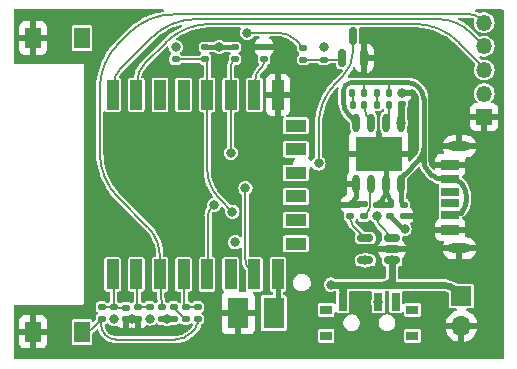
<source format=gbr>
%TF.GenerationSoftware,KiCad,Pcbnew,(6.0.2)*%
%TF.CreationDate,2022-03-06T12:06:18+08:00*%
%TF.ProjectId,screen,73637265-656e-42e6-9b69-6361645f7063,rev?*%
%TF.SameCoordinates,Original*%
%TF.FileFunction,Copper,L1,Top*%
%TF.FilePolarity,Positive*%
%FSLAX46Y46*%
G04 Gerber Fmt 4.6, Leading zero omitted, Abs format (unit mm)*
G04 Created by KiCad (PCBNEW (6.0.2)) date 2022-03-06 12:06:18*
%MOMM*%
%LPD*%
G01*
G04 APERTURE LIST*
G04 Aperture macros list*
%AMRoundRect*
0 Rectangle with rounded corners*
0 $1 Rounding radius*
0 $2 $3 $4 $5 $6 $7 $8 $9 X,Y pos of 4 corners*
0 Add a 4 corners polygon primitive as box body*
4,1,4,$2,$3,$4,$5,$6,$7,$8,$9,$2,$3,0*
0 Add four circle primitives for the rounded corners*
1,1,$1+$1,$2,$3*
1,1,$1+$1,$4,$5*
1,1,$1+$1,$6,$7*
1,1,$1+$1,$8,$9*
0 Add four rect primitives between the rounded corners*
20,1,$1+$1,$2,$3,$4,$5,0*
20,1,$1+$1,$4,$5,$6,$7,0*
20,1,$1+$1,$6,$7,$8,$9,0*
20,1,$1+$1,$8,$9,$2,$3,0*%
G04 Aperture macros list end*
%TA.AperFunction,SMDPad,CuDef*%
%ADD10RoundRect,0.140000X0.170000X-0.140000X0.170000X0.140000X-0.170000X0.140000X-0.170000X-0.140000X0*%
%TD*%
%TA.AperFunction,SMDPad,CuDef*%
%ADD11RoundRect,0.135000X-0.135000X-0.185000X0.135000X-0.185000X0.135000X0.185000X-0.135000X0.185000X0*%
%TD*%
%TA.AperFunction,SMDPad,CuDef*%
%ADD12R,4.000000X2.900000*%
%TD*%
%TA.AperFunction,SMDPad,CuDef*%
%ADD13O,0.600000X1.600000*%
%TD*%
%TA.AperFunction,SMDPad,CuDef*%
%ADD14RoundRect,0.135000X-0.185000X0.135000X-0.185000X-0.135000X0.185000X-0.135000X0.185000X0.135000X0*%
%TD*%
%TA.AperFunction,SMDPad,CuDef*%
%ADD15RoundRect,0.147500X0.147500X0.172500X-0.147500X0.172500X-0.147500X-0.172500X0.147500X-0.172500X0*%
%TD*%
%TA.AperFunction,ComponentPad*%
%ADD16R,1.350000X1.350000*%
%TD*%
%TA.AperFunction,ComponentPad*%
%ADD17O,1.350000X1.350000*%
%TD*%
%TA.AperFunction,SMDPad,CuDef*%
%ADD18R,1.550000X0.700000*%
%TD*%
%TA.AperFunction,SMDPad,CuDef*%
%ADD19R,1.550000X0.800000*%
%TD*%
%TA.AperFunction,SMDPad,CuDef*%
%ADD20R,1.550000X0.900000*%
%TD*%
%TA.AperFunction,ComponentPad*%
%ADD21O,1.850000X0.850000*%
%TD*%
%TA.AperFunction,SMDPad,CuDef*%
%ADD22RoundRect,0.135000X0.185000X-0.135000X0.185000X0.135000X-0.185000X0.135000X-0.185000X-0.135000X0*%
%TD*%
%TA.AperFunction,SMDPad,CuDef*%
%ADD23R,1.800000X2.600000*%
%TD*%
%TA.AperFunction,SMDPad,CuDef*%
%ADD24R,1.000000X0.800000*%
%TD*%
%TA.AperFunction,SMDPad,CuDef*%
%ADD25R,0.700000X1.500000*%
%TD*%
%TA.AperFunction,ComponentPad*%
%ADD26R,1.700000X1.700000*%
%TD*%
%TA.AperFunction,ComponentPad*%
%ADD27O,1.700000X1.700000*%
%TD*%
%TA.AperFunction,BGAPad,CuDef*%
%ADD28R,1.350000X1.800000*%
%TD*%
%TA.AperFunction,SMDPad,CuDef*%
%ADD29R,1.000000X2.500000*%
%TD*%
%TA.AperFunction,SMDPad,CuDef*%
%ADD30R,1.800000X1.000000*%
%TD*%
%TA.AperFunction,SMDPad,CuDef*%
%ADD31RoundRect,0.150000X0.512500X0.150000X-0.512500X0.150000X-0.512500X-0.150000X0.512500X-0.150000X0*%
%TD*%
%TA.AperFunction,SMDPad,CuDef*%
%ADD32RoundRect,0.147500X-0.172500X0.147500X-0.172500X-0.147500X0.172500X-0.147500X0.172500X0.147500X0*%
%TD*%
%TA.AperFunction,SMDPad,CuDef*%
%ADD33RoundRect,0.150000X0.150000X-0.587500X0.150000X0.587500X-0.150000X0.587500X-0.150000X-0.587500X0*%
%TD*%
%TA.AperFunction,ViaPad*%
%ADD34C,0.800000*%
%TD*%
%TA.AperFunction,Conductor*%
%ADD35C,0.200000*%
%TD*%
%TA.AperFunction,Conductor*%
%ADD36C,0.600000*%
%TD*%
%TA.AperFunction,Conductor*%
%ADD37C,0.400000*%
%TD*%
G04 APERTURE END LIST*
D10*
%TO.P,C4,1*%
%TO.N,+3V3*%
X129600000Y-53360000D03*
%TO.P,C4,2*%
%TO.N,GND*%
X129600000Y-52400000D03*
%TD*%
D11*
%TO.P,R12,1*%
%TO.N,Net-(D3-Pad2)*%
X128465000Y-42925000D03*
%TO.P,R12,2*%
%TO.N,Net-(C6-Pad2)*%
X129485000Y-42925000D03*
%TD*%
D12*
%TO.P,U4,0*%
%TO.N,GND*%
X128620000Y-48080000D03*
D13*
%TO.P,U4,1,TEMP*%
X126715000Y-50680000D03*
%TO.P,U4,2,PROG*%
%TO.N,Net-(R11-Pad1)*%
X127985000Y-50680000D03*
%TO.P,U4,3,GND*%
%TO.N,GND*%
X129255000Y-50680000D03*
%TO.P,U4,4,VCC*%
%TO.N,Net-(C6-Pad2)*%
X130525000Y-50680000D03*
%TO.P,U4,5,BAT*%
%TO.N,+BATT*%
X130525000Y-45480000D03*
%TO.P,U4,6,~{STDBY}*%
%TO.N,Net-(D3-Pad1)*%
X129255000Y-45480000D03*
%TO.P,U4,7,~{CHRG}*%
%TO.N,Net-(D2-Pad1)*%
X127985000Y-45480000D03*
%TO.P,U4,8,CE*%
%TO.N,Net-(C6-Pad2)*%
X126715000Y-45480000D03*
%TD*%
D14*
%TO.P,R8,1*%
%TO.N,/nRST*%
X106195000Y-61070000D03*
%TO.P,R8,2*%
%TO.N,+3V3*%
X106195000Y-62090000D03*
%TD*%
D15*
%TO.P,D3,1,K*%
%TO.N,Net-(D3-Pad1)*%
X129460000Y-43950000D03*
%TO.P,D3,2,A*%
%TO.N,Net-(D3-Pad2)*%
X128490000Y-43950000D03*
%TD*%
D10*
%TO.P,C7,1*%
%TO.N,+BATT*%
X130550000Y-43930000D03*
%TO.P,C7,2*%
%TO.N,GND*%
X130550000Y-42970000D03*
%TD*%
%TO.P,C3,1*%
%TO.N,Net-(C3-Pad1)*%
X126220000Y-53360000D03*
%TO.P,C3,2*%
%TO.N,GND*%
X126220000Y-52400000D03*
%TD*%
D16*
%TO.P,J1,1,GND*%
%TO.N,GND*%
X137550000Y-45000000D03*
D17*
%TO.P,J1,2,GPIO0*%
%TO.N,/GPIO0*%
X137550000Y-43000000D03*
%TO.P,J1,3,RXD*%
%TO.N,/RXD*%
X137550000Y-41000000D03*
%TO.P,J1,4,TXD*%
%TO.N,/TXD*%
X137550000Y-39000000D03*
%TO.P,J1,5,RST*%
%TO.N,/EN*%
X137550000Y-37000000D03*
%TD*%
D18*
%TO.P,J2,A5,CC*%
%TO.N,unconnected-(J2-PadA5)*%
X134675000Y-52300000D03*
D19*
%TO.P,J2,A9,VBUS*%
%TO.N,Net-(C6-Pad2)*%
X134675000Y-50280000D03*
D20*
%TO.P,J2,A12,GND*%
%TO.N,GND*%
X134675000Y-49060000D03*
D18*
%TO.P,J2,B5,VCONN*%
%TO.N,unconnected-(J2-PadB5)*%
X134675000Y-51300000D03*
D19*
%TO.P,J2,B9,VBUS*%
%TO.N,Net-(C6-Pad2)*%
X134675000Y-53320000D03*
D20*
%TO.P,J2,B12,GND*%
%TO.N,GND*%
X134675000Y-54540000D03*
D21*
%TO.P,J2,S1,SHIELD*%
X135450000Y-47480000D03*
X135450000Y-56120000D03*
%TD*%
D15*
%TO.P,D2,1,K*%
%TO.N,Net-(D2-Pad1)*%
X127385000Y-43950000D03*
%TO.P,D2,2,A*%
%TO.N,Net-(D2-Pad2)*%
X126415000Y-43950000D03*
%TD*%
D10*
%TO.P,C6,1*%
%TO.N,GND*%
X130720000Y-53360000D03*
%TO.P,C6,2*%
%TO.N,Net-(C6-Pad2)*%
X130720000Y-52400000D03*
%TD*%
D22*
%TO.P,R7,1*%
%TO.N,/GPIO0*%
X111420000Y-40090000D03*
%TO.P,R7,2*%
%TO.N,Net-(R7-Pad2)*%
X111420000Y-39070000D03*
%TD*%
D11*
%TO.P,R10,1*%
%TO.N,Net-(D2-Pad2)*%
X126390000Y-42925000D03*
%TO.P,R10,2*%
%TO.N,Net-(C6-Pad2)*%
X127410000Y-42925000D03*
%TD*%
D22*
%TO.P,R2,1*%
%TO.N,+3V3*%
X111250000Y-62090000D03*
%TO.P,R2,2*%
%TO.N,Net-(D1-Pad2)*%
X111250000Y-61070000D03*
%TD*%
%TO.P,R1,1*%
%TO.N,/GPIO0*%
X113920000Y-40090000D03*
%TO.P,R1,2*%
%TO.N,+3V3*%
X113920000Y-39070000D03*
%TD*%
D23*
%TO.P,C1,1*%
%TO.N,+3V3*%
X119720000Y-61580000D03*
%TO.P,C1,2*%
%TO.N,GND*%
X116720000Y-61580000D03*
%TD*%
D22*
%TO.P,R11,1*%
%TO.N,Net-(R11-Pad1)*%
X127350000Y-53390000D03*
%TO.P,R11,2*%
%TO.N,GND*%
X127350000Y-52370000D03*
%TD*%
D14*
%TO.P,R15,1*%
%TO.N,/GPIO5*%
X122220000Y-39110000D03*
%TO.P,R15,2*%
%TO.N,Net-(Q1-Pad1)*%
X122220000Y-40130000D03*
%TD*%
D24*
%TO.P,SW1,*%
%TO.N,*%
X131470000Y-63510000D03*
X131470000Y-61300000D03*
X124170000Y-63510000D03*
X124170000Y-61300000D03*
D25*
%TO.P,SW1,1,A*%
%TO.N,+BATT*%
X125570000Y-60650000D03*
%TO.P,SW1,2,B*%
%TO.N,Net-(C2-Pad1)*%
X128570000Y-60650000D03*
%TO.P,SW1,3,C*%
%TO.N,unconnected-(SW1-Pad3)*%
X130070000Y-60650000D03*
%TD*%
D14*
%TO.P,R4,1*%
%TO.N,/EN*%
X110235000Y-61070000D03*
%TO.P,R4,2*%
%TO.N,+3V3*%
X110235000Y-62090000D03*
%TD*%
D26*
%TO.P,J3,1,Pin_1*%
%TO.N,+BATT*%
X135625000Y-60150000D03*
D27*
%TO.P,J3,2,Pin_2*%
%TO.N,GND*%
X135625000Y-62690000D03*
%TD*%
D28*
%TO.P,SW3,1,1*%
%TO.N,Net-(R7-Pad2)*%
X103485000Y-38300000D03*
%TO.P,SW3,2,2*%
%TO.N,GND*%
X99335000Y-38300000D03*
%TD*%
D29*
%TO.P,U2,1,~{RST}*%
%TO.N,/nRST*%
X106090000Y-58320000D03*
%TO.P,U2,2,ADC*%
%TO.N,/ADC*%
X108090000Y-58320000D03*
%TO.P,U2,3,EN*%
%TO.N,/EN*%
X110090000Y-58320000D03*
%TO.P,U2,4,GPIO16*%
%TO.N,/GPIO16*%
X112090000Y-58320000D03*
%TO.P,U2,5,GPIO14*%
%TO.N,/GPIO14*%
X114090000Y-58320000D03*
%TO.P,U2,6,GPIO12*%
%TO.N,/GPIO12*%
X116090000Y-58320000D03*
%TO.P,U2,7,GPIO13*%
%TO.N,/GPIO13*%
X118090000Y-58320000D03*
%TO.P,U2,8,VCC*%
%TO.N,+3V3*%
X120090000Y-58320000D03*
D30*
%TO.P,U2,9,CS0*%
%TO.N,unconnected-(U2-Pad9)*%
X121590000Y-55720000D03*
%TO.P,U2,10,MISO*%
%TO.N,unconnected-(U2-Pad10)*%
X121590000Y-53720000D03*
%TO.P,U2,11,GPIO9*%
%TO.N,unconnected-(U2-Pad11)*%
X121590000Y-51720000D03*
%TO.P,U2,12,GPIO10*%
%TO.N,unconnected-(U2-Pad12)*%
X121590000Y-49720000D03*
%TO.P,U2,13,MOSI*%
%TO.N,unconnected-(U2-Pad13)*%
X121590000Y-47720000D03*
%TO.P,U2,14,SCLK*%
%TO.N,unconnected-(U2-Pad14)*%
X121590000Y-45720000D03*
D29*
%TO.P,U2,15,GND*%
%TO.N,GND*%
X120090000Y-43120000D03*
%TO.P,U2,16,GPIO15*%
%TO.N,/GPIO15*%
X118090000Y-43120000D03*
%TO.P,U2,17,GPIO2*%
%TO.N,/GPIO2*%
X116090000Y-43120000D03*
%TO.P,U2,18,GPIO0*%
%TO.N,/GPIO0*%
X114090000Y-43120000D03*
%TO.P,U2,19,GPIO4*%
%TO.N,/GPIO4*%
X112090000Y-43120000D03*
%TO.P,U2,20,GPIO5*%
%TO.N,/GPIO5*%
X110090000Y-43120000D03*
%TO.P,U2,21,GPIO3/RXD*%
%TO.N,/RXD*%
X108090000Y-43120000D03*
%TO.P,U2,22,GPIO1/TXD*%
%TO.N,/TXD*%
X106090000Y-43120000D03*
%TD*%
D22*
%TO.P,R3,1*%
%TO.N,/GPIO2*%
X116420000Y-40090000D03*
%TO.P,R3,2*%
%TO.N,+3V3*%
X116420000Y-39070000D03*
%TD*%
D14*
%TO.P,R13,1*%
%TO.N,/ADC*%
X109220000Y-61070000D03*
%TO.P,R13,2*%
%TO.N,+BATT*%
X109220000Y-62090000D03*
%TD*%
D28*
%TO.P,SW2,1,1*%
%TO.N,Net-(R5-Pad2)*%
X103495000Y-63180000D03*
%TO.P,SW2,2,2*%
%TO.N,GND*%
X99345000Y-63180000D03*
%TD*%
D22*
%TO.P,R9,1*%
%TO.N,/GPIO15*%
X118920000Y-40090000D03*
%TO.P,R9,2*%
%TO.N,GND*%
X118920000Y-39070000D03*
%TD*%
D14*
%TO.P,R16,1*%
%TO.N,+3V3*%
X123960000Y-39110000D03*
%TO.P,R16,2*%
%TO.N,Net-(Q1-Pad1)*%
X123960000Y-40130000D03*
%TD*%
D31*
%TO.P,U1,1,IN*%
%TO.N,+BATT*%
X129757500Y-57130000D03*
%TO.P,U1,2,GND*%
%TO.N,GND*%
X129757500Y-56180000D03*
%TO.P,U1,3,EN*%
%TO.N,Net-(C2-Pad1)*%
X129757500Y-55230000D03*
%TO.P,U1,4,BP*%
%TO.N,Net-(C3-Pad1)*%
X127482500Y-55230000D03*
%TO.P,U1,5,OUT*%
%TO.N,+3V3*%
X127482500Y-57130000D03*
%TD*%
D10*
%TO.P,C2,1*%
%TO.N,Net-(C2-Pad1)*%
X128480000Y-53360000D03*
%TO.P,C2,2*%
%TO.N,GND*%
X128480000Y-52400000D03*
%TD*%
D14*
%TO.P,R5,1*%
%TO.N,/GPIO16*%
X113280000Y-61070000D03*
%TO.P,R5,2*%
%TO.N,Net-(R5-Pad2)*%
X113280000Y-62090000D03*
%TD*%
D32*
%TO.P,D1,1,K*%
%TO.N,/GPIO16*%
X112265000Y-61095000D03*
%TO.P,D1,2,A*%
%TO.N,Net-(D1-Pad2)*%
X112265000Y-62065000D03*
%TD*%
D10*
%TO.P,C5,1*%
%TO.N,GND*%
X107200000Y-62080000D03*
%TO.P,C5,2*%
%TO.N,/nRST*%
X107200000Y-61120000D03*
%TD*%
D22*
%TO.P,R14,1*%
%TO.N,GND*%
X108205000Y-62090000D03*
%TO.P,R14,2*%
%TO.N,/ADC*%
X108205000Y-61070000D03*
%TD*%
D33*
%TO.P,Q1,1,B*%
%TO.N,Net-(Q1-Pad1)*%
X125500000Y-40007500D03*
%TO.P,Q1,2,E*%
%TO.N,GND*%
X127400000Y-40007500D03*
%TO.P,Q1,3,C*%
%TO.N,Net-(Q1-Pad3)*%
X126450000Y-38132500D03*
%TD*%
D14*
%TO.P,R6,1*%
%TO.N,/nRST*%
X105180000Y-61070000D03*
%TO.P,R6,2*%
%TO.N,Net-(R5-Pad2)*%
X105180000Y-62090000D03*
%TD*%
D34*
%TO.N,+3V3*%
X127482500Y-57130000D03*
X124020000Y-39070000D03*
X115130000Y-39070000D03*
X106170000Y-62090000D03*
X110720000Y-62110000D03*
X130800000Y-54475000D03*
X116475000Y-55600000D03*
X119720000Y-61580000D03*
%TO.N,GND*%
X120125000Y-43100000D03*
X127440000Y-39930000D03*
X117975000Y-46500000D03*
X128150000Y-47125000D03*
X119400000Y-47950000D03*
X119400000Y-46450000D03*
X116750000Y-61575000D03*
X99350000Y-63100000D03*
X118025000Y-47950000D03*
X127100000Y-47125000D03*
X107760000Y-62100000D03*
X127125000Y-49000000D03*
X130550000Y-42970000D03*
X99350000Y-38300000D03*
X128150000Y-49000000D03*
%TO.N,Net-(C2-Pad1)*%
X128570000Y-60650000D03*
X128475000Y-53350000D03*
%TO.N,/GPIO0*%
X114090000Y-43120000D03*
X116225000Y-53000000D03*
%TO.N,/GPIO2*%
X116090000Y-48020000D03*
%TO.N,/GPIO14*%
X114675000Y-52450000D03*
%TO.N,/GPIO13*%
X117330000Y-51030000D03*
%TO.N,/GPIO5*%
X117475000Y-37850000D03*
X110090000Y-43120000D03*
%TO.N,Net-(R7-Pad2)*%
X103500000Y-38325000D03*
X111420000Y-39070000D03*
%TO.N,+BATT*%
X124570000Y-59180000D03*
X130525000Y-45480000D03*
X109270000Y-62050000D03*
X129757500Y-57130000D03*
%TO.N,Net-(Q1-Pad3)*%
X123525000Y-48925000D03*
%TD*%
D35*
%TO.N,/TXD*%
X113207994Y-36695969D02*
G75*
G03*
X109360238Y-38289761I-1J-5441547D01*
G01*
X136397984Y-37847984D02*
G75*
G03*
X133616773Y-36695969I-2781208J-2781204D01*
G01*
X136397984Y-37847984D02*
X137550000Y-39000000D01*
X106170000Y-42280000D02*
X106170000Y-43080000D01*
X133616773Y-36695969D02*
X113207994Y-36695969D01*
X109360238Y-38289761D02*
X106735685Y-40914314D01*
X106170001Y-42280000D02*
G75*
G02*
X106735686Y-40914315I1931363J4D01*
G01*
%TO.N,/RXD*%
X108150000Y-42086137D02*
X108150000Y-43060000D01*
X131591516Y-37095480D02*
G75*
G02*
X135439272Y-38689272I-1J-5441552D01*
G01*
X108150001Y-42086137D02*
G75*
G02*
X108838625Y-40423651I2351103J4D01*
G01*
X137479289Y-40729289D02*
G75*
G02*
X137550000Y-40900000I-170716J-170713D01*
G01*
X108838624Y-40423650D02*
X110573002Y-38689272D01*
X114420758Y-37095480D02*
G75*
G03*
X110573002Y-38689272I-1J-5441547D01*
G01*
X114420758Y-37095480D02*
X131591516Y-37095480D01*
X135439272Y-38689272D02*
X137479289Y-40729289D01*
X137550000Y-40900000D02*
X137550000Y-41000000D01*
D36*
%TO.N,+BATT*%
X129729375Y-58770625D02*
X129710625Y-58789375D01*
X129701250Y-58798750D02*
X129663750Y-58836250D01*
D37*
%TO.N,GND*%
X128867499Y-52012499D02*
X128814106Y-52065892D01*
X128907544Y-51972455D02*
X128880848Y-51999151D01*
X129255000Y-50185494D02*
X129255000Y-49504506D01*
X129255000Y-49504506D02*
X129255000Y-50185494D01*
D35*
%TO.N,Net-(Q1-Pad1)*%
X124062280Y-40130000D02*
X123471470Y-40130000D01*
X125135346Y-40130000D02*
X124824281Y-40130000D01*
X122993437Y-40130000D02*
X122477812Y-40130000D01*
X124653090Y-40130000D02*
X124062280Y-40130000D01*
D37*
%TO.N,Net-(C6-Pad2)*%
X134310625Y-50280000D02*
X134161875Y-50280000D01*
X134682500Y-50280000D02*
X134385000Y-50280000D01*
X130525000Y-50530000D02*
X130525000Y-50830000D01*
X130525000Y-50980000D02*
X130525000Y-51580000D01*
D35*
%TO.N,/GPIO2*%
X116090000Y-42724163D02*
X116090000Y-43515836D01*
X116090000Y-44720000D02*
X116090000Y-46920000D01*
X116090000Y-41932490D02*
X116090000Y-42724163D01*
X116090000Y-40932508D02*
X116090000Y-41490835D01*
%TO.N,/GPIO5*%
X117475000Y-37850000D02*
X120069045Y-37850000D01*
X121590000Y-38480000D02*
X122220000Y-39110000D01*
X121590000Y-38480000D02*
G75*
G03*
X120069045Y-37850000I-1520952J-1520948D01*
G01*
D36*
%TO.N,+BATT*%
X129710625Y-58789375D02*
X129701250Y-58798750D01*
D37*
%TO.N,GND*%
X128673748Y-52206249D02*
G75*
G03*
X128754002Y-52400000I80255J-80254D01*
G01*
X129255000Y-50680000D02*
X129255000Y-50185494D01*
X128867499Y-52012499D02*
X128880848Y-51999151D01*
D35*
%TO.N,Net-(Q1-Pad1)*%
X123471470Y-40130000D02*
X122993437Y-40130000D01*
X124824281Y-40130000D02*
X124653090Y-40130000D01*
D37*
%TO.N,Net-(C6-Pad2)*%
X134310625Y-50280000D02*
X134385000Y-50280000D01*
X130525000Y-50830000D02*
X130525000Y-50980000D01*
D35*
%TO.N,/GPIO2*%
X116090000Y-41932490D02*
X116090000Y-41490835D01*
X116090000Y-43515836D02*
X116090000Y-44720000D01*
D37*
%TO.N,GND*%
X128673748Y-52206249D02*
X128814106Y-52065892D01*
D36*
%TO.N,+BATT*%
X134054461Y-59230000D02*
G75*
G02*
X135165000Y-59690000I0J-1570540D01*
G01*
X125570000Y-59705000D02*
G75*
G03*
X125095000Y-59230000I-475001J-1D01*
G01*
X126045000Y-59230000D02*
G75*
G03*
X125570000Y-59705000I-1J-474999D01*
G01*
X130537500Y-43942500D02*
G75*
G03*
X130525000Y-43972677I30168J-30173D01*
G01*
X129495000Y-59005000D02*
G75*
G02*
X128951801Y-59230000I-543201J543205D01*
G01*
X129588198Y-59229999D02*
G75*
G02*
X129495000Y-59005000I-1J131801D01*
G01*
X129738750Y-58761250D02*
G75*
G03*
X129757500Y-58715983I-45269J45268D01*
G01*
X124655355Y-59229999D02*
G75*
G02*
X124595001Y-59204999I3J85361D01*
G01*
X109256464Y-62053535D02*
G75*
G02*
X109265000Y-62050000I8532J-8528D01*
G01*
X129729375Y-58770625D02*
X129738750Y-58761250D01*
X125095000Y-59230000D02*
X126045000Y-59230000D01*
X128951801Y-59230000D02*
X129588198Y-59230000D01*
D37*
%TO.N,GND*%
X126235000Y-52385000D02*
G75*
G02*
X126271213Y-52370000I36210J-36205D01*
G01*
X129255001Y-51256906D02*
G75*
G03*
X129437501Y-51697499I623094J0D01*
G01*
X129620000Y-52130000D02*
G75*
G03*
X129443223Y-51703223I-603555J-1D01*
G01*
X99345000Y-63108535D02*
G75*
G02*
X99347500Y-63102500I8522J5D01*
G01*
X129255000Y-49164012D02*
G75*
G03*
X128937500Y-48397500I-1084013J-1D01*
G01*
X107702928Y-62090001D02*
G75*
G02*
X107714999Y-62095001I2J-17068D01*
G01*
X107717071Y-62090001D02*
G75*
G03*
X107715001Y-62094999I0J-2928D01*
G01*
X126220001Y-52340000D02*
G75*
G02*
X126262427Y-52237574I144852J1D01*
G01*
X107715000Y-62095000D02*
G75*
G03*
X107727071Y-62100000I12073J12076D01*
G01*
X129619999Y-52365857D02*
G75*
G02*
X129609999Y-52389999I-34144J0D01*
G01*
X128920892Y-51959107D02*
G75*
G03*
X129255000Y-51152500I-806610J806609D01*
G01*
X126717499Y-51782499D02*
G75*
G03*
X126717499Y-51777501I-2501J2499D01*
G01*
X126235000Y-52385000D02*
G75*
G02*
X126220000Y-52378786I-6213J6214D01*
G01*
X126715000Y-51771464D02*
G75*
G03*
X126717500Y-51777500I8531J-2D01*
G01*
X129585857Y-52399999D02*
G75*
G03*
X129609999Y-52389999I0J34144D01*
G01*
X107205000Y-62085000D02*
G75*
G03*
X107217071Y-62090000I12073J12076D01*
G01*
X127413258Y-39956741D02*
G75*
G03*
X127400000Y-39988750I32004J-32006D01*
G01*
X107717071Y-62090000D02*
X107702928Y-62090000D01*
X129255000Y-51097500D02*
X129255000Y-50680000D01*
%TO.N,+3V3*%
X120090000Y-60948370D02*
G75*
G02*
X119905000Y-61395000I-631633J1D01*
G01*
X110715000Y-62095000D02*
G75*
G03*
X110702928Y-62090000I-12070J-12069D01*
G01*
X110717071Y-62090001D02*
G75*
G03*
X110715001Y-62094999I0J-2928D01*
G01*
X110716464Y-62096464D02*
G75*
G02*
X110720000Y-62105000I-8534J-8536D01*
G01*
X123987071Y-39102928D02*
G75*
G02*
X123970000Y-39110000I-17073J17072D01*
G01*
X130757500Y-54474999D02*
G75*
G02*
X130684948Y-54444946I1J102606D01*
G01*
X110702928Y-62090000D02*
X110717071Y-62090000D01*
D35*
%TO.N,Net-(Q1-Pad3)*%
X123525000Y-45654017D02*
G75*
G02*
X124987499Y-42123229I4993288J1D01*
G01*
X125556135Y-41554594D02*
G75*
G03*
X126450000Y-39396615I-2157981J2157981D01*
G01*
%TO.N,Net-(Q1-Pad1)*%
X125290879Y-40129999D02*
G75*
G03*
X125438750Y-40068750I-3J209129D01*
G01*
%TO.N,Net-(D3-Pad2)*%
X128477500Y-43937500D02*
G75*
G02*
X128465000Y-43907322I30172J30175D01*
G01*
%TO.N,Net-(D3-Pad1)*%
X129459999Y-45130043D02*
G75*
G02*
X129357499Y-45377499I-349961J2D01*
G01*
%TO.N,Net-(D1-Pad2)*%
X111274748Y-61164748D02*
G75*
G02*
X111250000Y-61105000I59742J59745D01*
G01*
X112220000Y-62065000D02*
G75*
G02*
X112143180Y-62033180I1J108641D01*
G01*
%TO.N,Net-(R11-Pad1)*%
X127869519Y-52503123D02*
G75*
G02*
X127609759Y-53130239I-886885J3D01*
G01*
X127869520Y-50877136D02*
G75*
G02*
X127927260Y-50737740I197132J1D01*
G01*
%TO.N,Net-(R7-Pad2)*%
X103485000Y-38305000D02*
G75*
G03*
X103488535Y-38313535I12063J-3D01*
G01*
%TO.N,Net-(R5-Pad2)*%
X105149999Y-62119999D02*
G75*
G02*
X105150000Y-62120000I0J-1D01*
G01*
X105150000Y-62120000D02*
G75*
G03*
X105120000Y-62192426I72416J-72422D01*
G01*
X112724999Y-63274999D02*
G75*
G02*
X111385111Y-63830000I-1339893J1339896D01*
G01*
X105495000Y-63455000D02*
G75*
G03*
X106400330Y-63830000I905331J905333D01*
G01*
X113280000Y-62405000D02*
G75*
G02*
X113057261Y-62942738I-760479J2D01*
G01*
X105120001Y-62615000D02*
G75*
G03*
X105448804Y-63408804I1122607J-1D01*
G01*
X104300364Y-62969635D02*
G75*
G02*
X103792500Y-63180000I-507869J507872D01*
G01*
%TO.N,Net-(D2-Pad1)*%
X127985000Y-45480000D02*
G75*
G02*
X127385000Y-44031422I1448642J1448575D01*
G01*
D37*
%TO.N,Net-(C6-Pad2)*%
X132778856Y-49558856D02*
G75*
G02*
X132420000Y-48692500I866352J866354D01*
G01*
X132420000Y-43497500D02*
G75*
G03*
X130972500Y-42050000I-1447499J1D01*
G01*
X135677499Y-52972499D02*
G75*
G03*
X136025000Y-52133560I-838943J838942D01*
G01*
X130525000Y-52067114D02*
G75*
G03*
X130622500Y-52302500I332881J-2D01*
G01*
X126157740Y-44922740D02*
G75*
G02*
X125600480Y-43577395I1345346J1345345D01*
G01*
D35*
X127467500Y-42107500D02*
G75*
G03*
X127410000Y-42246317I138805J-138812D01*
G01*
X129485001Y-42118284D02*
G75*
G02*
X129505001Y-42070001I68269J6D01*
G01*
D37*
X132420000Y-47677500D02*
G75*
G02*
X132061143Y-48543856I-1225215J2D01*
G01*
X132061143Y-48543856D02*
G75*
G02*
X132420000Y-48692500I148644J-148643D01*
G01*
X135561577Y-53088422D02*
G75*
G02*
X135002500Y-53320000I-559082J559086D01*
G01*
X125825240Y-42274760D02*
G75*
G03*
X125600480Y-42817378I542614J-542617D01*
G01*
X130525001Y-50380000D02*
G75*
G02*
X130737133Y-49867868I724259J3D01*
G01*
X134965000Y-50280001D02*
G75*
G02*
X135460059Y-50485061I1J-700119D01*
G01*
D35*
X129496715Y-42050000D02*
G75*
G02*
X129505000Y-42070000I0J-11716D01*
G01*
D37*
X129553284Y-42050001D02*
G75*
G03*
X129505001Y-42070001I-6J-68269D01*
G01*
X133084574Y-49864574D02*
G75*
G03*
X134087500Y-50280000I1002927J1002926D01*
G01*
X135640000Y-50665000D02*
G75*
G02*
X136025000Y-51594472I-929479J-929475D01*
G01*
D35*
X127467500Y-42107500D02*
G75*
G03*
X127443682Y-42050000I-23817J23817D01*
G01*
D37*
X125825240Y-42274760D02*
G75*
G02*
X126367858Y-42050000I542617J-542614D01*
G01*
X134682500Y-50280000D02*
X134965000Y-50280000D01*
X132420000Y-48692500D02*
X132420000Y-47677500D01*
X129496715Y-42050000D02*
X129553284Y-42050000D01*
X130525000Y-50380000D02*
X130525000Y-50530000D01*
X127606317Y-42050000D02*
X127443682Y-42050000D01*
D35*
%TO.N,Net-(C3-Pad1)*%
X126220000Y-53663750D02*
G75*
G03*
X126434783Y-54182283I733314J-1D01*
G01*
%TO.N,/GPIO13*%
X117705000Y-57935000D02*
G75*
G02*
X117320000Y-57005527I929472J929472D01*
G01*
X117325000Y-51035000D02*
G75*
G03*
X117320000Y-51047071I12065J-12068D01*
G01*
%TO.N,/GPIO14*%
X114170000Y-53312088D02*
G75*
G02*
X114422500Y-52702500I862078J3D01*
G01*
%TO.N,/ADC*%
X108187500Y-61052500D02*
G75*
G03*
X108229748Y-61070000I42251J42255D01*
G01*
X108187500Y-61052500D02*
G75*
G02*
X108170000Y-61010251I42248J42248D01*
G01*
%TO.N,/GPIO15*%
X118170000Y-41860330D02*
G75*
G02*
X118544999Y-40954999I1280331J1D01*
G01*
X118919999Y-40335000D02*
G75*
G02*
X118746757Y-40753240I-591491J5D01*
G01*
%TO.N,/EN*%
X110234999Y-60490961D02*
G75*
G03*
X110202499Y-60412501I-110964J-2D01*
G01*
X109036410Y-54286410D02*
G75*
G02*
X110090000Y-56830000I-2543598J-2543594D01*
G01*
X110202500Y-60412500D02*
G75*
G02*
X110170000Y-60334038I78458J78460D01*
G01*
X107459748Y-37890250D02*
G75*
G02*
X111307505Y-36296458I3847757J-3847760D01*
G01*
X106593792Y-51843792D02*
G75*
G02*
X105000000Y-47996036I3847760J3847757D01*
G01*
X105000000Y-42603963D02*
G75*
G02*
X106593792Y-38756207I5441547J1D01*
G01*
X136348978Y-36296459D02*
G75*
G02*
X137198228Y-36648230I1J-1201020D01*
G01*
%TO.N,/GPIO2*%
X116090000Y-40653345D02*
G75*
G02*
X116255000Y-40255000I563342J1D01*
G01*
%TO.N,/GPIO0*%
X114090000Y-49355327D02*
G75*
G03*
X115157500Y-51932500I3644675J1D01*
G01*
X114005000Y-40175000D02*
G75*
G03*
X113799791Y-40090000I-205206J-205203D01*
G01*
X114005000Y-40175000D02*
G75*
G02*
X114090000Y-40380208I-205209J-205209D01*
G01*
%TO.N,Net-(C2-Pad1)*%
X128686248Y-54158748D02*
G75*
G02*
X128475000Y-53648750I509996J509997D01*
G01*
X128478232Y-53353232D02*
G75*
G02*
X128480000Y-53357500I-4273J-4270D01*
G01*
%TO.N,Net-(D2-Pad2)*%
X126402500Y-42937500D02*
G75*
G02*
X126415000Y-42967677I-30179J-30178D01*
G01*
%TO.N,/GPIO16*%
X112217500Y-61047500D02*
G75*
G02*
X112170000Y-60932824I114668J114672D01*
G01*
X112217500Y-61047500D02*
G75*
G03*
X112332175Y-61095000I114675J114675D01*
G01*
X113237322Y-61095000D02*
G75*
G03*
X113267500Y-61082500I-2J42683D01*
G01*
%TO.N,/nRST*%
X106220000Y-61095000D02*
G75*
G03*
X106280355Y-61120000I60358J60362D01*
G01*
X106170001Y-61027322D02*
G75*
G03*
X106182501Y-61057499I42671J-3D01*
G01*
X106177322Y-61069999D02*
G75*
G03*
X106182499Y-61057501I-1J7322D01*
G01*
X106207500Y-61082500D02*
G75*
G03*
X106177322Y-61070000I-30175J-30172D01*
G01*
X106182500Y-61057500D02*
X106207500Y-61082500D01*
D37*
%TO.N,+3V3*%
X110720000Y-62105000D02*
X110720000Y-62110000D01*
X130800000Y-54475000D02*
X130757500Y-54475000D01*
X110717071Y-62090000D02*
X111250000Y-62090000D01*
X119905000Y-61395000D02*
X119720000Y-61580000D01*
X120090000Y-60948370D02*
X120090000Y-58320000D01*
X115130000Y-39070000D02*
X113920000Y-39070000D01*
X130684947Y-54444947D02*
X129600000Y-53360000D01*
X110715000Y-62095000D02*
X110716464Y-62096464D01*
X123970000Y-39110000D02*
X123960000Y-39110000D01*
X124020000Y-39070000D02*
X123987071Y-39102928D01*
X106170000Y-62090000D02*
X106195000Y-62090000D01*
X110702928Y-62090000D02*
X110235000Y-62090000D01*
X115130000Y-39070000D02*
X116420000Y-39070000D01*
%TO.N,GND*%
X127413258Y-39956741D02*
X127440000Y-39930000D01*
X126715000Y-51771464D02*
X126715000Y-50680000D01*
X128754002Y-52400000D02*
X129585857Y-52400000D01*
X129255000Y-49164012D02*
X129255000Y-49504506D01*
X126271213Y-52370000D02*
X127350000Y-52370000D01*
X107717071Y-62090000D02*
X108205000Y-62090000D01*
X107727071Y-62100000D02*
X107760000Y-62100000D01*
X126220000Y-52378786D02*
X126220000Y-52340000D01*
X107217071Y-62090000D02*
X107702928Y-62090000D01*
X107205000Y-62085000D02*
X107200000Y-62080000D01*
X99345000Y-63108535D02*
X99345000Y-63180000D01*
X129437500Y-51697500D02*
X129443223Y-51703223D01*
X127400000Y-39988750D02*
X127400000Y-40007500D01*
X129620000Y-52130000D02*
X129620000Y-52365857D01*
X129255000Y-51097500D02*
X129255000Y-51256906D01*
X128907544Y-51972455D02*
X128920892Y-51959107D01*
X126262426Y-52237573D02*
X126717500Y-51782500D01*
X99350000Y-63100000D02*
X99347500Y-63102500D01*
X128937500Y-48397500D02*
X128620000Y-48080000D01*
X99350000Y-38300000D02*
X99335000Y-38300000D01*
D35*
%TO.N,/nRST*%
X106170000Y-61027322D02*
X106170000Y-58280000D01*
X106120000Y-58290000D02*
X106090000Y-58320000D01*
X106280355Y-61120000D02*
X107200000Y-61120000D01*
X106207500Y-61082500D02*
X106220000Y-61095000D01*
X106177322Y-61070000D02*
X105180000Y-61070000D01*
%TO.N,/GPIO16*%
X113267500Y-61082500D02*
X113280000Y-61070000D01*
X112332175Y-61095000D02*
X113237322Y-61095000D01*
X112170000Y-60932824D02*
X112170000Y-58280000D01*
%TO.N,Net-(D2-Pad2)*%
X126415000Y-42967677D02*
X126415000Y-43950000D01*
X126402500Y-42937500D02*
X126390000Y-42925000D01*
%TO.N,Net-(C2-Pad1)*%
X128480000Y-53357500D02*
X128480000Y-53360000D01*
X128475000Y-53350000D02*
X128478232Y-53353232D01*
X128686248Y-54158748D02*
X129757500Y-55230000D01*
X128475000Y-53350000D02*
X128475000Y-53648750D01*
%TO.N,/GPIO0*%
X115157500Y-51932500D02*
X116225000Y-53000000D01*
X114090000Y-43120000D02*
X114090000Y-40380208D01*
X113799791Y-40090000D02*
X111420000Y-40090000D01*
X114090000Y-43120000D02*
X114090000Y-49355327D01*
%TO.N,/GPIO2*%
X116255000Y-40255000D02*
X116420000Y-40090000D01*
X116090000Y-46920000D02*
X116090000Y-48020000D01*
X116090000Y-40653345D02*
X116090000Y-40932508D01*
%TO.N,/EN*%
X111307505Y-36296458D02*
X136348978Y-36296458D01*
X110170000Y-60334038D02*
X110170000Y-58280000D01*
X106593792Y-38756207D02*
X107459748Y-37890250D01*
X110090000Y-56830000D02*
X110090000Y-58320000D01*
X110235000Y-60490961D02*
X110235000Y-61070000D01*
X137198229Y-36648229D02*
X137550000Y-37000000D01*
X105000000Y-47996036D02*
X105000000Y-42603963D01*
X106593792Y-51843792D02*
X109036410Y-54286410D01*
%TO.N,/GPIO15*%
X118544999Y-40954999D02*
X118746758Y-40753241D01*
X118920000Y-40335000D02*
X118920000Y-40090000D01*
X118170000Y-41860330D02*
X118170000Y-43080000D01*
%TO.N,/ADC*%
X108170000Y-61010251D02*
X108170000Y-58280000D01*
X108229748Y-61070000D02*
X109220000Y-61070000D01*
%TO.N,/GPIO14*%
X114170000Y-53312088D02*
X114170000Y-58280000D01*
X114422500Y-52702500D02*
X114675000Y-52450000D01*
%TO.N,/GPIO13*%
X117705000Y-57935000D02*
X118090000Y-58320000D01*
X117330000Y-51030000D02*
X117325000Y-51035000D01*
X117320000Y-57005527D02*
X117320000Y-51047071D01*
%TO.N,Net-(C3-Pad1)*%
X126220000Y-53663750D02*
X126220000Y-53360000D01*
X126434783Y-54182283D02*
X127482500Y-55230000D01*
D37*
%TO.N,Net-(C6-Pad2)*%
X130737132Y-49867867D02*
X132061143Y-48543856D01*
X126157740Y-44922740D02*
X126715000Y-45480000D01*
X132778856Y-49558856D02*
X133084574Y-49864574D01*
D35*
X129485000Y-42118284D02*
X129485000Y-42925000D01*
D37*
X130622500Y-52302500D02*
X130720000Y-52400000D01*
X126367858Y-42050000D02*
X127443682Y-42050000D01*
X125600480Y-43577395D02*
X125600480Y-42817378D01*
X130525000Y-52067114D02*
X130525000Y-51580000D01*
X135640000Y-50665000D02*
X135460060Y-50485060D01*
X135002500Y-53320000D02*
X134675000Y-53320000D01*
X132420000Y-47677500D02*
X132420000Y-43497500D01*
X135677499Y-52972499D02*
X135561577Y-53088422D01*
X129553284Y-42050000D02*
X130972500Y-42050000D01*
X134161875Y-50280000D02*
X134087500Y-50280000D01*
X129496715Y-42050000D02*
X127606317Y-42050000D01*
D35*
X127410000Y-42246317D02*
X127410000Y-42925000D01*
D37*
X136025000Y-51594472D02*
X136025000Y-52133560D01*
D35*
%TO.N,Net-(D2-Pad1)*%
X127385000Y-44031422D02*
X127385000Y-43950000D01*
%TO.N,Net-(R5-Pad2)*%
X105448804Y-63408804D02*
X105495000Y-63455000D01*
X113057261Y-62942738D02*
X112724999Y-63274999D01*
X105120000Y-62192426D02*
X105120000Y-62615000D01*
X103792500Y-63180000D02*
X103495000Y-63180000D01*
X111385111Y-63830000D02*
X106400330Y-63830000D01*
X113280000Y-62405000D02*
X113280000Y-62090000D01*
X105149999Y-62119999D02*
X104300364Y-62969635D01*
%TO.N,Net-(R7-Pad2)*%
X103485000Y-38305000D02*
X103485000Y-38300000D01*
X103500000Y-38325000D02*
X103488535Y-38313535D01*
D36*
%TO.N,+BATT*%
X124570000Y-59180000D02*
X124595000Y-59205000D01*
X134054461Y-59230000D02*
X129588198Y-59230000D01*
X130537500Y-43942500D02*
X130550000Y-43930000D01*
X129495000Y-59005000D02*
X129663750Y-58836250D01*
X130525000Y-43972677D02*
X130525000Y-45480000D01*
X109265000Y-62050000D02*
X109270000Y-62050000D01*
X125570000Y-59705000D02*
X125570000Y-60650000D01*
X129757500Y-58715983D02*
X129757500Y-57130000D01*
X125095000Y-59230000D02*
X124655355Y-59230000D01*
X135165000Y-59690000D02*
X135625000Y-60150000D01*
X109256464Y-62053535D02*
X109220000Y-62090000D01*
X128951801Y-59230000D02*
X126045000Y-59230000D01*
D35*
%TO.N,Net-(R11-Pad1)*%
X127869520Y-50877136D02*
X127869520Y-52503123D01*
X127927260Y-50737740D02*
X127985000Y-50680000D01*
X127609760Y-53130240D02*
X127350000Y-53390000D01*
%TO.N,Net-(D1-Pad2)*%
X111250000Y-61105000D02*
X111250000Y-61070000D01*
X112220000Y-62065000D02*
X112265000Y-62065000D01*
X112143180Y-62033180D02*
X111274748Y-61164748D01*
%TO.N,Net-(D3-Pad1)*%
X129460000Y-45130043D02*
X129460000Y-43950000D01*
X129357500Y-45377500D02*
X129255000Y-45480000D01*
%TO.N,Net-(D3-Pad2)*%
X128465000Y-43907322D02*
X128465000Y-42925000D01*
X128477500Y-43937500D02*
X128490000Y-43950000D01*
%TO.N,Net-(Q1-Pad1)*%
X125290879Y-40130000D02*
X125135346Y-40130000D01*
X122477812Y-40130000D02*
X122220000Y-40130000D01*
X125438750Y-40068750D02*
X125500000Y-40007500D01*
%TO.N,Net-(Q1-Pad3)*%
X123525000Y-48925000D02*
X123525000Y-45654017D01*
X126450000Y-39396615D02*
X126450000Y-38132500D01*
X124987499Y-42123229D02*
X125556135Y-41554594D01*
%TD*%
%TA.AperFunction,Conductor*%
%TO.N,GND*%
G36*
X110377952Y-35898907D02*
G01*
X110413916Y-35948407D01*
X110413916Y-36009593D01*
X110377952Y-36059093D01*
X110339075Y-36076098D01*
X109967920Y-36149925D01*
X109967913Y-36149927D01*
X109966016Y-36150304D01*
X109765370Y-36206892D01*
X109533620Y-36272252D01*
X109533615Y-36272253D01*
X109531745Y-36272781D01*
X109529918Y-36273455D01*
X109529915Y-36273456D01*
X109110262Y-36428273D01*
X109110250Y-36428278D01*
X109108423Y-36428952D01*
X109106652Y-36429768D01*
X109106641Y-36429773D01*
X108700423Y-36617042D01*
X108700416Y-36617045D01*
X108698658Y-36617856D01*
X108304978Y-36838328D01*
X108303366Y-36839405D01*
X108303358Y-36839410D01*
X107931423Y-37087928D01*
X107931413Y-37087935D01*
X107929809Y-37089007D01*
X107575465Y-37368349D01*
X107405381Y-37525573D01*
X107318170Y-37606190D01*
X107245237Y-37673608D01*
X107243984Y-37674486D01*
X107233638Y-37689261D01*
X107222550Y-37702477D01*
X106406019Y-38519009D01*
X106392803Y-38530097D01*
X106378028Y-38540443D01*
X106377150Y-38541696D01*
X106071892Y-38871924D01*
X105792549Y-39226268D01*
X105791477Y-39227872D01*
X105791470Y-39227882D01*
X105544821Y-39597019D01*
X105541870Y-39601436D01*
X105321398Y-39995116D01*
X105320587Y-39996874D01*
X105320584Y-39996881D01*
X105209603Y-40237619D01*
X105132494Y-40404881D01*
X105083454Y-40537811D01*
X104982286Y-40812039D01*
X104976322Y-40828204D01*
X104853845Y-41262474D01*
X104853469Y-41264366D01*
X104853466Y-41264377D01*
X104825732Y-41403809D01*
X104765819Y-41705016D01*
X104712784Y-42153100D01*
X104695129Y-42602460D01*
X104694864Y-42603963D01*
X104696368Y-42612491D01*
X104697996Y-42621724D01*
X104699500Y-42638916D01*
X104699500Y-47961083D01*
X104697996Y-47978272D01*
X104694864Y-47996036D01*
X104695129Y-47997539D01*
X104695397Y-48004367D01*
X104695397Y-48004368D01*
X104703760Y-48217205D01*
X104712785Y-48446900D01*
X104765819Y-48894983D01*
X104807045Y-49102239D01*
X104852286Y-49329680D01*
X104853846Y-49337525D01*
X104976323Y-49771795D01*
X104976991Y-49773605D01*
X104976993Y-49773612D01*
X105011540Y-49867256D01*
X105132495Y-50195118D01*
X105321399Y-50604882D01*
X105322350Y-50606579D01*
X105322356Y-50606592D01*
X105510329Y-50942243D01*
X105541870Y-50998563D01*
X105589622Y-51070029D01*
X105791470Y-51372117D01*
X105791477Y-51372127D01*
X105792549Y-51373731D01*
X106071892Y-51728075D01*
X106377150Y-52058303D01*
X106378028Y-52059556D01*
X106392803Y-52069902D01*
X106406019Y-52080990D01*
X108799212Y-54474183D01*
X108810300Y-54487399D01*
X108820646Y-54502174D01*
X108828650Y-54507779D01*
X108845215Y-54522386D01*
X108986017Y-54677738D01*
X109037917Y-54735001D01*
X109044080Y-54742511D01*
X109231013Y-54994560D01*
X109236405Y-55002629D01*
X109327312Y-55154298D01*
X109397729Y-55271782D01*
X109402309Y-55280350D01*
X109536474Y-55564019D01*
X109540192Y-55572995D01*
X109645907Y-55868448D01*
X109648727Y-55877745D01*
X109724974Y-56182136D01*
X109726869Y-56191665D01*
X109772910Y-56502051D01*
X109773863Y-56511719D01*
X109786338Y-56765642D01*
X109770309Y-56824691D01*
X109722633Y-56863040D01*
X109687457Y-56869500D01*
X109570252Y-56869500D01*
X109544005Y-56874721D01*
X109521334Y-56879230D01*
X109521332Y-56879231D01*
X109511769Y-56881133D01*
X109445448Y-56925448D01*
X109401133Y-56991769D01*
X109389500Y-57050252D01*
X109389500Y-59589748D01*
X109390448Y-59594512D01*
X109397235Y-59628632D01*
X109401133Y-59648231D01*
X109445448Y-59714552D01*
X109511769Y-59758867D01*
X109521332Y-59760769D01*
X109521334Y-59760770D01*
X109542823Y-59765044D01*
X109570252Y-59770500D01*
X109770500Y-59770500D01*
X109828691Y-59789407D01*
X109864655Y-59838907D01*
X109869500Y-59869500D01*
X109869500Y-60299079D01*
X109867996Y-60316271D01*
X109864864Y-60334032D01*
X109869357Y-60359514D01*
X109869500Y-60360583D01*
X109869500Y-60361986D01*
X109870171Y-60365589D01*
X109870337Y-60366480D01*
X109871533Y-60374900D01*
X109874561Y-60405644D01*
X109875452Y-60414696D01*
X109898981Y-60492259D01*
X109901275Y-60496550D01*
X109901275Y-60496551D01*
X109910872Y-60514507D01*
X109921627Y-60574740D01*
X109894924Y-60629790D01*
X109865400Y-60650897D01*
X109862446Y-60652274D01*
X109862444Y-60652275D01*
X109854596Y-60655935D01*
X109797504Y-60713027D01*
X109742987Y-60740804D01*
X109682555Y-60731233D01*
X109657496Y-60713027D01*
X109600404Y-60655935D01*
X109592556Y-60652275D01*
X109592554Y-60652274D01*
X109500042Y-60609135D01*
X109500041Y-60609135D01*
X109493173Y-60605932D01*
X109444316Y-60599500D01*
X108995684Y-60599500D01*
X108946827Y-60605932D01*
X108939959Y-60609135D01*
X108939958Y-60609135D01*
X108847446Y-60652274D01*
X108847444Y-60652275D01*
X108839596Y-60655935D01*
X108782504Y-60713027D01*
X108727987Y-60740804D01*
X108667555Y-60731233D01*
X108642496Y-60713027D01*
X108585404Y-60655935D01*
X108577556Y-60652275D01*
X108577554Y-60652274D01*
X108537659Y-60633671D01*
X108527661Y-60629009D01*
X108482913Y-60587281D01*
X108470500Y-60539285D01*
X108470500Y-59869500D01*
X108489407Y-59811309D01*
X108538907Y-59775345D01*
X108569500Y-59770500D01*
X108609748Y-59770500D01*
X108637177Y-59765044D01*
X108658666Y-59760770D01*
X108658668Y-59760769D01*
X108668231Y-59758867D01*
X108734552Y-59714552D01*
X108778867Y-59648231D01*
X108782766Y-59628632D01*
X108789552Y-59594512D01*
X108790500Y-59589748D01*
X108790500Y-57050252D01*
X108778867Y-56991769D01*
X108734552Y-56925448D01*
X108668231Y-56881133D01*
X108658668Y-56879231D01*
X108658666Y-56879230D01*
X108635995Y-56874721D01*
X108609748Y-56869500D01*
X107570252Y-56869500D01*
X107544005Y-56874721D01*
X107521334Y-56879230D01*
X107521332Y-56879231D01*
X107511769Y-56881133D01*
X107445448Y-56925448D01*
X107401133Y-56991769D01*
X107389500Y-57050252D01*
X107389500Y-59589748D01*
X107390448Y-59594512D01*
X107397235Y-59628632D01*
X107401133Y-59648231D01*
X107445448Y-59714552D01*
X107511769Y-59758867D01*
X107521332Y-59760769D01*
X107521334Y-59760770D01*
X107542823Y-59765044D01*
X107570252Y-59770500D01*
X107770500Y-59770500D01*
X107828691Y-59789407D01*
X107864655Y-59838907D01*
X107869500Y-59869500D01*
X107869500Y-60574792D01*
X107850593Y-60632983D01*
X107829620Y-60653592D01*
X107824596Y-60655935D01*
X107818474Y-60662057D01*
X107818471Y-60662059D01*
X107746040Y-60734491D01*
X107691524Y-60762269D01*
X107631092Y-60752698D01*
X107606032Y-60734492D01*
X107568316Y-60696776D01*
X107560468Y-60693116D01*
X107560466Y-60693115D01*
X107466356Y-60649231D01*
X107459487Y-60646028D01*
X107409901Y-60639500D01*
X107200033Y-60639500D01*
X106990100Y-60639501D01*
X106986890Y-60639924D01*
X106986883Y-60639924D01*
X106948025Y-60645039D01*
X106948024Y-60645039D01*
X106940513Y-60646028D01*
X106916527Y-60657213D01*
X106839534Y-60693115D01*
X106839532Y-60693116D01*
X106831684Y-60696776D01*
X106793969Y-60734491D01*
X106739453Y-60762269D01*
X106679021Y-60752698D01*
X106653961Y-60734492D01*
X106575404Y-60655935D01*
X106567556Y-60652275D01*
X106567554Y-60652274D01*
X106527660Y-60633671D01*
X106482912Y-60591942D01*
X106470500Y-60543947D01*
X106470500Y-59869500D01*
X106489407Y-59811309D01*
X106538907Y-59775345D01*
X106569500Y-59770500D01*
X106609748Y-59770500D01*
X106637177Y-59765044D01*
X106658666Y-59760770D01*
X106658668Y-59760769D01*
X106668231Y-59758867D01*
X106734552Y-59714552D01*
X106778867Y-59648231D01*
X106782766Y-59628632D01*
X106789552Y-59594512D01*
X106790500Y-59589748D01*
X106790500Y-57050252D01*
X106778867Y-56991769D01*
X106734552Y-56925448D01*
X106668231Y-56881133D01*
X106658668Y-56879231D01*
X106658666Y-56879230D01*
X106635995Y-56874721D01*
X106609748Y-56869500D01*
X105570252Y-56869500D01*
X105544005Y-56874721D01*
X105521334Y-56879230D01*
X105521332Y-56879231D01*
X105511769Y-56881133D01*
X105445448Y-56925448D01*
X105401133Y-56991769D01*
X105389500Y-57050252D01*
X105389500Y-59589748D01*
X105390448Y-59594512D01*
X105397235Y-59628632D01*
X105401133Y-59648231D01*
X105445448Y-59714552D01*
X105511769Y-59758867D01*
X105521332Y-59760769D01*
X105521334Y-59760770D01*
X105542823Y-59765044D01*
X105570252Y-59770500D01*
X105770500Y-59770500D01*
X105828691Y-59789407D01*
X105864655Y-59838907D01*
X105869500Y-59869500D01*
X105869500Y-60567790D01*
X105850593Y-60625981D01*
X105827284Y-60648886D01*
X105822442Y-60652276D01*
X105814596Y-60655935D01*
X105757504Y-60713027D01*
X105702987Y-60740804D01*
X105642555Y-60731233D01*
X105617496Y-60713027D01*
X105560404Y-60655935D01*
X105552556Y-60652275D01*
X105552554Y-60652274D01*
X105460042Y-60609135D01*
X105460041Y-60609135D01*
X105453173Y-60605932D01*
X105404316Y-60599500D01*
X104955684Y-60599500D01*
X104906827Y-60605932D01*
X104899959Y-60609135D01*
X104899958Y-60609135D01*
X104807446Y-60652274D01*
X104807444Y-60652275D01*
X104799596Y-60655935D01*
X104715935Y-60739596D01*
X104712275Y-60747444D01*
X104712274Y-60747446D01*
X104672920Y-60831842D01*
X104665932Y-60846827D01*
X104664943Y-60854339D01*
X104664474Y-60857903D01*
X104659500Y-60895684D01*
X104659500Y-61244316D01*
X104665932Y-61293173D01*
X104669135Y-61300041D01*
X104669135Y-61300042D01*
X104706231Y-61379593D01*
X104715935Y-61400404D01*
X104799596Y-61484065D01*
X104812919Y-61490277D01*
X104857664Y-61532005D01*
X104869338Y-61592067D01*
X104843479Y-61647519D01*
X104812920Y-61669722D01*
X104799596Y-61675935D01*
X104715935Y-61759596D01*
X104712275Y-61767444D01*
X104712274Y-61767446D01*
X104681212Y-61834059D01*
X104665932Y-61866827D01*
X104659500Y-61915684D01*
X104659500Y-62144520D01*
X104640593Y-62202711D01*
X104630504Y-62214523D01*
X104537018Y-62308010D01*
X104482503Y-62335787D01*
X104422070Y-62326216D01*
X104378806Y-62282952D01*
X104369917Y-62257320D01*
X104360770Y-62211334D01*
X104360769Y-62211332D01*
X104358867Y-62201769D01*
X104314552Y-62135448D01*
X104248231Y-62091133D01*
X104238668Y-62089231D01*
X104238666Y-62089230D01*
X104215995Y-62084721D01*
X104189748Y-62079500D01*
X102800252Y-62079500D01*
X102774005Y-62084721D01*
X102751334Y-62089230D01*
X102751332Y-62089231D01*
X102741769Y-62091133D01*
X102675448Y-62135448D01*
X102631133Y-62201769D01*
X102629231Y-62211332D01*
X102629230Y-62211334D01*
X102625667Y-62229249D01*
X102619500Y-62260252D01*
X102619500Y-64099748D01*
X102620448Y-64104512D01*
X102626196Y-64133409D01*
X102631133Y-64158231D01*
X102675448Y-64224552D01*
X102741769Y-64268867D01*
X102751332Y-64270769D01*
X102751334Y-64270770D01*
X102774005Y-64275279D01*
X102800252Y-64280500D01*
X104189748Y-64280500D01*
X104215995Y-64275279D01*
X104238666Y-64270770D01*
X104238668Y-64270769D01*
X104248231Y-64268867D01*
X104314552Y-64224552D01*
X104358867Y-64158231D01*
X104363805Y-64133409D01*
X104369552Y-64104512D01*
X104370500Y-64099748D01*
X104370500Y-63353468D01*
X104389407Y-63295277D01*
X104405204Y-63278188D01*
X104436400Y-63251544D01*
X104464232Y-63227773D01*
X104469123Y-63224231D01*
X104470427Y-63223671D01*
X104475313Y-63219657D01*
X104481807Y-63213163D01*
X104487516Y-63207887D01*
X104499845Y-63197357D01*
X104507354Y-63191543D01*
X104509031Y-63190369D01*
X104509034Y-63190366D01*
X104516127Y-63185399D01*
X104526476Y-63170619D01*
X104537559Y-63157411D01*
X104713392Y-62981578D01*
X104767908Y-62953801D01*
X104828340Y-62963372D01*
X104871605Y-63006637D01*
X104877141Y-63019760D01*
X104923963Y-63157694D01*
X104923966Y-63157701D01*
X104925007Y-63160768D01*
X104926440Y-63163673D01*
X104926440Y-63163674D01*
X105002922Y-63318765D01*
X105007516Y-63328081D01*
X105111158Y-63483192D01*
X105113295Y-63485629D01*
X105113299Y-63485634D01*
X105192190Y-63575592D01*
X105194660Y-63578955D01*
X105194768Y-63578867D01*
X105198782Y-63583753D01*
X105201093Y-63586064D01*
X105205522Y-63590794D01*
X105221152Y-63608617D01*
X105227813Y-63617104D01*
X105228071Y-63617473D01*
X105228074Y-63617476D01*
X105233040Y-63624568D01*
X105245912Y-63633581D01*
X105270223Y-63657891D01*
X105279237Y-63670764D01*
X105286335Y-63675734D01*
X105287194Y-63676593D01*
X105292643Y-63680870D01*
X105435917Y-63806518D01*
X105608219Y-63921646D01*
X105611125Y-63923079D01*
X105611130Y-63923082D01*
X105685742Y-63959876D01*
X105794075Y-64013300D01*
X105990303Y-64079911D01*
X106193547Y-64120339D01*
X106196769Y-64120550D01*
X106196775Y-64120551D01*
X106289557Y-64126632D01*
X106342990Y-64130134D01*
X106344205Y-64130234D01*
X106344847Y-64130265D01*
X106347245Y-64130500D01*
X106347285Y-64130500D01*
X106348544Y-64130978D01*
X106348575Y-64130500D01*
X106355870Y-64130978D01*
X106383711Y-64132803D01*
X106390590Y-64133632D01*
X106391800Y-64133632D01*
X106400330Y-64135136D01*
X106418094Y-64132004D01*
X106435283Y-64130500D01*
X111350159Y-64130500D01*
X111367348Y-64132004D01*
X111385112Y-64135136D01*
X111393642Y-64133632D01*
X111395998Y-64133632D01*
X111400767Y-64133080D01*
X111457126Y-64129915D01*
X111631304Y-64120133D01*
X111788356Y-64093448D01*
X111871671Y-64079292D01*
X111871673Y-64079291D01*
X111874401Y-64078828D01*
X111877060Y-64078062D01*
X112108672Y-64011336D01*
X112108675Y-64011335D01*
X112111344Y-64010566D01*
X112240861Y-63956918D01*
X112306455Y-63929748D01*
X123469500Y-63929748D01*
X123481133Y-63988231D01*
X123525448Y-64054552D01*
X123591769Y-64098867D01*
X123601332Y-64100769D01*
X123601334Y-64100770D01*
X123620148Y-64104512D01*
X123650252Y-64110500D01*
X124689748Y-64110500D01*
X124719852Y-64104512D01*
X124738666Y-64100770D01*
X124738668Y-64100769D01*
X124748231Y-64098867D01*
X124814552Y-64054552D01*
X124858867Y-63988231D01*
X124870500Y-63929748D01*
X130769500Y-63929748D01*
X130781133Y-63988231D01*
X130825448Y-64054552D01*
X130891769Y-64098867D01*
X130901332Y-64100769D01*
X130901334Y-64100770D01*
X130920148Y-64104512D01*
X130950252Y-64110500D01*
X131989748Y-64110500D01*
X132019852Y-64104512D01*
X132038666Y-64100770D01*
X132038668Y-64100769D01*
X132048231Y-64098867D01*
X132114552Y-64054552D01*
X132158867Y-63988231D01*
X132170500Y-63929748D01*
X132170500Y-63090252D01*
X132158867Y-63031769D01*
X132114552Y-62965448D01*
X132101930Y-62957014D01*
X134293043Y-62957014D01*
X134323807Y-63093524D01*
X134326231Y-63101258D01*
X134407183Y-63300620D01*
X134410840Y-63307860D01*
X134523266Y-63491322D01*
X134528056Y-63497867D01*
X134668935Y-63660502D01*
X134674729Y-63666176D01*
X134840292Y-63803629D01*
X134846921Y-63808270D01*
X135032713Y-63916838D01*
X135040008Y-63920334D01*
X135241038Y-63997099D01*
X135248808Y-63999357D01*
X135355637Y-64021091D01*
X135368846Y-64019586D01*
X135371000Y-64011405D01*
X135371000Y-64010952D01*
X135879000Y-64010952D01*
X135883122Y-64023637D01*
X135884650Y-64024748D01*
X135889884Y-64025238D01*
X135904291Y-64023392D01*
X135912200Y-64021710D01*
X136118304Y-63959876D01*
X136125852Y-63956918D01*
X136319087Y-63862253D01*
X136326046Y-63858104D01*
X136501231Y-63733148D01*
X136507412Y-63727924D01*
X136659831Y-63576035D01*
X136665088Y-63569858D01*
X136790651Y-63395119D01*
X136794823Y-63388176D01*
X136890164Y-63195268D01*
X136893144Y-63187744D01*
X136955701Y-62981843D01*
X136957410Y-62973938D01*
X136959304Y-62959547D01*
X136956873Y-62946431D01*
X136955571Y-62945195D01*
X136950290Y-62944000D01*
X135894680Y-62944000D01*
X135881995Y-62948122D01*
X135879000Y-62952243D01*
X135879000Y-64010952D01*
X135371000Y-64010952D01*
X135371000Y-62959680D01*
X135366878Y-62946995D01*
X135362757Y-62944000D01*
X134305790Y-62944000D01*
X134293460Y-62948006D01*
X134293043Y-62957014D01*
X132101930Y-62957014D01*
X132048231Y-62921133D01*
X132038668Y-62919231D01*
X132038666Y-62919230D01*
X132015995Y-62914721D01*
X131989748Y-62909500D01*
X130950252Y-62909500D01*
X130924005Y-62914721D01*
X130901334Y-62919230D01*
X130901332Y-62919231D01*
X130891769Y-62921133D01*
X130825448Y-62965448D01*
X130781133Y-63031769D01*
X130769500Y-63090252D01*
X130769500Y-63929748D01*
X124870500Y-63929748D01*
X124870500Y-63090252D01*
X124858867Y-63031769D01*
X124814552Y-62965448D01*
X124748231Y-62921133D01*
X124738668Y-62919231D01*
X124738666Y-62919230D01*
X124715995Y-62914721D01*
X124689748Y-62909500D01*
X123650252Y-62909500D01*
X123624005Y-62914721D01*
X123601334Y-62919230D01*
X123601332Y-62919231D01*
X123591769Y-62921133D01*
X123525448Y-62965448D01*
X123481133Y-63031769D01*
X123469500Y-63090252D01*
X123469500Y-63929748D01*
X112306455Y-63929748D01*
X112336585Y-63917268D01*
X112336592Y-63917265D01*
X112339155Y-63916203D01*
X112444278Y-63858104D01*
X112552532Y-63798275D01*
X112552541Y-63798269D01*
X112554968Y-63796928D01*
X112652220Y-63727924D01*
X112753809Y-63655843D01*
X112753814Y-63655839D01*
X112756069Y-63654239D01*
X112797211Y-63617473D01*
X112928244Y-63500375D01*
X112932001Y-63497398D01*
X112933669Y-63495730D01*
X112940762Y-63490763D01*
X112945731Y-63483667D01*
X112951106Y-63475991D01*
X112962199Y-63462770D01*
X113245029Y-63179941D01*
X113258250Y-63168847D01*
X113265928Y-63163471D01*
X113273025Y-63158502D01*
X113278385Y-63150847D01*
X113284203Y-63143332D01*
X113293790Y-63132108D01*
X113380525Y-63030555D01*
X113444957Y-62925411D01*
X115312001Y-62925411D01*
X115312290Y-62930751D01*
X115318078Y-62984035D01*
X115320927Y-62996020D01*
X115367351Y-63119855D01*
X115374059Y-63132108D01*
X115452863Y-63237256D01*
X115462744Y-63247137D01*
X115567892Y-63325941D01*
X115580145Y-63332649D01*
X115703978Y-63379072D01*
X115715967Y-63381923D01*
X115769252Y-63387711D01*
X115774586Y-63388000D01*
X116450320Y-63388000D01*
X116463005Y-63383878D01*
X116466000Y-63379757D01*
X116466000Y-63372319D01*
X116974000Y-63372319D01*
X116978122Y-63385004D01*
X116982243Y-63387999D01*
X117665411Y-63387999D01*
X117670751Y-63387710D01*
X117724035Y-63381922D01*
X117736020Y-63379073D01*
X117859855Y-63332649D01*
X117872108Y-63325941D01*
X117977256Y-63247137D01*
X117987137Y-63237256D01*
X118065941Y-63132108D01*
X118072649Y-63119855D01*
X118119072Y-62996022D01*
X118121923Y-62984033D01*
X118127711Y-62930748D01*
X118128000Y-62925414D01*
X118128000Y-62899748D01*
X118619500Y-62899748D01*
X118623082Y-62917757D01*
X118628786Y-62946431D01*
X118631133Y-62958231D01*
X118675448Y-63024552D01*
X118741769Y-63068867D01*
X118751332Y-63070769D01*
X118751334Y-63070770D01*
X118774005Y-63075279D01*
X118800252Y-63080500D01*
X120639748Y-63080500D01*
X120665995Y-63075279D01*
X120688666Y-63070770D01*
X120688668Y-63070769D01*
X120698231Y-63068867D01*
X120764552Y-63024552D01*
X120808867Y-62958231D01*
X120811215Y-62946431D01*
X120816918Y-62917757D01*
X120820500Y-62899748D01*
X120820500Y-62491105D01*
X125619031Y-62491105D01*
X125620423Y-62496901D01*
X125620423Y-62496905D01*
X125640603Y-62580958D01*
X125658612Y-62655968D01*
X125667176Y-62672560D01*
X125731243Y-62796687D01*
X125736375Y-62806631D01*
X125847831Y-62934396D01*
X125852713Y-62937827D01*
X125852714Y-62937828D01*
X125914180Y-62981027D01*
X125986547Y-63031887D01*
X126010777Y-63041334D01*
X126111232Y-63080500D01*
X126144513Y-63093476D01*
X126150428Y-63094255D01*
X126150429Y-63094255D01*
X126203624Y-63101258D01*
X126273826Y-63110500D01*
X126362516Y-63110500D01*
X126385443Y-63107726D01*
X126482398Y-63095993D01*
X126482401Y-63095992D01*
X126488320Y-63095276D01*
X126646923Y-63035345D01*
X126651840Y-63031965D01*
X126651843Y-63031964D01*
X126764231Y-62954721D01*
X126786651Y-62939312D01*
X126899440Y-62812721D01*
X126902665Y-62806631D01*
X126918135Y-62777412D01*
X126978776Y-62662881D01*
X127006913Y-62550865D01*
X127018627Y-62504231D01*
X127018627Y-62504228D01*
X127020081Y-62498441D01*
X127020119Y-62491105D01*
X128619031Y-62491105D01*
X128620423Y-62496901D01*
X128620423Y-62496905D01*
X128640603Y-62580958D01*
X128658612Y-62655968D01*
X128667176Y-62672560D01*
X128731243Y-62796687D01*
X128736375Y-62806631D01*
X128847831Y-62934396D01*
X128852713Y-62937827D01*
X128852714Y-62937828D01*
X128914180Y-62981027D01*
X128986547Y-63031887D01*
X129010777Y-63041334D01*
X129111232Y-63080500D01*
X129144513Y-63093476D01*
X129150428Y-63094255D01*
X129150429Y-63094255D01*
X129203624Y-63101258D01*
X129273826Y-63110500D01*
X129362516Y-63110500D01*
X129385443Y-63107726D01*
X129482398Y-63095993D01*
X129482401Y-63095992D01*
X129488320Y-63095276D01*
X129646923Y-63035345D01*
X129651840Y-63031965D01*
X129651843Y-63031964D01*
X129764231Y-62954721D01*
X129786651Y-62939312D01*
X129899440Y-62812721D01*
X129902665Y-62806631D01*
X129918135Y-62777412D01*
X129978776Y-62662881D01*
X130006913Y-62550865D01*
X130018627Y-62504231D01*
X130018627Y-62504228D01*
X130020081Y-62498441D01*
X130020847Y-62352243D01*
X130020938Y-62334861D01*
X130020938Y-62334859D01*
X130020969Y-62328895D01*
X130017195Y-62313173D01*
X129988501Y-62193660D01*
X129981388Y-62164032D01*
X129903625Y-62013369D01*
X129792169Y-61885604D01*
X129780365Y-61877308D01*
X129658338Y-61791546D01*
X129658337Y-61791545D01*
X129653453Y-61788113D01*
X129648343Y-61786121D01*
X129606125Y-61742097D01*
X129600482Y-61700906D01*
X129592983Y-61712128D01*
X129535580Y-61733306D01*
X129507243Y-61728558D01*
X129506827Y-61730176D01*
X129501047Y-61728692D01*
X129495487Y-61726524D01*
X129489572Y-61725745D01*
X129489571Y-61725745D01*
X129369387Y-61709923D01*
X129366174Y-61709500D01*
X129277484Y-61709500D01*
X129273989Y-61709923D01*
X129157602Y-61724007D01*
X129157599Y-61724008D01*
X129151680Y-61724724D01*
X129146102Y-61726832D01*
X129146097Y-61726833D01*
X129140201Y-61729061D01*
X129079084Y-61731941D01*
X129040105Y-61706336D01*
X129041473Y-61720218D01*
X129010536Y-61773006D01*
X128994362Y-61784169D01*
X128993077Y-61784655D01*
X128853349Y-61880688D01*
X128740560Y-62007279D01*
X128737770Y-62012549D01*
X128737769Y-62012550D01*
X128737226Y-62013575D01*
X128661224Y-62157119D01*
X128647606Y-62211334D01*
X128623323Y-62308009D01*
X128619919Y-62321559D01*
X128619786Y-62346995D01*
X128619196Y-62459693D01*
X128619031Y-62491105D01*
X127020119Y-62491105D01*
X127020847Y-62352243D01*
X127020938Y-62334861D01*
X127020938Y-62334859D01*
X127020969Y-62328895D01*
X127017195Y-62313173D01*
X126988501Y-62193660D01*
X126981388Y-62164032D01*
X126903625Y-62013369D01*
X126792169Y-61885604D01*
X126776141Y-61874339D01*
X126658335Y-61791544D01*
X126658334Y-61791544D01*
X126653453Y-61788113D01*
X126564607Y-61753473D01*
X126501048Y-61728692D01*
X126501047Y-61728692D01*
X126495487Y-61726524D01*
X126489572Y-61725745D01*
X126489571Y-61725745D01*
X126369387Y-61709923D01*
X126366174Y-61709500D01*
X126277484Y-61709500D01*
X126273989Y-61709923D01*
X126157602Y-61724007D01*
X126157599Y-61724008D01*
X126151680Y-61724724D01*
X126146102Y-61726832D01*
X126146097Y-61726833D01*
X126140201Y-61729061D01*
X126079084Y-61731941D01*
X126040105Y-61706336D01*
X126041473Y-61720218D01*
X126010536Y-61773006D01*
X125994362Y-61784169D01*
X125993077Y-61784655D01*
X125853349Y-61880688D01*
X125740560Y-62007279D01*
X125737770Y-62012549D01*
X125737769Y-62012550D01*
X125737226Y-62013575D01*
X125661224Y-62157119D01*
X125647606Y-62211334D01*
X125623323Y-62308009D01*
X125619919Y-62321559D01*
X125619786Y-62346995D01*
X125619196Y-62459693D01*
X125619031Y-62491105D01*
X120820500Y-62491105D01*
X120820500Y-61719748D01*
X123469500Y-61719748D01*
X123474721Y-61745995D01*
X123478988Y-61767446D01*
X123481133Y-61778231D01*
X123525448Y-61844552D01*
X123591769Y-61888867D01*
X123601332Y-61890769D01*
X123601334Y-61890770D01*
X123613743Y-61893238D01*
X123650252Y-61900500D01*
X124689748Y-61900500D01*
X124726257Y-61893238D01*
X124738666Y-61890770D01*
X124738668Y-61890769D01*
X124748231Y-61888867D01*
X124814552Y-61844552D01*
X124858867Y-61778231D01*
X124861013Y-61767446D01*
X124865279Y-61745995D01*
X124870500Y-61719748D01*
X124870500Y-61564185D01*
X124889407Y-61505994D01*
X124938907Y-61470030D01*
X125000093Y-61470030D01*
X125051815Y-61509183D01*
X125075448Y-61544552D01*
X125141769Y-61588867D01*
X125151332Y-61590769D01*
X125151334Y-61590770D01*
X125174005Y-61595279D01*
X125200252Y-61600500D01*
X125939748Y-61600500D01*
X125939748Y-61601509D01*
X125994829Y-61613593D01*
X126009372Y-61629957D01*
X126022467Y-61582095D01*
X126050210Y-61554135D01*
X126056442Y-61549971D01*
X126064552Y-61544552D01*
X126108867Y-61478231D01*
X126112829Y-61458316D01*
X126119552Y-61424512D01*
X126120500Y-61419748D01*
X126120500Y-59880252D01*
X126118086Y-59868116D01*
X126114247Y-59848813D01*
X126121439Y-59788052D01*
X126162973Y-59743122D01*
X126211345Y-59730500D01*
X127928655Y-59730500D01*
X127986846Y-59749407D01*
X128022810Y-59798907D01*
X128025753Y-59848813D01*
X128021914Y-59868116D01*
X128019500Y-59880252D01*
X128019500Y-60390149D01*
X128011964Y-60428035D01*
X127984956Y-60493238D01*
X127970966Y-60599500D01*
X127965645Y-60639924D01*
X127964318Y-60650000D01*
X127984956Y-60806762D01*
X127987440Y-60812759D01*
X128011964Y-60871965D01*
X128019500Y-60909851D01*
X128019500Y-61419748D01*
X128020448Y-61424512D01*
X128027172Y-61458316D01*
X128031133Y-61478231D01*
X128075448Y-61544552D01*
X128141769Y-61588867D01*
X128151332Y-61590769D01*
X128151334Y-61590770D01*
X128174005Y-61595279D01*
X128200252Y-61600500D01*
X128939748Y-61600500D01*
X128939748Y-61601509D01*
X128994829Y-61613593D01*
X129009372Y-61629957D01*
X129022467Y-61582095D01*
X129050210Y-61554135D01*
X129056442Y-61549971D01*
X129064552Y-61544552D01*
X129108867Y-61478231D01*
X129112829Y-61458316D01*
X129119552Y-61424512D01*
X129120500Y-61419748D01*
X129120500Y-60909851D01*
X129128036Y-60871965D01*
X129152560Y-60812759D01*
X129155044Y-60806762D01*
X129175682Y-60650000D01*
X129174356Y-60639924D01*
X129169034Y-60599500D01*
X129155044Y-60493238D01*
X129128036Y-60428035D01*
X129120500Y-60390149D01*
X129120500Y-59880252D01*
X129118086Y-59868116D01*
X129114247Y-59848813D01*
X129121439Y-59788052D01*
X129162973Y-59743122D01*
X129211345Y-59730500D01*
X129428655Y-59730500D01*
X129486846Y-59749407D01*
X129522810Y-59798907D01*
X129525753Y-59848813D01*
X129521914Y-59868116D01*
X129519500Y-59880252D01*
X129519500Y-61419748D01*
X129520448Y-61424512D01*
X129527172Y-61458316D01*
X129531133Y-61478231D01*
X129575448Y-61544552D01*
X129586695Y-61552067D01*
X129624574Y-61600116D01*
X129625726Y-61629433D01*
X129626733Y-61627555D01*
X129681818Y-61600924D01*
X129700252Y-61600574D01*
X129700252Y-61600500D01*
X130439748Y-61600500D01*
X130465995Y-61595279D01*
X130488666Y-61590770D01*
X130488668Y-61590769D01*
X130498231Y-61588867D01*
X130564552Y-61544552D01*
X130588185Y-61509183D01*
X130636235Y-61471304D01*
X130697373Y-61468902D01*
X130748247Y-61502895D01*
X130769500Y-61564185D01*
X130769500Y-61719748D01*
X130774721Y-61745995D01*
X130778988Y-61767446D01*
X130781133Y-61778231D01*
X130825448Y-61844552D01*
X130891769Y-61888867D01*
X130901332Y-61890769D01*
X130901334Y-61890770D01*
X130913743Y-61893238D01*
X130950252Y-61900500D01*
X131989748Y-61900500D01*
X132026257Y-61893238D01*
X132038666Y-61890770D01*
X132038668Y-61890769D01*
X132048231Y-61888867D01*
X132114552Y-61844552D01*
X132158867Y-61778231D01*
X132161013Y-61767446D01*
X132165279Y-61745995D01*
X132170500Y-61719748D01*
X132170500Y-60880252D01*
X132163851Y-60846827D01*
X132160770Y-60831334D01*
X132160769Y-60831332D01*
X132158867Y-60821769D01*
X132114552Y-60755448D01*
X132048231Y-60711133D01*
X132038668Y-60709231D01*
X132038666Y-60709230D01*
X132015995Y-60704721D01*
X131989748Y-60699500D01*
X130950252Y-60699500D01*
X130924005Y-60704721D01*
X130901334Y-60709230D01*
X130901332Y-60709231D01*
X130891769Y-60711133D01*
X130825448Y-60755448D01*
X130807918Y-60781684D01*
X130801815Y-60790817D01*
X130753765Y-60828696D01*
X130692627Y-60831098D01*
X130641753Y-60797105D01*
X130620500Y-60735815D01*
X130620500Y-59880252D01*
X130618086Y-59868116D01*
X130614247Y-59848813D01*
X130621439Y-59788052D01*
X130662973Y-59743122D01*
X130711345Y-59730500D01*
X134007812Y-59730500D01*
X134023043Y-59731679D01*
X134048284Y-59735609D01*
X134055281Y-59734694D01*
X134055283Y-59734694D01*
X134064719Y-59733460D01*
X134085323Y-59732929D01*
X134214084Y-59743063D01*
X134229427Y-59745493D01*
X134377547Y-59781053D01*
X134392321Y-59785854D01*
X134513385Y-59836000D01*
X134559911Y-59875736D01*
X134574500Y-59927464D01*
X134574500Y-61019748D01*
X134586133Y-61078231D01*
X134630448Y-61144552D01*
X134696769Y-61188867D01*
X134706332Y-61190769D01*
X134706334Y-61190770D01*
X134729005Y-61195279D01*
X134755252Y-61200500D01*
X135189241Y-61200500D01*
X135247432Y-61219407D01*
X135283396Y-61268907D01*
X135283396Y-61330093D01*
X135247432Y-61379593D01*
X135219998Y-61393601D01*
X135100807Y-61432558D01*
X135093350Y-61435693D01*
X134902479Y-61535054D01*
X134895627Y-61539369D01*
X134723544Y-61668573D01*
X134717491Y-61673947D01*
X134568830Y-61829513D01*
X134563727Y-61835814D01*
X134442466Y-62013575D01*
X134438468Y-62020613D01*
X134347871Y-62215790D01*
X134345073Y-62223394D01*
X134289056Y-62425384D01*
X134290756Y-62433462D01*
X134292566Y-62435098D01*
X134296792Y-62436000D01*
X136945779Y-62436000D01*
X136957730Y-62432117D01*
X136958058Y-62422462D01*
X136915946Y-62254809D01*
X136913333Y-62247133D01*
X136827534Y-62049807D01*
X136823701Y-62042660D01*
X136706826Y-61861997D01*
X136701880Y-61855575D01*
X136557065Y-61696426D01*
X136551139Y-61690899D01*
X136382269Y-61557534D01*
X136375525Y-61553054D01*
X136187141Y-61449060D01*
X136179749Y-61445738D01*
X136030316Y-61392821D01*
X135981774Y-61355574D01*
X135964397Y-61296908D01*
X135984821Y-61239232D01*
X136035246Y-61204577D01*
X136063363Y-61200500D01*
X136494748Y-61200500D01*
X136520995Y-61195279D01*
X136543666Y-61190770D01*
X136543668Y-61190769D01*
X136553231Y-61188867D01*
X136619552Y-61144552D01*
X136663867Y-61078231D01*
X136675500Y-61019748D01*
X136675500Y-59280252D01*
X136663867Y-59221769D01*
X136619552Y-59155448D01*
X136553231Y-59111133D01*
X136543668Y-59109231D01*
X136543666Y-59109230D01*
X136520995Y-59104721D01*
X136494748Y-59099500D01*
X135267581Y-59099500D01*
X135210293Y-59081241D01*
X135160320Y-59045783D01*
X135160315Y-59045780D01*
X135158056Y-59044177D01*
X135014576Y-58964878D01*
X134956907Y-58933005D01*
X134956899Y-58933001D01*
X134954467Y-58931657D01*
X134739559Y-58842640D01*
X134736897Y-58841873D01*
X134736891Y-58841871D01*
X134518706Y-58779013D01*
X134518707Y-58779013D01*
X134516037Y-58778244D01*
X134513297Y-58777778D01*
X134513295Y-58777778D01*
X134289459Y-58739747D01*
X134289455Y-58739747D01*
X134286709Y-58739280D01*
X134190016Y-58733850D01*
X134093942Y-58728454D01*
X134083069Y-58727238D01*
X134070589Y-58725139D01*
X134066815Y-58724504D01*
X134062999Y-58724457D01*
X134062995Y-58724457D01*
X134060324Y-58724425D01*
X134054461Y-58724353D01*
X134026586Y-58728345D01*
X134025504Y-58728500D01*
X134011469Y-58729500D01*
X130357000Y-58729500D01*
X130298809Y-58710593D01*
X130262845Y-58661093D01*
X130258000Y-58630500D01*
X130258000Y-57722649D01*
X130276907Y-57664458D01*
X130326407Y-57628494D01*
X130342569Y-57624707D01*
X130372112Y-57620358D01*
X130476855Y-57568932D01*
X130559293Y-57486350D01*
X130610536Y-57381518D01*
X130611645Y-57373916D01*
X130611646Y-57373913D01*
X130619983Y-57316763D01*
X130619983Y-57316761D01*
X130620500Y-57313218D01*
X130620500Y-56946782D01*
X130621578Y-56946782D01*
X130635159Y-56891574D01*
X130666272Y-56861115D01*
X130666216Y-56861043D01*
X130666836Y-56860562D01*
X130668879Y-56858562D01*
X130671134Y-56857228D01*
X130680899Y-56849654D01*
X130789654Y-56740899D01*
X130797224Y-56731140D01*
X130875513Y-56598759D01*
X130880419Y-56587421D01*
X130920618Y-56449057D01*
X130920243Y-56437118D01*
X130910108Y-56434000D01*
X128605687Y-56434000D01*
X128594326Y-56437691D01*
X128594160Y-56448293D01*
X128634581Y-56587421D01*
X128639487Y-56598759D01*
X128717776Y-56731140D01*
X128725346Y-56740899D01*
X128834102Y-56849655D01*
X128843860Y-56857224D01*
X128846113Y-56858556D01*
X128847270Y-56859869D01*
X128848783Y-56861042D01*
X128848559Y-56861331D01*
X128886576Y-56904451D01*
X128893752Y-56946782D01*
X128894500Y-56946782D01*
X128894500Y-57313218D01*
X128904642Y-57382112D01*
X128956068Y-57486855D01*
X129038650Y-57569293D01*
X129143482Y-57620536D01*
X129170991Y-57624549D01*
X129172292Y-57624739D01*
X129227144Y-57651849D01*
X129255585Y-57706022D01*
X129257000Y-57722702D01*
X129257000Y-58494178D01*
X129238093Y-58552369D01*
X129228004Y-58564182D01*
X129176670Y-58615516D01*
X129164090Y-58626156D01*
X129146298Y-58638823D01*
X129142063Y-58642955D01*
X129141850Y-58643111D01*
X129141689Y-58643321D01*
X129137455Y-58647452D01*
X129134272Y-58651700D01*
X129132919Y-58653068D01*
X129132636Y-58653390D01*
X129132617Y-58653373D01*
X129115321Y-58670868D01*
X129095987Y-58685704D01*
X129073613Y-58698621D01*
X129033124Y-58715392D01*
X129008166Y-58722079D01*
X128987028Y-58724862D01*
X128972012Y-58724687D01*
X128972001Y-58725563D01*
X128964949Y-58725477D01*
X128957977Y-58724391D01*
X128950980Y-58725306D01*
X128950979Y-58725306D01*
X128925300Y-58728664D01*
X128912464Y-58729500D01*
X126095320Y-58729500D01*
X126078895Y-58728128D01*
X126061125Y-58725138D01*
X126061121Y-58725138D01*
X126057355Y-58724504D01*
X126053538Y-58724457D01*
X126053534Y-58724457D01*
X126050910Y-58724425D01*
X126045001Y-58724353D01*
X126022170Y-58727623D01*
X126016819Y-58728240D01*
X126006703Y-58729125D01*
X125998093Y-58729500D01*
X125145321Y-58729500D01*
X125128896Y-58728128D01*
X125111126Y-58725138D01*
X125111120Y-58725137D01*
X125107355Y-58724504D01*
X125103539Y-58724457D01*
X125103535Y-58724457D01*
X125100864Y-58724425D01*
X125095001Y-58724353D01*
X125067126Y-58728345D01*
X125066044Y-58728500D01*
X125052009Y-58729500D01*
X125002933Y-58729500D01*
X124942666Y-58709042D01*
X124885484Y-58665166D01*
X124872841Y-58655464D01*
X124726762Y-58594956D01*
X124570000Y-58574318D01*
X124413238Y-58594956D01*
X124267159Y-58655464D01*
X124141718Y-58751718D01*
X124045464Y-58877159D01*
X123984956Y-59023238D01*
X123964318Y-59180000D01*
X123984956Y-59336762D01*
X124045464Y-59482841D01*
X124141718Y-59608282D01*
X124267159Y-59704536D01*
X124413238Y-59765044D01*
X124570000Y-59785682D01*
X124726762Y-59765044D01*
X124737080Y-59760770D01*
X124791965Y-59738036D01*
X124829851Y-59730500D01*
X124928655Y-59730500D01*
X124986846Y-59749407D01*
X125022810Y-59798907D01*
X125025753Y-59848813D01*
X125021914Y-59868116D01*
X125019500Y-59880252D01*
X125019500Y-60735815D01*
X125000593Y-60794006D01*
X124951093Y-60829970D01*
X124889907Y-60829970D01*
X124838185Y-60790817D01*
X124832083Y-60781684D01*
X124814552Y-60755448D01*
X124748231Y-60711133D01*
X124738668Y-60709231D01*
X124738666Y-60709230D01*
X124715995Y-60704721D01*
X124689748Y-60699500D01*
X123650252Y-60699500D01*
X123624005Y-60704721D01*
X123601334Y-60709230D01*
X123601332Y-60709231D01*
X123591769Y-60711133D01*
X123525448Y-60755448D01*
X123481133Y-60821769D01*
X123479231Y-60831332D01*
X123479230Y-60831334D01*
X123476149Y-60846827D01*
X123469500Y-60880252D01*
X123469500Y-61719748D01*
X120820500Y-61719748D01*
X120820500Y-60260252D01*
X120808867Y-60201769D01*
X120764552Y-60135448D01*
X120698231Y-60091133D01*
X120688668Y-60089231D01*
X120688666Y-60089230D01*
X120665995Y-60084721D01*
X120639748Y-60079500D01*
X120589500Y-60079500D01*
X120531309Y-60060593D01*
X120495345Y-60011093D01*
X120490500Y-59980500D01*
X120490500Y-59869500D01*
X120509407Y-59811309D01*
X120558907Y-59775345D01*
X120589500Y-59770500D01*
X120609748Y-59770500D01*
X120637177Y-59765044D01*
X120658666Y-59760770D01*
X120658668Y-59760769D01*
X120668231Y-59758867D01*
X120734552Y-59714552D01*
X120778867Y-59648231D01*
X120782766Y-59628632D01*
X120789552Y-59594512D01*
X120790500Y-59589748D01*
X120790500Y-59040862D01*
X121355497Y-59040862D01*
X121385134Y-59213340D01*
X121453654Y-59374373D01*
X121557383Y-59515324D01*
X121561765Y-59519047D01*
X121561767Y-59519049D01*
X121686369Y-59624906D01*
X121690755Y-59628632D01*
X121745018Y-59656340D01*
X121841492Y-59705603D01*
X121841495Y-59705604D01*
X121846616Y-59708219D01*
X121852201Y-59709586D01*
X121852202Y-59709586D01*
X122012326Y-59748768D01*
X122012329Y-59748768D01*
X122016606Y-59749815D01*
X122021004Y-59750088D01*
X122021005Y-59750088D01*
X122026132Y-59750406D01*
X122026133Y-59750406D01*
X122027648Y-59750500D01*
X122153822Y-59750500D01*
X122159698Y-59749815D01*
X122172898Y-59748276D01*
X122283828Y-59735343D01*
X122289234Y-59733381D01*
X122289237Y-59733380D01*
X122442923Y-59677594D01*
X122448331Y-59675631D01*
X122453140Y-59672478D01*
X122453144Y-59672476D01*
X122579324Y-59589748D01*
X122594685Y-59579677D01*
X122598634Y-59575508D01*
X122598638Y-59575505D01*
X122711084Y-59456804D01*
X122715040Y-59452628D01*
X122802939Y-59301298D01*
X122841625Y-59173566D01*
X122852000Y-59139312D01*
X122852000Y-59139310D01*
X122853667Y-59133807D01*
X122864503Y-58959138D01*
X122834866Y-58786660D01*
X122809969Y-58728147D01*
X122768597Y-58630917D01*
X122768597Y-58630916D01*
X122766346Y-58625627D01*
X122662617Y-58484676D01*
X122658235Y-58480953D01*
X122658233Y-58480951D01*
X122533631Y-58375094D01*
X122533630Y-58375093D01*
X122529245Y-58371368D01*
X122443382Y-58327524D01*
X122378508Y-58294397D01*
X122378505Y-58294396D01*
X122373384Y-58291781D01*
X122367799Y-58290414D01*
X122367798Y-58290414D01*
X122207674Y-58251232D01*
X122207671Y-58251232D01*
X122203394Y-58250185D01*
X122198996Y-58249912D01*
X122198995Y-58249912D01*
X122193868Y-58249594D01*
X122193867Y-58249594D01*
X122192352Y-58249500D01*
X122066178Y-58249500D01*
X122063331Y-58249832D01*
X122063330Y-58249832D01*
X122052662Y-58251076D01*
X121936172Y-58264657D01*
X121930766Y-58266619D01*
X121930763Y-58266620D01*
X121854240Y-58294397D01*
X121771669Y-58324369D01*
X121766860Y-58327522D01*
X121766856Y-58327524D01*
X121675054Y-58387712D01*
X121625315Y-58420323D01*
X121621366Y-58424492D01*
X121621362Y-58424495D01*
X121555351Y-58494178D01*
X121504960Y-58547372D01*
X121502073Y-58552342D01*
X121502071Y-58552345D01*
X121424612Y-58685702D01*
X121417061Y-58698702D01*
X121366333Y-58866193D01*
X121355497Y-59040862D01*
X120790500Y-59040862D01*
X120790500Y-57313218D01*
X126619500Y-57313218D01*
X126629642Y-57382112D01*
X126681068Y-57486855D01*
X126763650Y-57569293D01*
X126868482Y-57620536D01*
X126876084Y-57621645D01*
X126876087Y-57621646D01*
X126933237Y-57629983D01*
X126933239Y-57629983D01*
X126936782Y-57630500D01*
X127114728Y-57630500D01*
X127168144Y-57648633D01*
X127168890Y-57647341D01*
X127174513Y-57650587D01*
X127179659Y-57654536D01*
X127325738Y-57715044D01*
X127482500Y-57735682D01*
X127639262Y-57715044D01*
X127785341Y-57654536D01*
X127790487Y-57650587D01*
X127796110Y-57647341D01*
X127796856Y-57648633D01*
X127850272Y-57630500D01*
X128028218Y-57630500D01*
X128031801Y-57629972D01*
X128031808Y-57629972D01*
X128089499Y-57621479D01*
X128089501Y-57621478D01*
X128097112Y-57620358D01*
X128201855Y-57568932D01*
X128284293Y-57486350D01*
X128335536Y-57381518D01*
X128336645Y-57373916D01*
X128336646Y-57373913D01*
X128344983Y-57316763D01*
X128344983Y-57316761D01*
X128345500Y-57313218D01*
X128345500Y-56946782D01*
X128343554Y-56933558D01*
X128336479Y-56885501D01*
X128336478Y-56885499D01*
X128335358Y-56877888D01*
X128326852Y-56860562D01*
X128287538Y-56780490D01*
X128283932Y-56773145D01*
X128201350Y-56690707D01*
X128096518Y-56639464D01*
X128088916Y-56638355D01*
X128088913Y-56638354D01*
X128031763Y-56630017D01*
X128031761Y-56630017D01*
X128028218Y-56629500D01*
X127850272Y-56629500D01*
X127796856Y-56611367D01*
X127796110Y-56612659D01*
X127790487Y-56609413D01*
X127785341Y-56605464D01*
X127639262Y-56544956D01*
X127482500Y-56524318D01*
X127325738Y-56544956D01*
X127179659Y-56605464D01*
X127174513Y-56609413D01*
X127168890Y-56612659D01*
X127168144Y-56611367D01*
X127114728Y-56629500D01*
X126936782Y-56629500D01*
X126933199Y-56630028D01*
X126933192Y-56630028D01*
X126875501Y-56638521D01*
X126875499Y-56638522D01*
X126867888Y-56639642D01*
X126763145Y-56691068D01*
X126680707Y-56773650D01*
X126629464Y-56878482D01*
X126628355Y-56886084D01*
X126628354Y-56886087D01*
X126627554Y-56891574D01*
X126619500Y-56946782D01*
X126619500Y-57313218D01*
X120790500Y-57313218D01*
X120790500Y-57050252D01*
X120778867Y-56991769D01*
X120734552Y-56925448D01*
X120668231Y-56881133D01*
X120658668Y-56879231D01*
X120658666Y-56879230D01*
X120635995Y-56874721D01*
X120609748Y-56869500D01*
X119570252Y-56869500D01*
X119544005Y-56874721D01*
X119521334Y-56879230D01*
X119521332Y-56879231D01*
X119511769Y-56881133D01*
X119445448Y-56925448D01*
X119401133Y-56991769D01*
X119389500Y-57050252D01*
X119389500Y-59589748D01*
X119390448Y-59594512D01*
X119397235Y-59628632D01*
X119401133Y-59648231D01*
X119445448Y-59714552D01*
X119511769Y-59758867D01*
X119521332Y-59760769D01*
X119521334Y-59760770D01*
X119542823Y-59765044D01*
X119570252Y-59770500D01*
X119590500Y-59770500D01*
X119648691Y-59789407D01*
X119684655Y-59838907D01*
X119689500Y-59869500D01*
X119689500Y-59980500D01*
X119670593Y-60038691D01*
X119621093Y-60074655D01*
X119590500Y-60079500D01*
X118800252Y-60079500D01*
X118774005Y-60084721D01*
X118751334Y-60089230D01*
X118751332Y-60089231D01*
X118741769Y-60091133D01*
X118675448Y-60135448D01*
X118631133Y-60201769D01*
X118619500Y-60260252D01*
X118619500Y-62899748D01*
X118128000Y-62899748D01*
X118128000Y-61849680D01*
X118123878Y-61836995D01*
X118119757Y-61834000D01*
X116989680Y-61834000D01*
X116976995Y-61838122D01*
X116974000Y-61842243D01*
X116974000Y-63372319D01*
X116466000Y-63372319D01*
X116466000Y-61849680D01*
X116461878Y-61836995D01*
X116457757Y-61834000D01*
X115327681Y-61834000D01*
X115314996Y-61838122D01*
X115312001Y-61842243D01*
X115312001Y-62925411D01*
X113444957Y-62925411D01*
X113467783Y-62888163D01*
X113531692Y-62733874D01*
X113535708Y-62717149D01*
X113555868Y-62633175D01*
X113566447Y-62589112D01*
X113598416Y-62536944D01*
X113620871Y-62522500D01*
X113652554Y-62507726D01*
X113652556Y-62507725D01*
X113660404Y-62504065D01*
X113744065Y-62420404D01*
X113752589Y-62402126D01*
X113790865Y-62320042D01*
X113790865Y-62320041D01*
X113794068Y-62313173D01*
X113800500Y-62264316D01*
X113800500Y-61915684D01*
X113794068Y-61866827D01*
X113778788Y-61834059D01*
X113747726Y-61767446D01*
X113747725Y-61767444D01*
X113744065Y-61759596D01*
X113660404Y-61675935D01*
X113647081Y-61669723D01*
X113602336Y-61627995D01*
X113590662Y-61567933D01*
X113616521Y-61512481D01*
X113647080Y-61490278D01*
X113660404Y-61484065D01*
X113744065Y-61400404D01*
X113753770Y-61379593D01*
X113786072Y-61310320D01*
X115312000Y-61310320D01*
X115316122Y-61323005D01*
X115320243Y-61326000D01*
X118112319Y-61326000D01*
X118125004Y-61321878D01*
X118127999Y-61317757D01*
X118127999Y-60234589D01*
X118127710Y-60229249D01*
X118121922Y-60175965D01*
X118119073Y-60163980D01*
X118072649Y-60040145D01*
X118065941Y-60027892D01*
X117991730Y-59928872D01*
X117971962Y-59870968D01*
X117990004Y-59812503D01*
X118038965Y-59775809D01*
X118070951Y-59770500D01*
X118609748Y-59770500D01*
X118637177Y-59765044D01*
X118658666Y-59760770D01*
X118658668Y-59760769D01*
X118668231Y-59758867D01*
X118734552Y-59714552D01*
X118778867Y-59648231D01*
X118782766Y-59628632D01*
X118789552Y-59594512D01*
X118790500Y-59589748D01*
X118790500Y-57050252D01*
X118778867Y-56991769D01*
X118734552Y-56925448D01*
X118668231Y-56881133D01*
X118658668Y-56879231D01*
X118658666Y-56879230D01*
X118635995Y-56874721D01*
X118609748Y-56869500D01*
X117719500Y-56869500D01*
X117661309Y-56850593D01*
X117625345Y-56801093D01*
X117620500Y-56770500D01*
X117620500Y-56239748D01*
X120489500Y-56239748D01*
X120501133Y-56298231D01*
X120545448Y-56364552D01*
X120611769Y-56408867D01*
X120621332Y-56410769D01*
X120621334Y-56410770D01*
X120644005Y-56415279D01*
X120670252Y-56420500D01*
X122509748Y-56420500D01*
X122535995Y-56415279D01*
X122558666Y-56410770D01*
X122558668Y-56410769D01*
X122568231Y-56408867D01*
X122601337Y-56386746D01*
X134052855Y-56386746D01*
X134056699Y-56404830D01*
X134059886Y-56414639D01*
X134135437Y-56584329D01*
X134140598Y-56593268D01*
X134249777Y-56743540D01*
X134256681Y-56751208D01*
X134394725Y-56875502D01*
X134403068Y-56881564D01*
X134563929Y-56974438D01*
X134573358Y-56978636D01*
X134750022Y-57036037D01*
X134760102Y-57038179D01*
X134898525Y-57052729D01*
X134903707Y-57053000D01*
X135180320Y-57053000D01*
X135193005Y-57048878D01*
X135196000Y-57044757D01*
X135196000Y-57037320D01*
X135704000Y-57037320D01*
X135708122Y-57050005D01*
X135712243Y-57053000D01*
X135996293Y-57053000D01*
X136001475Y-57052729D01*
X136139898Y-57038179D01*
X136149978Y-57036037D01*
X136326642Y-56978636D01*
X136336071Y-56974438D01*
X136496932Y-56881564D01*
X136505275Y-56875502D01*
X136643317Y-56751210D01*
X136650223Y-56743540D01*
X136759407Y-56593261D01*
X136764560Y-56584336D01*
X136840114Y-56414639D01*
X136843301Y-56404830D01*
X136846594Y-56389338D01*
X136845218Y-56376250D01*
X136836821Y-56374000D01*
X135719680Y-56374000D01*
X135706995Y-56378122D01*
X135704000Y-56382243D01*
X135704000Y-57037320D01*
X135196000Y-57037320D01*
X135196000Y-56389680D01*
X135191878Y-56376995D01*
X135187757Y-56374000D01*
X134065826Y-56374000D01*
X134053310Y-56378067D01*
X134052855Y-56386746D01*
X122601337Y-56386746D01*
X122634552Y-56364552D01*
X122678867Y-56298231D01*
X122690500Y-56239748D01*
X122690500Y-55200252D01*
X122683800Y-55166567D01*
X122680770Y-55151334D01*
X122680769Y-55151332D01*
X122678867Y-55141769D01*
X122634552Y-55075448D01*
X122568231Y-55031133D01*
X122558668Y-55029231D01*
X122558666Y-55029230D01*
X122535995Y-55024721D01*
X122509748Y-55019500D01*
X120670252Y-55019500D01*
X120644005Y-55024721D01*
X120621334Y-55029230D01*
X120621332Y-55029231D01*
X120611769Y-55031133D01*
X120545448Y-55075448D01*
X120501133Y-55141769D01*
X120499231Y-55151332D01*
X120499230Y-55151334D01*
X120496200Y-55166567D01*
X120489500Y-55200252D01*
X120489500Y-56239748D01*
X117620500Y-56239748D01*
X117620500Y-54239748D01*
X120489500Y-54239748D01*
X120501133Y-54298231D01*
X120545448Y-54364552D01*
X120611769Y-54408867D01*
X120621332Y-54410769D01*
X120621334Y-54410770D01*
X120644005Y-54415279D01*
X120670252Y-54420500D01*
X122509748Y-54420500D01*
X122535995Y-54415279D01*
X122558666Y-54410770D01*
X122558668Y-54410769D01*
X122568231Y-54408867D01*
X122634552Y-54364552D01*
X122678867Y-54298231D01*
X122690500Y-54239748D01*
X122690500Y-53200252D01*
X122683033Y-53162712D01*
X122680770Y-53151334D01*
X122680769Y-53151332D01*
X122678867Y-53141769D01*
X122634552Y-53075448D01*
X122568231Y-53031133D01*
X122558668Y-53029231D01*
X122558666Y-53029230D01*
X122535995Y-53024721D01*
X122509748Y-53019500D01*
X120670252Y-53019500D01*
X120644005Y-53024721D01*
X120621334Y-53029230D01*
X120621332Y-53029231D01*
X120611769Y-53031133D01*
X120545448Y-53075448D01*
X120501133Y-53141769D01*
X120499231Y-53151332D01*
X120499230Y-53151334D01*
X120496967Y-53162712D01*
X120489500Y-53200252D01*
X120489500Y-54239748D01*
X117620500Y-54239748D01*
X117620500Y-52239748D01*
X120489500Y-52239748D01*
X120501133Y-52298231D01*
X120545448Y-52364552D01*
X120611769Y-52408867D01*
X120621332Y-52410769D01*
X120621334Y-52410770D01*
X120638122Y-52414109D01*
X120670252Y-52420500D01*
X122509748Y-52420500D01*
X122541878Y-52414109D01*
X122558666Y-52410770D01*
X122558668Y-52410769D01*
X122568231Y-52408867D01*
X122634552Y-52364552D01*
X122678867Y-52298231D01*
X122690500Y-52239748D01*
X122690500Y-51200252D01*
X122685279Y-51174005D01*
X122680770Y-51151334D01*
X122680769Y-51151332D01*
X122678867Y-51141769D01*
X122634552Y-51075448D01*
X122568231Y-51031133D01*
X122558668Y-51029231D01*
X122558666Y-51029230D01*
X122530189Y-51023566D01*
X122509748Y-51019500D01*
X120670252Y-51019500D01*
X120649811Y-51023566D01*
X120621334Y-51029230D01*
X120621332Y-51029231D01*
X120611769Y-51031133D01*
X120545448Y-51075448D01*
X120501133Y-51141769D01*
X120499231Y-51151332D01*
X120499230Y-51151334D01*
X120494721Y-51174005D01*
X120489500Y-51200252D01*
X120489500Y-52239748D01*
X117620500Y-52239748D01*
X117620500Y-51612827D01*
X117639407Y-51554636D01*
X117659233Y-51534285D01*
X117753129Y-51462236D01*
X117758282Y-51458282D01*
X117854536Y-51332841D01*
X117915044Y-51186762D01*
X117935682Y-51030000D01*
X117934425Y-51020448D01*
X117931320Y-50996867D01*
X117915044Y-50873238D01*
X117854536Y-50727159D01*
X117758282Y-50601718D01*
X117632841Y-50505464D01*
X117486762Y-50444956D01*
X117330000Y-50424318D01*
X117173238Y-50444956D01*
X117027159Y-50505464D01*
X116901718Y-50601718D01*
X116805464Y-50727159D01*
X116744956Y-50873238D01*
X116728680Y-50996867D01*
X116725576Y-51020448D01*
X116724318Y-51030000D01*
X116744956Y-51186762D01*
X116805464Y-51332841D01*
X116901718Y-51458282D01*
X116906871Y-51462236D01*
X116980767Y-51518938D01*
X117015423Y-51569362D01*
X117019500Y-51597480D01*
X117019500Y-52923767D01*
X117000593Y-52981958D01*
X116976434Y-52999511D01*
X117007503Y-53028994D01*
X117019500Y-53076233D01*
X117019500Y-55060143D01*
X117000593Y-55118334D01*
X116951093Y-55154298D01*
X116889907Y-55154298D01*
X116860233Y-55138685D01*
X116782990Y-55079415D01*
X116777841Y-55075464D01*
X116631762Y-55014956D01*
X116475000Y-54994318D01*
X116318238Y-55014956D01*
X116172159Y-55075464D01*
X116046718Y-55171718D01*
X115950464Y-55297159D01*
X115947981Y-55303154D01*
X115892979Y-55435941D01*
X115889956Y-55443238D01*
X115869318Y-55600000D01*
X115889956Y-55756762D01*
X115950464Y-55902841D01*
X116046718Y-56028282D01*
X116172159Y-56124536D01*
X116318238Y-56185044D01*
X116475000Y-56205682D01*
X116631762Y-56185044D01*
X116777841Y-56124536D01*
X116800941Y-56106811D01*
X116860233Y-56061315D01*
X116917909Y-56040891D01*
X116976575Y-56058269D01*
X117013822Y-56106811D01*
X117019500Y-56139857D01*
X117019500Y-56970574D01*
X117017996Y-56987763D01*
X117014864Y-57005527D01*
X117016368Y-57014056D01*
X117016368Y-57015575D01*
X117017082Y-57021491D01*
X117029881Y-57216775D01*
X117071182Y-57424410D01*
X117139231Y-57624876D01*
X117140664Y-57627782D01*
X117140667Y-57627789D01*
X117182472Y-57712560D01*
X117232864Y-57814746D01*
X117350479Y-57990770D01*
X117352617Y-57993207D01*
X117352617Y-57993208D01*
X117364933Y-58007252D01*
X117389085Y-58063469D01*
X117389500Y-58072526D01*
X117389500Y-59589748D01*
X117397235Y-59628632D01*
X117401133Y-59648231D01*
X117398826Y-59648690D01*
X117402561Y-59696104D01*
X117370596Y-59748276D01*
X117314070Y-59771694D01*
X117306295Y-59772000D01*
X116873705Y-59772000D01*
X116815514Y-59753093D01*
X116779550Y-59703593D01*
X116779550Y-59648367D01*
X116778867Y-59648231D01*
X116779550Y-59644797D01*
X116790500Y-59589748D01*
X116790500Y-57050252D01*
X116778867Y-56991769D01*
X116734552Y-56925448D01*
X116668231Y-56881133D01*
X116658668Y-56879231D01*
X116658666Y-56879230D01*
X116635995Y-56874721D01*
X116609748Y-56869500D01*
X115570252Y-56869500D01*
X115544005Y-56874721D01*
X115521334Y-56879230D01*
X115521332Y-56879231D01*
X115511769Y-56881133D01*
X115445448Y-56925448D01*
X115401133Y-56991769D01*
X115389500Y-57050252D01*
X115389500Y-59589748D01*
X115390448Y-59594512D01*
X115397235Y-59628632D01*
X115401133Y-59648231D01*
X115445448Y-59714552D01*
X115453558Y-59719971D01*
X115453560Y-59719973D01*
X115478223Y-59736453D01*
X115516102Y-59784504D01*
X115518502Y-59845642D01*
X115482592Y-59897988D01*
X115462744Y-59912863D01*
X115452863Y-59922744D01*
X115374059Y-60027892D01*
X115367351Y-60040145D01*
X115320928Y-60163978D01*
X115318077Y-60175967D01*
X115312289Y-60229252D01*
X115312000Y-60234586D01*
X115312000Y-61310320D01*
X113786072Y-61310320D01*
X113790865Y-61300042D01*
X113790865Y-61300041D01*
X113794068Y-61293173D01*
X113800500Y-61244316D01*
X113800500Y-60895684D01*
X113795526Y-60857903D01*
X113795057Y-60854339D01*
X113794068Y-60846827D01*
X113787080Y-60831842D01*
X113747726Y-60747446D01*
X113747725Y-60747444D01*
X113744065Y-60739596D01*
X113660404Y-60655935D01*
X113652556Y-60652275D01*
X113652554Y-60652274D01*
X113560042Y-60609135D01*
X113560041Y-60609135D01*
X113553173Y-60605932D01*
X113504316Y-60599500D01*
X113055684Y-60599500D01*
X113006827Y-60605932D01*
X112999959Y-60609135D01*
X112999958Y-60609135D01*
X112907446Y-60652274D01*
X112907444Y-60652275D01*
X112899596Y-60655935D01*
X112838873Y-60716658D01*
X112784356Y-60744435D01*
X112723924Y-60734864D01*
X112698927Y-60716719D01*
X112648170Y-60666051D01*
X112642379Y-60660270D01*
X112578426Y-60629009D01*
X112545195Y-60612765D01*
X112545193Y-60612764D01*
X112538294Y-60609392D01*
X112537472Y-60609272D01*
X112490255Y-60575997D01*
X112470500Y-60516657D01*
X112470500Y-59869500D01*
X112489407Y-59811309D01*
X112538907Y-59775345D01*
X112569500Y-59770500D01*
X112609748Y-59770500D01*
X112637177Y-59765044D01*
X112658666Y-59760770D01*
X112658668Y-59760769D01*
X112668231Y-59758867D01*
X112734552Y-59714552D01*
X112778867Y-59648231D01*
X112782766Y-59628632D01*
X112789552Y-59594512D01*
X112790500Y-59589748D01*
X112790500Y-57050252D01*
X112778867Y-56991769D01*
X112734552Y-56925448D01*
X112668231Y-56881133D01*
X112658668Y-56879231D01*
X112658666Y-56879230D01*
X112635995Y-56874721D01*
X112609748Y-56869500D01*
X111570252Y-56869500D01*
X111544005Y-56874721D01*
X111521334Y-56879230D01*
X111521332Y-56879231D01*
X111511769Y-56881133D01*
X111445448Y-56925448D01*
X111401133Y-56991769D01*
X111389500Y-57050252D01*
X111389500Y-59589748D01*
X111390448Y-59594512D01*
X111397235Y-59628632D01*
X111401133Y-59648231D01*
X111445448Y-59714552D01*
X111511769Y-59758867D01*
X111521332Y-59760769D01*
X111521334Y-59760770D01*
X111542823Y-59765044D01*
X111570252Y-59770500D01*
X111770500Y-59770500D01*
X111828691Y-59789407D01*
X111864655Y-59838907D01*
X111869500Y-59869500D01*
X111869500Y-60637321D01*
X111850593Y-60695512D01*
X111840563Y-60707265D01*
X111831220Y-60716624D01*
X111776728Y-60744448D01*
X111716287Y-60734928D01*
X111691153Y-60716684D01*
X111630404Y-60655935D01*
X111622556Y-60652275D01*
X111622554Y-60652274D01*
X111530042Y-60609135D01*
X111530041Y-60609135D01*
X111523173Y-60605932D01*
X111474316Y-60599500D01*
X111025684Y-60599500D01*
X110976827Y-60605932D01*
X110969959Y-60609135D01*
X110969958Y-60609135D01*
X110877446Y-60652274D01*
X110877444Y-60652275D01*
X110869596Y-60655935D01*
X110812504Y-60713027D01*
X110757987Y-60740804D01*
X110697555Y-60731233D01*
X110672496Y-60713027D01*
X110615404Y-60655935D01*
X110592660Y-60645329D01*
X110547913Y-60603603D01*
X110535500Y-60555606D01*
X110535500Y-60525909D01*
X110537004Y-60508719D01*
X110538632Y-60499485D01*
X110540136Y-60490956D01*
X110538632Y-60482427D01*
X110538632Y-60482424D01*
X110535647Y-60465498D01*
X110535500Y-60464402D01*
X110535500Y-60463013D01*
X110534833Y-60459429D01*
X110534660Y-60458499D01*
X110533464Y-60450081D01*
X110530022Y-60415140D01*
X110529545Y-60410298D01*
X110506017Y-60332740D01*
X110482190Y-60288162D01*
X110470500Y-60241495D01*
X110470500Y-59869500D01*
X110489407Y-59811309D01*
X110538907Y-59775345D01*
X110569500Y-59770500D01*
X110609748Y-59770500D01*
X110637177Y-59765044D01*
X110658666Y-59760770D01*
X110658668Y-59760769D01*
X110668231Y-59758867D01*
X110734552Y-59714552D01*
X110778867Y-59648231D01*
X110782766Y-59628632D01*
X110789552Y-59594512D01*
X110790500Y-59589748D01*
X110790500Y-57050252D01*
X110778867Y-56991769D01*
X110734552Y-56925448D01*
X110668231Y-56881133D01*
X110658668Y-56879231D01*
X110658666Y-56879230D01*
X110635995Y-56874721D01*
X110609748Y-56869500D01*
X110490709Y-56869500D01*
X110432518Y-56850593D01*
X110396554Y-56801093D01*
X110391803Y-56774818D01*
X110391615Y-56770500D01*
X110379367Y-56489971D01*
X110341939Y-56205682D01*
X110335223Y-56154669D01*
X110335221Y-56154660D01*
X110334941Y-56152530D01*
X110261276Y-55820245D01*
X110158929Y-55495645D01*
X110028682Y-55181200D01*
X109919249Y-54970981D01*
X109872519Y-54881213D01*
X109872517Y-54881209D01*
X109871525Y-54879304D01*
X109861396Y-54863405D01*
X109689812Y-54594072D01*
X109689810Y-54594069D01*
X109688653Y-54592253D01*
X109549397Y-54410770D01*
X109482777Y-54323949D01*
X109482774Y-54323945D01*
X109481460Y-54322233D01*
X109480010Y-54320650D01*
X109479991Y-54320628D01*
X109260611Y-54081218D01*
X109260259Y-54080780D01*
X109259546Y-54080035D01*
X109259480Y-54079985D01*
X109256228Y-54076436D01*
X109252174Y-54070646D01*
X109237399Y-54060300D01*
X109224183Y-54049212D01*
X106830990Y-51656019D01*
X106819902Y-51642803D01*
X106809556Y-51628028D01*
X106801029Y-51622057D01*
X106800374Y-51621598D01*
X106784460Y-51607703D01*
X106534908Y-51337740D01*
X106529860Y-51331829D01*
X106284754Y-51020913D01*
X106280199Y-51014644D01*
X106060233Y-50685443D01*
X106056191Y-50678846D01*
X105910980Y-50419552D01*
X105862742Y-50333417D01*
X105859213Y-50326491D01*
X105693470Y-49966968D01*
X105690495Y-49959786D01*
X105553467Y-49588354D01*
X105551065Y-49580962D01*
X105443605Y-49199937D01*
X105441790Y-49192378D01*
X105364554Y-48804087D01*
X105363338Y-48796409D01*
X105328961Y-48505965D01*
X105316804Y-48403253D01*
X105316195Y-48395513D01*
X105315506Y-48377963D01*
X105301762Y-48028150D01*
X105303190Y-48007073D01*
X105303632Y-48004566D01*
X105305136Y-47996036D01*
X105302004Y-47978272D01*
X105300500Y-47961083D01*
X105300500Y-44602917D01*
X105319407Y-44544726D01*
X105368907Y-44508762D01*
X105430093Y-44508762D01*
X105454502Y-44520602D01*
X105468151Y-44529722D01*
X105511769Y-44558867D01*
X105521332Y-44560769D01*
X105521334Y-44560770D01*
X105544005Y-44565279D01*
X105570252Y-44570500D01*
X106609748Y-44570500D01*
X106635995Y-44565279D01*
X106658666Y-44560770D01*
X106658668Y-44560769D01*
X106668231Y-44558867D01*
X106734552Y-44514552D01*
X106778867Y-44448231D01*
X106780921Y-44437908D01*
X106786525Y-44409730D01*
X106790500Y-44389748D01*
X106790500Y-41850252D01*
X106778867Y-41791769D01*
X106734552Y-41725448D01*
X106675706Y-41686127D01*
X106637827Y-41638078D01*
X106635425Y-41576940D01*
X106641913Y-41560037D01*
X106686132Y-41470370D01*
X106692595Y-41459177D01*
X106803910Y-41292583D01*
X106811793Y-41282310D01*
X106927639Y-41150213D01*
X106942578Y-41136820D01*
X106944349Y-41135049D01*
X106951448Y-41130078D01*
X106956948Y-41122224D01*
X106961792Y-41115306D01*
X106972883Y-41102087D01*
X109548011Y-38526959D01*
X109561227Y-38515871D01*
X109576002Y-38505525D01*
X109580971Y-38498429D01*
X109582432Y-38496343D01*
X109596327Y-38480429D01*
X109708195Y-38377019D01*
X109866301Y-38230866D01*
X109872208Y-38225822D01*
X109885127Y-38215638D01*
X110183103Y-37980733D01*
X110189390Y-37976164D01*
X110518571Y-37756214D01*
X110525198Y-37752153D01*
X110870618Y-37558707D01*
X110877545Y-37555178D01*
X111220136Y-37397242D01*
X111237063Y-37389439D01*
X111244244Y-37386464D01*
X111615676Y-37249436D01*
X111623068Y-37247034D01*
X111810422Y-37194194D01*
X111847776Y-37183659D01*
X111908914Y-37186061D01*
X111956964Y-37223940D01*
X111973573Y-37282828D01*
X111952396Y-37340232D01*
X111916096Y-37368848D01*
X111813676Y-37416064D01*
X111813669Y-37416067D01*
X111811911Y-37416878D01*
X111418231Y-37637350D01*
X111416621Y-37638426D01*
X111416611Y-37638432D01*
X111044677Y-37886950D01*
X111044667Y-37886957D01*
X111043063Y-37888029D01*
X110688719Y-38167372D01*
X110358491Y-38472630D01*
X110357238Y-38473508D01*
X110346892Y-38488283D01*
X110335804Y-38501499D01*
X108650851Y-40186452D01*
X108637635Y-40197540D01*
X108622860Y-40207886D01*
X108620632Y-40211067D01*
X108616040Y-40216206D01*
X108616039Y-40216206D01*
X108426577Y-40428215D01*
X108424732Y-40430280D01*
X108423132Y-40432535D01*
X108423128Y-40432540D01*
X108333153Y-40559348D01*
X108252390Y-40673172D01*
X108251049Y-40675599D01*
X108251043Y-40675608D01*
X108135766Y-40884187D01*
X108108328Y-40933833D01*
X108107266Y-40936396D01*
X108107263Y-40936403D01*
X108016307Y-41155991D01*
X107994356Y-41208986D01*
X107993587Y-41211655D01*
X107993586Y-41211658D01*
X107947701Y-41370928D01*
X107911908Y-41495169D01*
X107904003Y-41541698D01*
X107896292Y-41587082D01*
X107867905Y-41641284D01*
X107813081Y-41668449D01*
X107798691Y-41669500D01*
X107570252Y-41669500D01*
X107544005Y-41674721D01*
X107521334Y-41679230D01*
X107521332Y-41679231D01*
X107511769Y-41681133D01*
X107445448Y-41725448D01*
X107401133Y-41791769D01*
X107389500Y-41850252D01*
X107389500Y-44389748D01*
X107393475Y-44409730D01*
X107399080Y-44437908D01*
X107401133Y-44448231D01*
X107445448Y-44514552D01*
X107511769Y-44558867D01*
X107521332Y-44560769D01*
X107521334Y-44560770D01*
X107544005Y-44565279D01*
X107570252Y-44570500D01*
X108609748Y-44570500D01*
X108635995Y-44565279D01*
X108658666Y-44560770D01*
X108658668Y-44560769D01*
X108668231Y-44558867D01*
X108734552Y-44514552D01*
X108778867Y-44448231D01*
X108780921Y-44437908D01*
X108786525Y-44409730D01*
X108790500Y-44389748D01*
X109389500Y-44389748D01*
X109393475Y-44409730D01*
X109399080Y-44437908D01*
X109401133Y-44448231D01*
X109445448Y-44514552D01*
X109511769Y-44558867D01*
X109521332Y-44560769D01*
X109521334Y-44560770D01*
X109544005Y-44565279D01*
X109570252Y-44570500D01*
X110609748Y-44570500D01*
X110635995Y-44565279D01*
X110658666Y-44560770D01*
X110658668Y-44560769D01*
X110668231Y-44558867D01*
X110734552Y-44514552D01*
X110778867Y-44448231D01*
X110780921Y-44437908D01*
X110786525Y-44409730D01*
X110790500Y-44389748D01*
X111389500Y-44389748D01*
X111393475Y-44409730D01*
X111399080Y-44437908D01*
X111401133Y-44448231D01*
X111445448Y-44514552D01*
X111511769Y-44558867D01*
X111521332Y-44560769D01*
X111521334Y-44560770D01*
X111544005Y-44565279D01*
X111570252Y-44570500D01*
X112609748Y-44570500D01*
X112635995Y-44565279D01*
X112658666Y-44560770D01*
X112658668Y-44560769D01*
X112668231Y-44558867D01*
X112734552Y-44514552D01*
X112778867Y-44448231D01*
X112780921Y-44437908D01*
X112786525Y-44409730D01*
X112790500Y-44389748D01*
X112790500Y-41850252D01*
X112778867Y-41791769D01*
X112734552Y-41725448D01*
X112668231Y-41681133D01*
X112658668Y-41679231D01*
X112658666Y-41679230D01*
X112635995Y-41674721D01*
X112609748Y-41669500D01*
X111570252Y-41669500D01*
X111544005Y-41674721D01*
X111521334Y-41679230D01*
X111521332Y-41679231D01*
X111511769Y-41681133D01*
X111445448Y-41725448D01*
X111401133Y-41791769D01*
X111389500Y-41850252D01*
X111389500Y-44389748D01*
X110790500Y-44389748D01*
X110790500Y-41850252D01*
X110778867Y-41791769D01*
X110734552Y-41725448D01*
X110668231Y-41681133D01*
X110658668Y-41679231D01*
X110658666Y-41679230D01*
X110635995Y-41674721D01*
X110609748Y-41669500D01*
X109570252Y-41669500D01*
X109544005Y-41674721D01*
X109521334Y-41679230D01*
X109521332Y-41679231D01*
X109511769Y-41681133D01*
X109445448Y-41725448D01*
X109401133Y-41791769D01*
X109389500Y-41850252D01*
X109389500Y-44389748D01*
X108790500Y-44389748D01*
X108790500Y-41850252D01*
X108778867Y-41791769D01*
X108734552Y-41725448D01*
X108668231Y-41681133D01*
X108658668Y-41679231D01*
X108658666Y-41679230D01*
X108614515Y-41670448D01*
X108614513Y-41670448D01*
X108609748Y-41669500D01*
X108609799Y-41669242D01*
X108555930Y-41645676D01*
X108524994Y-41592887D01*
X108526564Y-41544269D01*
X108547849Y-41470387D01*
X108564038Y-41414193D01*
X108567698Y-41403734D01*
X108651447Y-41201544D01*
X108656263Y-41191545D01*
X108762119Y-41000013D01*
X108768026Y-40990612D01*
X108783358Y-40969004D01*
X108894663Y-40812134D01*
X108901582Y-40803458D01*
X108909579Y-40794510D01*
X109004496Y-40688297D01*
X109030159Y-40659580D01*
X109047193Y-40644453D01*
X109047289Y-40644386D01*
X109047294Y-40644381D01*
X109054388Y-40639414D01*
X109064734Y-40624639D01*
X109075822Y-40611423D01*
X110649438Y-39037807D01*
X110703955Y-39010030D01*
X110764387Y-39019601D01*
X110807652Y-39062866D01*
X110817594Y-39094887D01*
X110834956Y-39226762D01*
X110895464Y-39372841D01*
X110991718Y-39498282D01*
X111029771Y-39527481D01*
X111064425Y-39577903D01*
X111062824Y-39639067D01*
X111039506Y-39676025D01*
X110955935Y-39759596D01*
X110952275Y-39767444D01*
X110952274Y-39767446D01*
X110912525Y-39852689D01*
X110905932Y-39866827D01*
X110899500Y-39915684D01*
X110899500Y-40264316D01*
X110905932Y-40313173D01*
X110909135Y-40320041D01*
X110909135Y-40320042D01*
X110949500Y-40406604D01*
X110955935Y-40420404D01*
X111039596Y-40504065D01*
X111047444Y-40507725D01*
X111047446Y-40507726D01*
X111134440Y-40548292D01*
X111146827Y-40554068D01*
X111195684Y-40560500D01*
X111644316Y-40560500D01*
X111693173Y-40554068D01*
X111705560Y-40548292D01*
X111792554Y-40507726D01*
X111792556Y-40507725D01*
X111800404Y-40504065D01*
X111884065Y-40420404D01*
X111886591Y-40422930D01*
X111922488Y-40395889D01*
X111954705Y-40390500D01*
X113385295Y-40390500D01*
X113443486Y-40409407D01*
X113455107Y-40421232D01*
X113455935Y-40420404D01*
X113539596Y-40504065D01*
X113547444Y-40507725D01*
X113547446Y-40507726D01*
X113634440Y-40548292D01*
X113646827Y-40554068D01*
X113695684Y-40560500D01*
X113697294Y-40560500D01*
X113753803Y-40583043D01*
X113786453Y-40634789D01*
X113789500Y-40659160D01*
X113789500Y-41570500D01*
X113770593Y-41628691D01*
X113721093Y-41664655D01*
X113690500Y-41669500D01*
X113570252Y-41669500D01*
X113544005Y-41674721D01*
X113521334Y-41679230D01*
X113521332Y-41679231D01*
X113511769Y-41681133D01*
X113445448Y-41725448D01*
X113401133Y-41791769D01*
X113389500Y-41850252D01*
X113389500Y-44389748D01*
X113393475Y-44409730D01*
X113399080Y-44437908D01*
X113401133Y-44448231D01*
X113445448Y-44514552D01*
X113511769Y-44558867D01*
X113521332Y-44560769D01*
X113521334Y-44560770D01*
X113544005Y-44565279D01*
X113570252Y-44570500D01*
X113690500Y-44570500D01*
X113748691Y-44589407D01*
X113784655Y-44638907D01*
X113789500Y-44669500D01*
X113789500Y-49320374D01*
X113787996Y-49337563D01*
X113784864Y-49355327D01*
X113786030Y-49361938D01*
X113786236Y-49366651D01*
X113786275Y-49367548D01*
X113786289Y-49368203D01*
X113786313Y-49368418D01*
X113800768Y-49699499D01*
X113845734Y-50041052D01*
X113846203Y-50043168D01*
X113846204Y-50043173D01*
X113877410Y-50183932D01*
X113920298Y-50377386D01*
X113920945Y-50379437D01*
X113920946Y-50379442D01*
X114002771Y-50638956D01*
X114023891Y-50705941D01*
X114155725Y-51024218D01*
X114243462Y-51192759D01*
X114310699Y-51321918D01*
X114314798Y-51329793D01*
X114315950Y-51331601D01*
X114315951Y-51331603D01*
X114494053Y-51611167D01*
X114499897Y-51620341D01*
X114510209Y-51633780D01*
X114569076Y-51710497D01*
X114589500Y-51768173D01*
X114572122Y-51826838D01*
X114523581Y-51864086D01*
X114522649Y-51864375D01*
X114518238Y-51864956D01*
X114372159Y-51925464D01*
X114246718Y-52021718D01*
X114150464Y-52147159D01*
X114089956Y-52293238D01*
X114069318Y-52450000D01*
X114070165Y-52456434D01*
X114087297Y-52586567D01*
X114073555Y-52651217D01*
X113993011Y-52782651D01*
X113922982Y-52951717D01*
X113880262Y-53129657D01*
X113878556Y-53151334D01*
X113870938Y-53248128D01*
X113870265Y-53252338D01*
X113870117Y-53252710D01*
X113869500Y-53259003D01*
X113869500Y-53262515D01*
X113869195Y-53270281D01*
X113867117Y-53296688D01*
X113866368Y-53302577D01*
X113866368Y-53303559D01*
X113864864Y-53312089D01*
X113867996Y-53329850D01*
X113869500Y-53347042D01*
X113869500Y-56770500D01*
X113850593Y-56828691D01*
X113801093Y-56864655D01*
X113770500Y-56869500D01*
X113570252Y-56869500D01*
X113544005Y-56874721D01*
X113521334Y-56879230D01*
X113521332Y-56879231D01*
X113511769Y-56881133D01*
X113445448Y-56925448D01*
X113401133Y-56991769D01*
X113389500Y-57050252D01*
X113389500Y-59589748D01*
X113390448Y-59594512D01*
X113397235Y-59628632D01*
X113401133Y-59648231D01*
X113445448Y-59714552D01*
X113511769Y-59758867D01*
X113521332Y-59760769D01*
X113521334Y-59760770D01*
X113542823Y-59765044D01*
X113570252Y-59770500D01*
X114609748Y-59770500D01*
X114637177Y-59765044D01*
X114658666Y-59760770D01*
X114658668Y-59760769D01*
X114668231Y-59758867D01*
X114734552Y-59714552D01*
X114778867Y-59648231D01*
X114782766Y-59628632D01*
X114789552Y-59594512D01*
X114790500Y-59589748D01*
X114790500Y-57050252D01*
X114778867Y-56991769D01*
X114734552Y-56925448D01*
X114668231Y-56881133D01*
X114658668Y-56879231D01*
X114658666Y-56879230D01*
X114635995Y-56874721D01*
X114609748Y-56869500D01*
X114569500Y-56869500D01*
X114511309Y-56850593D01*
X114475345Y-56801093D01*
X114470500Y-56770500D01*
X114470500Y-53347040D01*
X114472004Y-53329848D01*
X114473632Y-53320615D01*
X114475136Y-53312087D01*
X114473632Y-53303558D01*
X114473632Y-53294894D01*
X114473997Y-53294894D01*
X114473493Y-53281696D01*
X114480334Y-53212234D01*
X114484120Y-53193198D01*
X114507182Y-53117176D01*
X114542168Y-53066980D01*
X114599976Y-53046934D01*
X114614841Y-53047762D01*
X114668566Y-53054835D01*
X114675000Y-53055682D01*
X114831762Y-53035044D01*
X114977841Y-52974536D01*
X115103282Y-52878282D01*
X115199536Y-52752841D01*
X115246325Y-52639881D01*
X115286062Y-52593357D01*
X115345556Y-52579073D01*
X115402084Y-52602488D01*
X115407793Y-52607764D01*
X115605820Y-52805791D01*
X115633597Y-52860308D01*
X115633969Y-52888714D01*
X115619318Y-53000000D01*
X115620165Y-53006434D01*
X115621885Y-53019500D01*
X115639956Y-53156762D01*
X115700464Y-53302841D01*
X115796718Y-53428282D01*
X115922159Y-53524536D01*
X116068238Y-53585044D01*
X116225000Y-53605682D01*
X116381762Y-53585044D01*
X116527841Y-53524536D01*
X116653282Y-53428282D01*
X116749536Y-53302841D01*
X116810044Y-53156762D01*
X116822347Y-53063311D01*
X116848688Y-53008086D01*
X116864530Y-52999485D01*
X116840407Y-52981958D01*
X116822347Y-52936689D01*
X116822083Y-52934687D01*
X116810044Y-52843238D01*
X116749536Y-52697159D01*
X116653282Y-52571718D01*
X116527841Y-52475464D01*
X116381762Y-52414956D01*
X116225000Y-52394318D01*
X116113716Y-52408969D01*
X116053557Y-52397819D01*
X116030791Y-52380820D01*
X115394698Y-51744727D01*
X115383610Y-51731511D01*
X115373264Y-51716736D01*
X115365268Y-51711137D01*
X115348699Y-51696527D01*
X115152858Y-51480451D01*
X115146695Y-51472940D01*
X114956990Y-51217153D01*
X114951598Y-51209084D01*
X114787878Y-50935933D01*
X114783298Y-50927365D01*
X114647140Y-50639483D01*
X114643422Y-50630507D01*
X114536137Y-50330666D01*
X114533317Y-50321369D01*
X114455938Y-50012457D01*
X114454043Y-50002928D01*
X114407318Y-49687932D01*
X114406365Y-49678264D01*
X114400672Y-49562383D01*
X114392055Y-49386989D01*
X114393441Y-49364940D01*
X114393632Y-49363857D01*
X114393632Y-49363856D01*
X114395136Y-49355327D01*
X114392004Y-49337563D01*
X114390500Y-49320374D01*
X114390500Y-44669500D01*
X114409407Y-44611309D01*
X114458907Y-44575345D01*
X114489500Y-44570500D01*
X114609748Y-44570500D01*
X114635995Y-44565279D01*
X114658666Y-44560770D01*
X114658668Y-44560769D01*
X114668231Y-44558867D01*
X114734552Y-44514552D01*
X114778867Y-44448231D01*
X114780921Y-44437908D01*
X114786525Y-44409730D01*
X114790500Y-44389748D01*
X114790500Y-41850252D01*
X114778867Y-41791769D01*
X114734552Y-41725448D01*
X114668231Y-41681133D01*
X114658668Y-41679231D01*
X114658666Y-41679230D01*
X114635995Y-41674721D01*
X114609748Y-41669500D01*
X114489500Y-41669500D01*
X114431309Y-41650593D01*
X114395345Y-41601093D01*
X114390500Y-41570500D01*
X114390500Y-40428552D01*
X114399776Y-40386713D01*
X114430865Y-40320043D01*
X114430866Y-40320040D01*
X114434068Y-40313173D01*
X114440500Y-40264316D01*
X114440500Y-39915684D01*
X114434068Y-39866827D01*
X114427475Y-39852689D01*
X114387726Y-39767446D01*
X114387725Y-39767444D01*
X114384065Y-39759596D01*
X114300404Y-39675935D01*
X114287081Y-39669723D01*
X114242336Y-39627995D01*
X114230662Y-39567933D01*
X114256521Y-39512481D01*
X114287080Y-39490278D01*
X114300402Y-39484066D01*
X114301035Y-39485423D01*
X114348369Y-39470500D01*
X114634127Y-39470500D01*
X114692318Y-39489407D01*
X114699833Y-39495825D01*
X114701718Y-39498282D01*
X114827159Y-39594536D01*
X114973238Y-39655044D01*
X115130000Y-39675682D01*
X115286762Y-39655044D01*
X115432841Y-39594536D01*
X115558282Y-39498282D01*
X115558301Y-39498257D01*
X115610386Y-39471719D01*
X115625873Y-39470500D01*
X115991631Y-39470500D01*
X116038965Y-39485423D01*
X116039598Y-39484066D01*
X116052919Y-39490277D01*
X116097664Y-39532005D01*
X116109338Y-39592067D01*
X116083479Y-39647519D01*
X116052920Y-39669722D01*
X116039596Y-39675935D01*
X115955935Y-39759596D01*
X115952275Y-39767444D01*
X115952274Y-39767446D01*
X115912525Y-39852689D01*
X115905932Y-39866827D01*
X115899500Y-39915684D01*
X115899500Y-40202292D01*
X115884911Y-40254020D01*
X115881274Y-40259955D01*
X115879789Y-40263540D01*
X115879786Y-40263546D01*
X115861568Y-40307529D01*
X115829239Y-40385577D01*
X115828333Y-40389351D01*
X115828332Y-40389354D01*
X115798910Y-40511905D01*
X115797497Y-40517792D01*
X115797193Y-40521657D01*
X115797192Y-40521662D01*
X115792304Y-40583771D01*
X115791046Y-40591638D01*
X115790117Y-40593967D01*
X115789500Y-40600260D01*
X115789500Y-40615514D01*
X115789195Y-40623280D01*
X115788786Y-40628478D01*
X115787587Y-40637902D01*
X115784864Y-40653346D01*
X115787996Y-40671107D01*
X115789500Y-40688299D01*
X115789500Y-41570500D01*
X115770593Y-41628691D01*
X115721093Y-41664655D01*
X115690500Y-41669500D01*
X115570252Y-41669500D01*
X115544005Y-41674721D01*
X115521334Y-41679230D01*
X115521332Y-41679231D01*
X115511769Y-41681133D01*
X115445448Y-41725448D01*
X115401133Y-41791769D01*
X115389500Y-41850252D01*
X115389500Y-44389748D01*
X115393475Y-44409730D01*
X115399080Y-44437908D01*
X115401133Y-44448231D01*
X115445448Y-44514552D01*
X115511769Y-44558867D01*
X115521332Y-44560769D01*
X115521334Y-44560770D01*
X115544005Y-44565279D01*
X115570252Y-44570500D01*
X115690500Y-44570500D01*
X115748691Y-44589407D01*
X115784655Y-44638907D01*
X115789500Y-44669500D01*
X115789500Y-47444846D01*
X115770593Y-47503037D01*
X115750769Y-47523387D01*
X115661718Y-47591718D01*
X115565464Y-47717159D01*
X115504956Y-47863238D01*
X115484318Y-48020000D01*
X115504956Y-48176762D01*
X115565464Y-48322841D01*
X115661718Y-48448282D01*
X115787159Y-48544536D01*
X115933238Y-48605044D01*
X116090000Y-48625682D01*
X116246762Y-48605044D01*
X116392841Y-48544536D01*
X116518282Y-48448282D01*
X116614536Y-48322841D01*
X116675044Y-48176762D01*
X116695682Y-48020000D01*
X116675044Y-47863238D01*
X116614536Y-47717159D01*
X116518282Y-47591718D01*
X116429232Y-47523387D01*
X116394577Y-47472963D01*
X116390500Y-47444846D01*
X116390500Y-44669500D01*
X116409407Y-44611309D01*
X116458907Y-44575345D01*
X116489500Y-44570500D01*
X116609748Y-44570500D01*
X116635995Y-44565279D01*
X116658666Y-44560770D01*
X116658668Y-44560769D01*
X116668231Y-44558867D01*
X116734552Y-44514552D01*
X116778867Y-44448231D01*
X116780921Y-44437908D01*
X116786525Y-44409730D01*
X116790500Y-44389748D01*
X117389500Y-44389748D01*
X117393475Y-44409730D01*
X117399080Y-44437908D01*
X117401133Y-44448231D01*
X117445448Y-44514552D01*
X117511769Y-44558867D01*
X117521332Y-44560769D01*
X117521334Y-44560770D01*
X117544005Y-44565279D01*
X117570252Y-44570500D01*
X118609748Y-44570500D01*
X118635995Y-44565279D01*
X118658666Y-44560770D01*
X118658668Y-44560769D01*
X118668231Y-44558867D01*
X118734552Y-44514552D01*
X118778867Y-44448231D01*
X118780921Y-44437908D01*
X118785395Y-44415411D01*
X119082001Y-44415411D01*
X119082290Y-44420751D01*
X119088078Y-44474035D01*
X119090927Y-44486020D01*
X119137351Y-44609855D01*
X119144059Y-44622108D01*
X119222863Y-44727256D01*
X119232744Y-44737137D01*
X119337892Y-44815941D01*
X119350145Y-44822649D01*
X119473978Y-44869072D01*
X119485967Y-44871923D01*
X119539252Y-44877711D01*
X119544586Y-44878000D01*
X119820320Y-44878000D01*
X119833005Y-44873878D01*
X119836000Y-44869757D01*
X119836000Y-44862319D01*
X120344000Y-44862319D01*
X120348122Y-44875004D01*
X120352243Y-44877999D01*
X120514592Y-44877999D01*
X120572783Y-44896906D01*
X120608747Y-44946406D01*
X120608747Y-45007592D01*
X120569594Y-45059314D01*
X120545448Y-45075448D01*
X120501133Y-45141769D01*
X120499231Y-45151332D01*
X120499230Y-45151334D01*
X120496144Y-45166850D01*
X120489500Y-45200252D01*
X120489500Y-46239748D01*
X120501133Y-46298231D01*
X120545448Y-46364552D01*
X120611769Y-46408867D01*
X120621332Y-46410769D01*
X120621334Y-46410770D01*
X120644005Y-46415279D01*
X120670252Y-46420500D01*
X122509748Y-46420500D01*
X122535995Y-46415279D01*
X122558666Y-46410770D01*
X122558668Y-46410769D01*
X122568231Y-46408867D01*
X122634552Y-46364552D01*
X122678867Y-46298231D01*
X122690500Y-46239748D01*
X122690500Y-45200252D01*
X122683856Y-45166850D01*
X122680770Y-45151334D01*
X122680769Y-45151332D01*
X122678867Y-45141769D01*
X122634552Y-45075448D01*
X122568231Y-45031133D01*
X122558668Y-45029231D01*
X122558666Y-45029230D01*
X122535995Y-45024721D01*
X122509748Y-45019500D01*
X120850866Y-45019500D01*
X120792675Y-45000593D01*
X120756711Y-44951093D01*
X120756711Y-44889907D01*
X120792675Y-44840407D01*
X120816115Y-44827800D01*
X120829853Y-44822650D01*
X120842108Y-44815941D01*
X120947256Y-44737137D01*
X120957137Y-44727256D01*
X121035941Y-44622108D01*
X121042649Y-44609855D01*
X121089072Y-44486022D01*
X121091923Y-44474033D01*
X121097711Y-44420748D01*
X121098000Y-44415414D01*
X121098000Y-43389680D01*
X121093878Y-43376995D01*
X121089757Y-43374000D01*
X120359680Y-43374000D01*
X120346995Y-43378122D01*
X120344000Y-43382243D01*
X120344000Y-44862319D01*
X119836000Y-44862319D01*
X119836000Y-43389680D01*
X119831878Y-43376995D01*
X119827757Y-43374000D01*
X119097681Y-43374000D01*
X119084996Y-43378122D01*
X119082001Y-43382243D01*
X119082001Y-44415411D01*
X118785395Y-44415411D01*
X118786525Y-44409730D01*
X118790500Y-44389748D01*
X118790500Y-42850320D01*
X119082000Y-42850320D01*
X119086122Y-42863005D01*
X119090243Y-42866000D01*
X119820320Y-42866000D01*
X119833005Y-42861878D01*
X119836000Y-42857757D01*
X119836000Y-42850320D01*
X120344000Y-42850320D01*
X120348122Y-42863005D01*
X120352243Y-42866000D01*
X121082319Y-42866000D01*
X121095004Y-42861878D01*
X121097999Y-42857757D01*
X121097999Y-41824589D01*
X121097710Y-41819249D01*
X121091922Y-41765965D01*
X121089073Y-41753980D01*
X121042649Y-41630145D01*
X121035941Y-41617892D01*
X120957137Y-41512744D01*
X120947256Y-41502863D01*
X120842108Y-41424059D01*
X120829855Y-41417351D01*
X120706022Y-41370928D01*
X120694033Y-41368077D01*
X120640748Y-41362289D01*
X120635414Y-41362000D01*
X120359680Y-41362000D01*
X120346995Y-41366122D01*
X120344000Y-41370243D01*
X120344000Y-42850320D01*
X119836000Y-42850320D01*
X119836000Y-41377681D01*
X119831878Y-41364996D01*
X119827757Y-41362001D01*
X119544589Y-41362001D01*
X119539249Y-41362290D01*
X119485965Y-41368078D01*
X119473980Y-41370927D01*
X119350145Y-41417351D01*
X119337892Y-41424059D01*
X119232744Y-41502863D01*
X119222863Y-41512744D01*
X119144059Y-41617892D01*
X119137351Y-41630145D01*
X119090928Y-41753978D01*
X119088077Y-41765967D01*
X119082289Y-41819252D01*
X119082000Y-41824586D01*
X119082000Y-42850320D01*
X118790500Y-42850320D01*
X118790500Y-41850252D01*
X118778867Y-41791769D01*
X118734552Y-41725448D01*
X118668231Y-41681133D01*
X118658668Y-41679231D01*
X118658666Y-41679230D01*
X118614514Y-41670448D01*
X118609748Y-41669500D01*
X118608949Y-41669500D01*
X118554072Y-41645495D01*
X118523135Y-41592707D01*
X118528371Y-41533609D01*
X118561559Y-41453485D01*
X118574313Y-41422696D01*
X118581365Y-41408855D01*
X118653561Y-41291040D01*
X118662688Y-41278478D01*
X118737467Y-41190923D01*
X118748468Y-41180930D01*
X118753669Y-41175730D01*
X118760763Y-41170762D01*
X118765729Y-41163670D01*
X118765733Y-41163666D01*
X118771107Y-41155991D01*
X118782198Y-41142772D01*
X118934530Y-40990440D01*
X118947752Y-40979347D01*
X118955423Y-40973976D01*
X118955425Y-40973974D01*
X118962523Y-40969004D01*
X118971013Y-40956878D01*
X118976813Y-40949387D01*
X119052376Y-40860914D01*
X119125735Y-40741203D01*
X119158595Y-40661872D01*
X119177976Y-40615083D01*
X119177977Y-40615080D01*
X119179464Y-40611490D01*
X119182113Y-40600458D01*
X119214080Y-40548292D01*
X119236536Y-40533848D01*
X119292554Y-40507726D01*
X119292556Y-40507725D01*
X119300404Y-40504065D01*
X119384065Y-40420404D01*
X119390501Y-40406604D01*
X119430865Y-40320042D01*
X119430865Y-40320041D01*
X119434068Y-40313173D01*
X119440500Y-40264316D01*
X119440500Y-39915684D01*
X119434068Y-39866827D01*
X119430869Y-39859968D01*
X119428748Y-39852689D01*
X119430749Y-39852106D01*
X119424561Y-39801693D01*
X119454226Y-39748180D01*
X119471346Y-39735374D01*
X119496867Y-39720281D01*
X119506636Y-39712704D01*
X119612704Y-39606636D01*
X119620281Y-39596867D01*
X119696635Y-39467759D01*
X119701545Y-39456414D01*
X119735640Y-39339057D01*
X119735265Y-39327117D01*
X119725133Y-39324000D01*
X118115665Y-39324000D01*
X118104304Y-39327691D01*
X118104138Y-39338293D01*
X118138455Y-39456414D01*
X118143365Y-39467759D01*
X118219719Y-39596867D01*
X118227296Y-39606636D01*
X118333364Y-39712704D01*
X118343133Y-39720281D01*
X118368654Y-39735374D01*
X118409117Y-39781270D01*
X118414875Y-39842183D01*
X118410975Y-39853641D01*
X118409131Y-39859966D01*
X118405932Y-39866827D01*
X118399500Y-39915684D01*
X118399500Y-40264316D01*
X118405932Y-40313173D01*
X118409135Y-40320041D01*
X118409135Y-40320042D01*
X118449500Y-40406604D01*
X118455935Y-40420404D01*
X118485276Y-40449745D01*
X118513053Y-40504262D01*
X118503482Y-40564694D01*
X118485275Y-40589752D01*
X118357228Y-40717799D01*
X118344015Y-40728887D01*
X118329235Y-40739236D01*
X118324265Y-40746334D01*
X118323406Y-40747193D01*
X118319129Y-40752642D01*
X118242235Y-40840323D01*
X118193481Y-40895916D01*
X118078353Y-41068219D01*
X118076920Y-41071125D01*
X118076917Y-41071130D01*
X118042343Y-41141239D01*
X117986699Y-41254074D01*
X117948664Y-41366122D01*
X117928998Y-41424059D01*
X117920089Y-41450303D01*
X117919456Y-41453484D01*
X117919456Y-41453485D01*
X117892338Y-41589814D01*
X117862441Y-41643198D01*
X117806876Y-41668814D01*
X117795240Y-41669500D01*
X117570252Y-41669500D01*
X117544005Y-41674721D01*
X117521334Y-41679230D01*
X117521332Y-41679231D01*
X117511769Y-41681133D01*
X117445448Y-41725448D01*
X117401133Y-41791769D01*
X117389500Y-41850252D01*
X117389500Y-44389748D01*
X116790500Y-44389748D01*
X116790500Y-41850252D01*
X116778867Y-41791769D01*
X116734552Y-41725448D01*
X116668231Y-41681133D01*
X116658668Y-41679231D01*
X116658666Y-41679230D01*
X116635995Y-41674721D01*
X116609748Y-41669500D01*
X116489500Y-41669500D01*
X116431309Y-41650593D01*
X116395345Y-41601093D01*
X116390500Y-41570500D01*
X116390500Y-40688297D01*
X116392004Y-40671105D01*
X116393632Y-40661872D01*
X116395136Y-40653344D01*
X116395136Y-40653343D01*
X116395606Y-40653426D01*
X116412539Y-40601309D01*
X116462039Y-40565345D01*
X116492632Y-40560500D01*
X116644316Y-40560500D01*
X116693173Y-40554068D01*
X116705560Y-40548292D01*
X116792554Y-40507726D01*
X116792556Y-40507725D01*
X116800404Y-40504065D01*
X116884065Y-40420404D01*
X116890501Y-40406604D01*
X116930865Y-40320042D01*
X116930865Y-40320041D01*
X116934068Y-40313173D01*
X116940500Y-40264316D01*
X116940500Y-39915684D01*
X116934068Y-39866827D01*
X116927475Y-39852689D01*
X116887726Y-39767446D01*
X116887725Y-39767444D01*
X116884065Y-39759596D01*
X116800404Y-39675935D01*
X116787081Y-39669723D01*
X116742336Y-39627995D01*
X116730662Y-39567933D01*
X116756521Y-39512481D01*
X116787080Y-39490278D01*
X116800404Y-39484065D01*
X116884065Y-39400404D01*
X116888117Y-39391716D01*
X116930865Y-39300042D01*
X116930865Y-39300041D01*
X116934068Y-39293173D01*
X116940500Y-39244316D01*
X116940500Y-38895684D01*
X116934068Y-38846827D01*
X116906378Y-38787446D01*
X116887726Y-38747446D01*
X116887725Y-38747444D01*
X116884065Y-38739596D01*
X116800404Y-38655935D01*
X116792556Y-38652275D01*
X116792554Y-38652274D01*
X116700042Y-38609135D01*
X116700041Y-38609135D01*
X116693173Y-38605932D01*
X116644316Y-38599500D01*
X116195684Y-38599500D01*
X116146827Y-38605932D01*
X116139959Y-38609135D01*
X116139958Y-38609135D01*
X116054179Y-38649135D01*
X116039596Y-38655935D01*
X116038963Y-38654578D01*
X115991631Y-38669500D01*
X115625873Y-38669500D01*
X115567682Y-38650593D01*
X115560167Y-38644175D01*
X115558282Y-38641718D01*
X115432841Y-38545464D01*
X115311925Y-38495379D01*
X115292759Y-38487440D01*
X115286762Y-38484956D01*
X115130000Y-38464318D01*
X114973238Y-38484956D01*
X114967241Y-38487440D01*
X114948075Y-38495379D01*
X114827159Y-38545464D01*
X114701718Y-38641718D01*
X114701699Y-38641743D01*
X114649614Y-38668281D01*
X114634127Y-38669500D01*
X114348369Y-38669500D01*
X114301037Y-38654578D01*
X114300404Y-38655935D01*
X114200042Y-38609135D01*
X114200041Y-38609135D01*
X114193173Y-38605932D01*
X114144316Y-38599500D01*
X113695684Y-38599500D01*
X113646827Y-38605932D01*
X113639959Y-38609135D01*
X113639958Y-38609135D01*
X113547446Y-38652274D01*
X113547444Y-38652275D01*
X113539596Y-38655935D01*
X113455935Y-38739596D01*
X113452275Y-38747444D01*
X113452274Y-38747446D01*
X113433622Y-38787446D01*
X113405932Y-38846827D01*
X113399500Y-38895684D01*
X113399500Y-39244316D01*
X113405932Y-39293173D01*
X113409135Y-39300041D01*
X113409135Y-39300042D01*
X113451884Y-39391716D01*
X113455935Y-39400404D01*
X113539596Y-39484065D01*
X113552919Y-39490277D01*
X113597664Y-39532005D01*
X113609338Y-39592067D01*
X113583479Y-39647519D01*
X113552920Y-39669722D01*
X113539596Y-39675935D01*
X113455935Y-39759596D01*
X113453409Y-39757070D01*
X113417512Y-39784111D01*
X113385295Y-39789500D01*
X111954705Y-39789500D01*
X111896514Y-39770593D01*
X111884893Y-39758768D01*
X111884065Y-39759596D01*
X111800494Y-39676025D01*
X111772717Y-39621508D01*
X111782288Y-39561076D01*
X111810228Y-39527482D01*
X111848282Y-39498282D01*
X111944536Y-39372841D01*
X112005044Y-39226762D01*
X112025682Y-39070000D01*
X112005044Y-38913238D01*
X111944536Y-38767159D01*
X111848282Y-38641718D01*
X111722841Y-38545464D01*
X111601925Y-38495379D01*
X111582759Y-38487440D01*
X111576762Y-38484956D01*
X111555053Y-38482098D01*
X111499827Y-38455758D01*
X111470632Y-38401987D01*
X111478618Y-38341325D01*
X111512973Y-38301629D01*
X111731335Y-38155725D01*
X111737962Y-38151664D01*
X112083382Y-37958218D01*
X112090309Y-37954689D01*
X112449826Y-37788950D01*
X112457008Y-37785975D01*
X112828440Y-37648947D01*
X112835832Y-37646545D01*
X113216857Y-37539084D01*
X113224416Y-37537269D01*
X113612707Y-37460034D01*
X113620385Y-37458818D01*
X113816958Y-37435552D01*
X114013541Y-37412284D01*
X114021272Y-37411676D01*
X114382484Y-37397484D01*
X114388644Y-37397242D01*
X114409721Y-37398670D01*
X114420758Y-37400616D01*
X114438522Y-37397484D01*
X114455711Y-37395980D01*
X116867252Y-37395980D01*
X116925443Y-37414887D01*
X116961407Y-37464387D01*
X116961407Y-37525573D01*
X116953638Y-37543023D01*
X116950464Y-37547159D01*
X116889956Y-37693238D01*
X116869318Y-37850000D01*
X116889956Y-38006762D01*
X116950464Y-38152841D01*
X117046718Y-38278282D01*
X117172159Y-38374536D01*
X117318238Y-38435044D01*
X117475000Y-38455682D01*
X117631762Y-38435044D01*
X117777841Y-38374536D01*
X117903282Y-38278282D01*
X117971613Y-38189232D01*
X118022037Y-38154577D01*
X118050154Y-38150500D01*
X118439872Y-38150500D01*
X118498063Y-38169407D01*
X118534027Y-38218907D01*
X118534027Y-38280093D01*
X118498063Y-38329593D01*
X118479191Y-38340357D01*
X118472241Y-38343365D01*
X118343133Y-38419719D01*
X118333364Y-38427296D01*
X118227296Y-38533364D01*
X118219719Y-38543133D01*
X118143365Y-38672241D01*
X118138455Y-38683586D01*
X118104360Y-38800943D01*
X118104735Y-38812883D01*
X118114867Y-38816000D01*
X119724335Y-38816000D01*
X119735696Y-38812309D01*
X119735862Y-38801707D01*
X119701545Y-38683586D01*
X119696635Y-38672241D01*
X119620281Y-38543133D01*
X119612704Y-38533364D01*
X119506636Y-38427296D01*
X119496867Y-38419719D01*
X119367759Y-38343365D01*
X119360809Y-38340357D01*
X119314914Y-38299894D01*
X119301568Y-38240182D01*
X119325868Y-38184029D01*
X119378533Y-38152884D01*
X119400128Y-38150500D01*
X120034092Y-38150500D01*
X120051281Y-38152004D01*
X120069045Y-38155136D01*
X120077574Y-38153632D01*
X120080067Y-38153632D01*
X120100125Y-38152537D01*
X120148766Y-38155725D01*
X120304108Y-38165907D01*
X120316933Y-38167595D01*
X120541620Y-38212287D01*
X120554120Y-38215637D01*
X120761715Y-38286106D01*
X120771045Y-38289273D01*
X120782994Y-38294222D01*
X120988467Y-38395550D01*
X120999660Y-38402013D01*
X121127511Y-38487440D01*
X121190137Y-38529286D01*
X121200410Y-38537169D01*
X121229002Y-38562243D01*
X121351306Y-38669500D01*
X121354097Y-38671948D01*
X121367497Y-38686896D01*
X121369266Y-38688665D01*
X121374236Y-38695763D01*
X121381334Y-38700733D01*
X121381336Y-38700735D01*
X121389008Y-38706107D01*
X121402227Y-38717198D01*
X121670504Y-38985475D01*
X121698281Y-39039992D01*
X121699500Y-39055479D01*
X121699500Y-39284316D01*
X121705932Y-39333173D01*
X121709135Y-39340041D01*
X121709135Y-39340042D01*
X121742048Y-39410623D01*
X121755935Y-39440404D01*
X121839596Y-39524065D01*
X121852919Y-39530277D01*
X121897664Y-39572005D01*
X121909338Y-39632067D01*
X121883479Y-39687519D01*
X121852920Y-39709722D01*
X121839596Y-39715935D01*
X121755935Y-39799596D01*
X121752275Y-39807444D01*
X121752274Y-39807446D01*
X121721043Y-39874422D01*
X121705932Y-39906827D01*
X121699500Y-39955684D01*
X121699500Y-40304316D01*
X121705932Y-40353173D01*
X121709135Y-40360041D01*
X121709135Y-40360042D01*
X121750965Y-40449745D01*
X121755935Y-40460404D01*
X121839596Y-40544065D01*
X121847444Y-40547725D01*
X121847446Y-40547726D01*
X121939958Y-40590865D01*
X121946827Y-40594068D01*
X121995684Y-40600500D01*
X122444316Y-40600500D01*
X122493173Y-40594068D01*
X122500042Y-40590865D01*
X122592554Y-40547726D01*
X122592556Y-40547725D01*
X122600404Y-40544065D01*
X122684065Y-40460404D01*
X122686591Y-40462930D01*
X122722488Y-40435889D01*
X122754705Y-40430500D01*
X123425295Y-40430500D01*
X123483486Y-40449407D01*
X123495107Y-40461232D01*
X123495935Y-40460404D01*
X123579596Y-40544065D01*
X123587444Y-40547725D01*
X123587446Y-40547726D01*
X123679958Y-40590865D01*
X123686827Y-40594068D01*
X123735684Y-40600500D01*
X124184316Y-40600500D01*
X124233173Y-40594068D01*
X124240042Y-40590865D01*
X124332554Y-40547726D01*
X124332556Y-40547725D01*
X124340404Y-40544065D01*
X124424065Y-40460404D01*
X124426591Y-40462930D01*
X124462488Y-40435889D01*
X124494705Y-40430500D01*
X124900500Y-40430500D01*
X124958691Y-40449407D01*
X124994655Y-40498907D01*
X124999500Y-40529500D01*
X124999500Y-40628218D01*
X125000028Y-40631801D01*
X125000028Y-40631808D01*
X125008521Y-40689499D01*
X125009642Y-40697112D01*
X125061068Y-40801855D01*
X125066859Y-40807636D01*
X125085643Y-40826387D01*
X125143650Y-40884293D01*
X125248482Y-40935536D01*
X125256084Y-40936645D01*
X125256087Y-40936646D01*
X125313237Y-40944983D01*
X125313239Y-40944983D01*
X125316782Y-40945500D01*
X125474064Y-40945500D01*
X125532255Y-40964407D01*
X125568219Y-41013907D01*
X125568219Y-41075093D01*
X125553581Y-41103475D01*
X125527870Y-41138142D01*
X125521707Y-41145652D01*
X125364936Y-41318621D01*
X125348367Y-41333231D01*
X125340371Y-41338830D01*
X125335402Y-41345927D01*
X125330027Y-41353603D01*
X125318934Y-41366824D01*
X125187843Y-41497914D01*
X124799727Y-41886029D01*
X124786507Y-41897121D01*
X124778834Y-41902493D01*
X124778830Y-41902497D01*
X124771735Y-41907465D01*
X124769385Y-41910821D01*
X124765567Y-41914952D01*
X124765566Y-41914952D01*
X124662517Y-42026430D01*
X124489754Y-42213324D01*
X124232219Y-42540006D01*
X124231147Y-42541610D01*
X124231140Y-42541620D01*
X124117090Y-42712309D01*
X124001109Y-42885887D01*
X124000161Y-42887579D01*
X124000159Y-42887583D01*
X123798806Y-43247124D01*
X123798800Y-43247137D01*
X123797849Y-43248834D01*
X123623692Y-43626609D01*
X123584549Y-43732711D01*
X123530559Y-43879059D01*
X123479712Y-44016885D01*
X123366796Y-44417254D01*
X123366419Y-44419151D01*
X123366417Y-44419158D01*
X123344425Y-44529722D01*
X123285641Y-44825247D01*
X123236747Y-45238351D01*
X123220574Y-45649989D01*
X123219864Y-45654017D01*
X123221368Y-45662545D01*
X123222996Y-45671778D01*
X123224500Y-45688970D01*
X123224500Y-48349846D01*
X123205593Y-48408037D01*
X123185769Y-48428387D01*
X123096718Y-48496718D01*
X123000464Y-48622159D01*
X122997981Y-48628154D01*
X122997980Y-48628156D01*
X122974488Y-48684871D01*
X122934752Y-48731397D01*
X122875257Y-48745681D01*
X122818729Y-48722267D01*
X122791928Y-48685748D01*
X122768597Y-48630917D01*
X122768597Y-48630916D01*
X122766346Y-48625627D01*
X122662617Y-48484676D01*
X122658236Y-48480954D01*
X122654310Y-48476744D01*
X122655913Y-48475250D01*
X122628633Y-48430998D01*
X122633270Y-48369989D01*
X122642520Y-48352628D01*
X122673448Y-48306341D01*
X122678867Y-48298231D01*
X122690500Y-48239748D01*
X122690500Y-47200252D01*
X122678867Y-47141769D01*
X122634552Y-47075448D01*
X122568231Y-47031133D01*
X122558668Y-47029231D01*
X122558666Y-47029230D01*
X122535995Y-47024721D01*
X122509748Y-47019500D01*
X120670252Y-47019500D01*
X120644005Y-47024721D01*
X120621334Y-47029230D01*
X120621332Y-47029231D01*
X120611769Y-47031133D01*
X120545448Y-47075448D01*
X120501133Y-47141769D01*
X120489500Y-47200252D01*
X120489500Y-48239748D01*
X120501133Y-48298231D01*
X120545448Y-48364552D01*
X120611769Y-48408867D01*
X120621332Y-48410769D01*
X120621334Y-48410770D01*
X120644005Y-48415279D01*
X120670252Y-48420500D01*
X121406660Y-48420500D01*
X121464851Y-48439407D01*
X121500815Y-48488907D01*
X121500815Y-48550093D01*
X121492267Y-48569224D01*
X121419950Y-48693727D01*
X121419948Y-48693732D01*
X121417061Y-48698702D01*
X121366333Y-48866193D01*
X121364430Y-48896876D01*
X121362584Y-48926629D01*
X121340110Y-48983538D01*
X121288479Y-49016368D01*
X121263774Y-49019500D01*
X120670252Y-49019500D01*
X120644005Y-49024721D01*
X120621334Y-49029230D01*
X120621332Y-49029231D01*
X120611769Y-49031133D01*
X120545448Y-49075448D01*
X120501133Y-49141769D01*
X120489500Y-49200252D01*
X120489500Y-50239748D01*
X120501133Y-50298231D01*
X120545448Y-50364552D01*
X120611769Y-50408867D01*
X120621332Y-50410769D01*
X120621334Y-50410770D01*
X120644005Y-50415279D01*
X120670252Y-50420500D01*
X122509748Y-50420500D01*
X122535995Y-50415279D01*
X122558666Y-50410770D01*
X122558668Y-50410769D01*
X122568231Y-50408867D01*
X122634552Y-50364552D01*
X122678867Y-50298231D01*
X122690500Y-50239748D01*
X122690500Y-49517253D01*
X122710227Y-49457951D01*
X122711089Y-49456799D01*
X122715040Y-49452628D01*
X122795561Y-49314000D01*
X122800050Y-49306272D01*
X122800050Y-49306271D01*
X122802939Y-49301298D01*
X122819598Y-49246294D01*
X122854561Y-49196082D01*
X122912360Y-49176010D01*
X122970919Y-49193745D01*
X122999001Y-49224309D01*
X123000464Y-49227841D01*
X123004415Y-49232990D01*
X123004417Y-49232993D01*
X123052604Y-49295791D01*
X123096718Y-49353282D01*
X123222159Y-49449536D01*
X123229624Y-49452628D01*
X123361131Y-49507100D01*
X123368238Y-49510044D01*
X123525000Y-49530682D01*
X123681762Y-49510044D01*
X123688870Y-49507100D01*
X123820376Y-49452628D01*
X123827841Y-49449536D01*
X123953282Y-49353282D01*
X124049536Y-49227841D01*
X124110044Y-49081762D01*
X124130682Y-48925000D01*
X124110044Y-48768238D01*
X124049536Y-48622159D01*
X123953282Y-48496718D01*
X123864232Y-48428387D01*
X123829577Y-48377963D01*
X123825500Y-48349846D01*
X123825500Y-45688970D01*
X123827004Y-45671778D01*
X123828632Y-45662545D01*
X123830136Y-45654017D01*
X123828190Y-45642980D01*
X123826762Y-45621904D01*
X123829748Y-45545893D01*
X123839814Y-45289703D01*
X123840423Y-45281961D01*
X123841739Y-45270847D01*
X123873726Y-45000593D01*
X123882819Y-44923767D01*
X123884035Y-44916089D01*
X123954404Y-44562319D01*
X123956219Y-44554760D01*
X124054125Y-44207611D01*
X124056527Y-44200218D01*
X124176322Y-43875500D01*
X124181373Y-43861807D01*
X124184348Y-43854627D01*
X124335355Y-43527068D01*
X124338884Y-43520142D01*
X124515124Y-43205442D01*
X124519185Y-43198814D01*
X124655474Y-42994843D01*
X124719587Y-42898891D01*
X124724155Y-42892604D01*
X124729450Y-42885887D01*
X124947455Y-42609349D01*
X124952485Y-42603458D01*
X125053829Y-42493825D01*
X125107213Y-42463930D01*
X125167974Y-42471122D01*
X125212903Y-42512655D01*
X125224840Y-42572665D01*
X125222790Y-42584140D01*
X125211699Y-42630335D01*
X125211697Y-42630347D01*
X125210792Y-42634117D01*
X125210488Y-42637982D01*
X125210487Y-42637987D01*
X125206640Y-42686875D01*
X125198620Y-42788784D01*
X125198038Y-42796175D01*
X125197126Y-42803881D01*
X125194988Y-42817379D01*
X125196207Y-42825076D01*
X125198761Y-42841201D01*
X125199980Y-42856688D01*
X125199980Y-43538086D01*
X125198761Y-43553572D01*
X125194988Y-43577395D01*
X125196207Y-43585091D01*
X125196207Y-43585094D01*
X125196317Y-43585788D01*
X125197381Y-43595724D01*
X125210855Y-43835667D01*
X125211322Y-43838413D01*
X125211322Y-43838417D01*
X125253720Y-44087950D01*
X125254186Y-44090692D01*
X125254955Y-44093361D01*
X125322567Y-44328048D01*
X125325797Y-44339261D01*
X125326862Y-44341832D01*
X125421187Y-44569552D01*
X125424789Y-44578249D01*
X125549917Y-44804651D01*
X125551520Y-44806910D01*
X125551523Y-44806915D01*
X125601960Y-44877999D01*
X125699607Y-45015620D01*
X125859751Y-45194820D01*
X125866016Y-45202587D01*
X125871014Y-45209466D01*
X125877318Y-45214046D01*
X125877320Y-45214048D01*
X125890524Y-45223642D01*
X125902337Y-45233730D01*
X126185504Y-45516897D01*
X126213281Y-45571414D01*
X126214500Y-45586901D01*
X126214500Y-46015940D01*
X126215000Y-46019430D01*
X126215000Y-46019433D01*
X126218252Y-46042137D01*
X126229677Y-46121918D01*
X126253702Y-46174757D01*
X126256833Y-46181644D01*
X126263706Y-46242442D01*
X126245932Y-46281992D01*
X126174059Y-46377892D01*
X126167351Y-46390145D01*
X126120928Y-46513978D01*
X126118077Y-46525967D01*
X126112289Y-46579252D01*
X126112000Y-46584586D01*
X126112000Y-47810320D01*
X126116122Y-47823005D01*
X126120243Y-47826000D01*
X128350320Y-47826000D01*
X128363005Y-47821878D01*
X128366000Y-47817757D01*
X128366000Y-46342200D01*
X128384907Y-46284009D01*
X128390796Y-46276665D01*
X128407623Y-46257612D01*
X128468553Y-46127837D01*
X128472406Y-46103094D01*
X128480112Y-46053594D01*
X128485500Y-46018991D01*
X128485500Y-44944060D01*
X128470323Y-44838082D01*
X128410984Y-44707572D01*
X128347696Y-44634123D01*
X128324035Y-44577698D01*
X128338059Y-44518142D01*
X128384410Y-44478202D01*
X128422695Y-44470500D01*
X128670486Y-44470500D01*
X128674069Y-44469972D01*
X128674076Y-44469972D01*
X128731271Y-44461552D01*
X128731273Y-44461551D01*
X128738884Y-44460431D01*
X128747217Y-44456340D01*
X128819703Y-44420751D01*
X128842880Y-44409372D01*
X128904898Y-44347245D01*
X128959391Y-44319420D01*
X129019831Y-44328939D01*
X129044907Y-44347125D01*
X129063687Y-44365873D01*
X129091511Y-44420366D01*
X129081991Y-44480806D01*
X129046571Y-44519663D01*
X128957791Y-44575679D01*
X128927280Y-44594930D01*
X128922613Y-44600214D01*
X128922611Y-44600216D01*
X128837044Y-44697103D01*
X128837042Y-44697105D01*
X128832377Y-44702388D01*
X128771447Y-44832163D01*
X128754500Y-44941009D01*
X128754500Y-46015940D01*
X128755000Y-46019430D01*
X128755000Y-46019433D01*
X128758252Y-46042137D01*
X128769677Y-46121918D01*
X128829016Y-46252428D01*
X128833618Y-46257769D01*
X128833622Y-46257775D01*
X128849999Y-46276781D01*
X128873660Y-46333206D01*
X128874000Y-46341404D01*
X128874000Y-47810320D01*
X128878122Y-47823005D01*
X128882243Y-47826000D01*
X131112319Y-47826000D01*
X131125004Y-47821878D01*
X131127999Y-47817757D01*
X131127999Y-46584589D01*
X131127710Y-46579249D01*
X131121922Y-46525965D01*
X131119073Y-46513980D01*
X131072649Y-46390145D01*
X131065941Y-46377892D01*
X130994149Y-46282100D01*
X130974381Y-46224196D01*
X130983755Y-46180654D01*
X131005553Y-46134226D01*
X131008553Y-46127837D01*
X131025500Y-46018991D01*
X131025500Y-45847772D01*
X131043633Y-45794356D01*
X131042341Y-45793610D01*
X131045587Y-45787987D01*
X131049536Y-45782841D01*
X131110044Y-45636762D01*
X131130682Y-45480000D01*
X131110044Y-45323238D01*
X131049536Y-45177159D01*
X131045587Y-45172013D01*
X131042341Y-45166390D01*
X131043633Y-45165644D01*
X131025500Y-45112228D01*
X131025500Y-44242492D01*
X131034776Y-44200653D01*
X131050769Y-44166356D01*
X131050769Y-44166355D01*
X131053972Y-44159487D01*
X131060500Y-44109901D01*
X131060499Y-43750100D01*
X131058210Y-43732711D01*
X131069361Y-43672551D01*
X131105969Y-43634577D01*
X131114962Y-43629259D01*
X131124720Y-43621690D01*
X131231689Y-43514721D01*
X131239259Y-43504962D01*
X131316259Y-43374760D01*
X131321170Y-43363412D01*
X131357298Y-43239057D01*
X131356923Y-43227117D01*
X131346791Y-43224000D01*
X130395000Y-43224000D01*
X130336809Y-43205093D01*
X130300845Y-43155593D01*
X130296000Y-43125000D01*
X130296000Y-42815000D01*
X130314907Y-42756809D01*
X130364407Y-42720845D01*
X130395000Y-42716000D01*
X131345993Y-42716000D01*
X131357354Y-42712309D01*
X131357754Y-42686826D01*
X131360874Y-42686875D01*
X131362046Y-42649525D01*
X131399545Y-42601177D01*
X131458301Y-42584105D01*
X131511979Y-42601960D01*
X131638401Y-42690481D01*
X131651621Y-42701573D01*
X131768427Y-42818379D01*
X131779519Y-42831599D01*
X131874259Y-42966903D01*
X131882887Y-42981848D01*
X131952697Y-43131556D01*
X131958600Y-43147772D01*
X132001353Y-43307327D01*
X132004349Y-43324322D01*
X132016664Y-43465085D01*
X132015823Y-43489197D01*
X132015801Y-43489340D01*
X132014508Y-43497500D01*
X132015727Y-43505197D01*
X132018281Y-43521322D01*
X132019500Y-43536809D01*
X132019500Y-47638190D01*
X132018281Y-47653676D01*
X132014508Y-47677499D01*
X132016010Y-47686984D01*
X132016924Y-47710233D01*
X132015312Y-47730715D01*
X132009957Y-47798746D01*
X132007527Y-47814088D01*
X131980954Y-47924775D01*
X131976154Y-47939546D01*
X131963646Y-47969744D01*
X131932591Y-48044716D01*
X131925538Y-48058557D01*
X131866064Y-48155610D01*
X131856934Y-48168177D01*
X131799271Y-48235693D01*
X131782185Y-48251487D01*
X131774416Y-48257131D01*
X131769833Y-48263439D01*
X131760242Y-48276640D01*
X131750153Y-48288454D01*
X131297004Y-48741603D01*
X131242487Y-48769380D01*
X131182055Y-48759809D01*
X131138790Y-48716544D01*
X131128000Y-48671599D01*
X131128000Y-48349680D01*
X131123878Y-48336995D01*
X131119757Y-48334000D01*
X126127681Y-48334000D01*
X126114996Y-48338122D01*
X126112001Y-48342243D01*
X126112001Y-49575411D01*
X126112290Y-49580743D01*
X126112871Y-49586093D01*
X126100359Y-49645986D01*
X126091170Y-49659356D01*
X126081885Y-49670741D01*
X125989681Y-49813811D01*
X125984794Y-49823657D01*
X125926579Y-49983603D01*
X125923992Y-49994297D01*
X125907390Y-50125717D01*
X125907000Y-50131905D01*
X125907000Y-50410320D01*
X125911122Y-50423005D01*
X125915243Y-50426000D01*
X126870000Y-50426000D01*
X126928191Y-50444907D01*
X126964155Y-50494407D01*
X126969000Y-50525000D01*
X126969000Y-50835000D01*
X126950093Y-50893191D01*
X126900593Y-50929155D01*
X126870000Y-50934000D01*
X125922680Y-50934000D01*
X125909995Y-50938122D01*
X125907000Y-50942243D01*
X125907000Y-51222811D01*
X125907309Y-51228340D01*
X125921476Y-51354639D01*
X125923915Y-51365376D01*
X125970710Y-51499753D01*
X125971992Y-51560925D01*
X125937072Y-51611167D01*
X125904838Y-51627380D01*
X125796582Y-51658832D01*
X125785244Y-51663738D01*
X125655038Y-51740741D01*
X125645279Y-51748311D01*
X125538311Y-51855279D01*
X125530741Y-51865038D01*
X125453741Y-51995240D01*
X125448830Y-52006588D01*
X125412702Y-52130943D01*
X125413077Y-52142883D01*
X125423209Y-52146000D01*
X126466320Y-52146000D01*
X126496560Y-52136174D01*
X126517661Y-52120845D01*
X126548251Y-52116000D01*
X127470020Y-52116000D01*
X127528211Y-52134907D01*
X127564175Y-52184407D01*
X127569020Y-52215000D01*
X127569020Y-52468169D01*
X127567516Y-52485358D01*
X127564384Y-52503122D01*
X127565888Y-52511651D01*
X127565888Y-52520314D01*
X127565528Y-52520314D01*
X127566033Y-52533441D01*
X127565915Y-52534642D01*
X127541433Y-52590712D01*
X127488666Y-52621686D01*
X127467386Y-52624000D01*
X127093680Y-52624000D01*
X127063440Y-52633826D01*
X127042339Y-52649155D01*
X127011749Y-52654000D01*
X125424007Y-52654000D01*
X125412646Y-52657691D01*
X125412480Y-52668293D01*
X125448830Y-52793412D01*
X125453741Y-52804760D01*
X125530741Y-52934962D01*
X125538311Y-52944721D01*
X125645280Y-53051690D01*
X125655035Y-53059256D01*
X125664029Y-53064575D01*
X125704493Y-53110470D01*
X125711789Y-53162712D01*
X125709500Y-53180099D01*
X125709501Y-53539900D01*
X125709924Y-53543110D01*
X125709924Y-53543117D01*
X125715039Y-53581975D01*
X125716028Y-53589487D01*
X125719231Y-53596355D01*
X125759895Y-53683559D01*
X125766776Y-53698316D01*
X125851684Y-53783224D01*
X125883991Y-53798289D01*
X125928738Y-53840015D01*
X125938415Y-53864898D01*
X125967058Y-53984205D01*
X126029330Y-54134544D01*
X126031364Y-54137864D01*
X126031365Y-54137865D01*
X126112323Y-54269976D01*
X126112326Y-54269981D01*
X126114355Y-54273291D01*
X126135656Y-54298231D01*
X126176797Y-54346402D01*
X126180228Y-54351139D01*
X126180747Y-54352346D01*
X126184761Y-54357232D01*
X126190832Y-54363303D01*
X126196107Y-54369011D01*
X126207341Y-54382164D01*
X126213149Y-54389665D01*
X126219019Y-54398047D01*
X126233794Y-54408393D01*
X126247010Y-54419481D01*
X126637449Y-54809920D01*
X126665226Y-54864437D01*
X126656388Y-54923399D01*
X126632840Y-54971575D01*
X126629464Y-54978482D01*
X126628355Y-54986084D01*
X126628354Y-54986087D01*
X126621783Y-55031133D01*
X126619500Y-55046782D01*
X126619500Y-55413218D01*
X126620028Y-55416801D01*
X126620028Y-55416808D01*
X126627627Y-55468426D01*
X126629642Y-55482112D01*
X126633033Y-55489018D01*
X126633033Y-55489019D01*
X126639787Y-55502776D01*
X126681068Y-55586855D01*
X126763650Y-55669293D01*
X126868482Y-55720536D01*
X126876084Y-55721645D01*
X126876087Y-55721646D01*
X126933237Y-55729983D01*
X126933239Y-55729983D01*
X126936782Y-55730500D01*
X128028218Y-55730500D01*
X128031801Y-55729972D01*
X128031808Y-55729972D01*
X128089499Y-55721479D01*
X128089501Y-55721478D01*
X128097112Y-55720358D01*
X128201855Y-55668932D01*
X128284293Y-55586350D01*
X128335536Y-55481518D01*
X128336645Y-55473916D01*
X128336646Y-55473913D01*
X128344983Y-55416763D01*
X128344983Y-55416761D01*
X128345500Y-55413218D01*
X128345500Y-55046782D01*
X128344613Y-55040751D01*
X128336479Y-54985501D01*
X128336478Y-54985499D01*
X128335358Y-54977888D01*
X128283932Y-54873145D01*
X128201350Y-54790707D01*
X128096518Y-54739464D01*
X128088916Y-54738355D01*
X128088913Y-54738354D01*
X128031763Y-54730017D01*
X128031761Y-54730017D01*
X128028218Y-54729500D01*
X127447980Y-54729500D01*
X127389789Y-54710593D01*
X127377976Y-54700504D01*
X126671981Y-53994510D01*
X126660893Y-53981294D01*
X126650547Y-53966519D01*
X126643454Y-53961552D01*
X126637327Y-53955425D01*
X126637584Y-53955168D01*
X126627899Y-53946194D01*
X126599628Y-53911747D01*
X126588844Y-53895608D01*
X126584125Y-53886779D01*
X126573370Y-53826546D01*
X126601432Y-53770108D01*
X126673224Y-53698316D01*
X126684707Y-53673691D01*
X126726436Y-53628945D01*
X126786497Y-53617271D01*
X126841949Y-53643130D01*
X126864151Y-53673689D01*
X126885935Y-53720404D01*
X126969596Y-53804065D01*
X126977444Y-53807725D01*
X126977446Y-53807726D01*
X127068414Y-53850145D01*
X127076827Y-53854068D01*
X127125684Y-53860500D01*
X127574316Y-53860500D01*
X127623173Y-53854068D01*
X127631586Y-53850145D01*
X127722554Y-53807726D01*
X127722556Y-53807725D01*
X127730404Y-53804065D01*
X127814065Y-53720404D01*
X127817726Y-53712553D01*
X127822691Y-53705462D01*
X127824567Y-53706775D01*
X127858004Y-53670923D01*
X127918066Y-53659252D01*
X127973517Y-53685113D01*
X127984537Y-53697246D01*
X128046718Y-53778282D01*
X128072716Y-53798231D01*
X128172159Y-53874536D01*
X128171423Y-53875495D01*
X128207935Y-53916048D01*
X128213758Y-53933202D01*
X128220595Y-53961684D01*
X128220598Y-53961693D01*
X128221503Y-53965463D01*
X128283049Y-54114047D01*
X128285081Y-54117363D01*
X128362998Y-54244512D01*
X128367080Y-54251174D01*
X128394266Y-54283005D01*
X128428136Y-54322662D01*
X128431661Y-54327528D01*
X128432212Y-54328811D01*
X128436226Y-54333697D01*
X128442635Y-54340106D01*
X128447901Y-54345803D01*
X128458591Y-54358319D01*
X128464395Y-54365815D01*
X128470484Y-54374512D01*
X128485259Y-54384858D01*
X128498475Y-54395946D01*
X128912449Y-54809920D01*
X128940226Y-54864437D01*
X128931388Y-54923399D01*
X128907840Y-54971575D01*
X128904464Y-54978482D01*
X128903355Y-54986084D01*
X128903354Y-54986087D01*
X128896783Y-55031133D01*
X128894500Y-55046782D01*
X128894500Y-55413218D01*
X128893422Y-55413218D01*
X128879841Y-55468426D01*
X128848728Y-55498885D01*
X128848784Y-55498957D01*
X128848164Y-55499438D01*
X128846121Y-55501438D01*
X128843866Y-55502772D01*
X128834101Y-55510346D01*
X128725346Y-55619101D01*
X128717776Y-55628860D01*
X128639487Y-55761241D01*
X128634581Y-55772579D01*
X128594382Y-55910943D01*
X128594757Y-55922882D01*
X128604892Y-55926000D01*
X130909313Y-55926000D01*
X130920674Y-55922309D01*
X130920840Y-55911707D01*
X130880419Y-55772579D01*
X130875513Y-55761241D01*
X130797224Y-55628860D01*
X130789654Y-55619101D01*
X130680898Y-55510345D01*
X130671140Y-55502776D01*
X130668887Y-55501444D01*
X130667730Y-55500131D01*
X130666217Y-55498958D01*
X130666441Y-55498669D01*
X130628424Y-55455549D01*
X130621248Y-55413218D01*
X130620500Y-55413218D01*
X130620500Y-55169938D01*
X130639407Y-55111747D01*
X130688907Y-55075783D01*
X130732421Y-55071785D01*
X130800000Y-55080682D01*
X130956762Y-55060044D01*
X131016231Y-55035411D01*
X133392001Y-55035411D01*
X133392290Y-55040751D01*
X133398078Y-55094035D01*
X133400927Y-55106020D01*
X133447351Y-55229855D01*
X133454059Y-55242108D01*
X133532863Y-55347256D01*
X133542744Y-55357137D01*
X133647892Y-55435941D01*
X133660145Y-55442649D01*
X133783978Y-55489072D01*
X133795967Y-55491923D01*
X133849252Y-55497711D01*
X133854586Y-55498000D01*
X134054995Y-55498000D01*
X134113186Y-55516907D01*
X134149150Y-55566407D01*
X134149150Y-55627593D01*
X134140732Y-55646498D01*
X134135440Y-55655664D01*
X134059886Y-55825361D01*
X134056699Y-55835170D01*
X134053406Y-55850662D01*
X134054782Y-55863750D01*
X134063179Y-55866000D01*
X136834174Y-55866000D01*
X136846690Y-55861933D01*
X136847145Y-55853254D01*
X136843301Y-55835170D01*
X136840114Y-55825361D01*
X136764563Y-55655671D01*
X136759402Y-55646732D01*
X136650223Y-55496460D01*
X136643319Y-55488792D01*
X136505275Y-55364498D01*
X136496932Y-55358436D01*
X136336071Y-55265562D01*
X136326642Y-55261364D01*
X136149978Y-55203963D01*
X136139897Y-55201820D01*
X136041270Y-55191454D01*
X135985374Y-55166567D01*
X135954781Y-55113579D01*
X135953197Y-55082305D01*
X135957711Y-55040751D01*
X135958000Y-55035414D01*
X135958000Y-54809680D01*
X135953878Y-54796995D01*
X135949757Y-54794000D01*
X133407681Y-54794000D01*
X133394996Y-54798122D01*
X133392001Y-54802243D01*
X133392001Y-55035411D01*
X131016231Y-55035411D01*
X131102841Y-54999536D01*
X131228282Y-54903282D01*
X131324536Y-54777841D01*
X131385044Y-54631762D01*
X131405682Y-54475000D01*
X131385044Y-54318238D01*
X131324536Y-54172159D01*
X131304993Y-54146690D01*
X131294772Y-54133369D01*
X131274349Y-54075693D01*
X131291727Y-54017028D01*
X131303311Y-54003099D01*
X131401689Y-53904721D01*
X131409259Y-53894962D01*
X131486259Y-53764760D01*
X131491170Y-53753412D01*
X131527298Y-53629057D01*
X131526923Y-53617117D01*
X131516791Y-53614000D01*
X130565000Y-53614000D01*
X130506809Y-53595093D01*
X130470845Y-53545593D01*
X130466000Y-53515000D01*
X130466000Y-53205000D01*
X130484907Y-53146809D01*
X130534407Y-53110845D01*
X130565000Y-53106000D01*
X131515993Y-53106000D01*
X131527354Y-53102309D01*
X131527520Y-53091707D01*
X131491170Y-52966588D01*
X131486259Y-52955240D01*
X131409259Y-52825038D01*
X131401689Y-52815279D01*
X131294720Y-52708310D01*
X131284965Y-52700744D01*
X131275971Y-52695425D01*
X131235507Y-52649530D01*
X131228211Y-52597288D01*
X131230077Y-52583114D01*
X131230500Y-52579901D01*
X131230499Y-52220100D01*
X131223972Y-52170513D01*
X131188411Y-52094252D01*
X131176885Y-52069534D01*
X131176884Y-52069532D01*
X131173224Y-52061684D01*
X131088316Y-51976776D01*
X131080468Y-51973116D01*
X131080466Y-51973115D01*
X130982661Y-51927508D01*
X130937913Y-51885780D01*
X130925500Y-51837784D01*
X130925500Y-51519077D01*
X130941754Y-51464725D01*
X130942952Y-51462901D01*
X130947623Y-51457612D01*
X131008553Y-51327837D01*
X131025500Y-51218991D01*
X131025500Y-50186899D01*
X131044407Y-50128708D01*
X131054496Y-50116895D01*
X131955325Y-49216066D01*
X132009842Y-49188289D01*
X132070274Y-49197860D01*
X132113539Y-49241125D01*
X132119075Y-49254247D01*
X132131769Y-49291640D01*
X132140027Y-49315968D01*
X132165893Y-49368419D01*
X132205896Y-49449536D01*
X132234283Y-49507100D01*
X132288575Y-49588354D01*
X132349164Y-49679031D01*
X132352681Y-49684295D01*
X132457568Y-49803895D01*
X132479496Y-49828899D01*
X132485153Y-49835979D01*
X132492130Y-49845582D01*
X132498434Y-49850162D01*
X132498436Y-49850164D01*
X132511640Y-49859758D01*
X132523453Y-49869846D01*
X132773584Y-50119977D01*
X132783672Y-50131790D01*
X132793265Y-50144994D01*
X132793270Y-50144999D01*
X132797848Y-50151300D01*
X132804155Y-50155882D01*
X132804285Y-50156012D01*
X132810867Y-50161272D01*
X132977877Y-50307736D01*
X133176123Y-50440200D01*
X133389962Y-50545654D01*
X133615736Y-50622294D01*
X133620196Y-50623181D01*
X133622029Y-50623546D01*
X133675413Y-50653441D01*
X133699815Y-50701331D01*
X133711133Y-50758231D01*
X133716552Y-50766341D01*
X133720282Y-50775346D01*
X133717022Y-50776697D01*
X133728923Y-50818874D01*
X133717651Y-50853564D01*
X133720282Y-50854654D01*
X133716551Y-50863660D01*
X133711133Y-50871769D01*
X133699500Y-50930252D01*
X133699500Y-51669748D01*
X133700448Y-51674512D01*
X133708847Y-51716736D01*
X133711133Y-51728231D01*
X133722337Y-51744998D01*
X133738946Y-51803884D01*
X133722337Y-51855002D01*
X133711133Y-51871769D01*
X133699500Y-51930252D01*
X133699500Y-52669748D01*
X133711133Y-52728231D01*
X133716551Y-52736340D01*
X133720282Y-52745346D01*
X133717022Y-52746697D01*
X133728923Y-52788874D01*
X133717651Y-52823564D01*
X133720282Y-52824654D01*
X133716551Y-52833660D01*
X133711133Y-52841769D01*
X133709231Y-52851332D01*
X133709230Y-52851334D01*
X133704895Y-52873129D01*
X133699500Y-52900252D01*
X133699500Y-53557139D01*
X133680593Y-53615330D01*
X133653228Y-53639414D01*
X133653538Y-53639828D01*
X133648277Y-53643771D01*
X133648045Y-53643975D01*
X133647895Y-53644057D01*
X133542744Y-53722863D01*
X133532863Y-53732744D01*
X133454059Y-53837892D01*
X133447351Y-53850145D01*
X133400928Y-53973978D01*
X133398077Y-53985967D01*
X133392289Y-54039252D01*
X133392000Y-54044586D01*
X133392000Y-54270320D01*
X133396122Y-54283005D01*
X133400243Y-54286000D01*
X135942319Y-54286000D01*
X135955004Y-54281878D01*
X135957999Y-54277757D01*
X135957999Y-54044589D01*
X135957710Y-54039249D01*
X135951922Y-53985965D01*
X135949073Y-53973980D01*
X135902649Y-53850145D01*
X135895941Y-53837892D01*
X135817137Y-53732744D01*
X135807256Y-53722863D01*
X135710178Y-53650108D01*
X135674952Y-53600080D01*
X135675859Y-53538901D01*
X135705255Y-53495607D01*
X135831883Y-53387457D01*
X135837984Y-53382647D01*
X135841993Y-53379734D01*
X135841998Y-53379729D01*
X135848302Y-53375149D01*
X135852883Y-53368844D01*
X135852885Y-53368842D01*
X135862480Y-53355636D01*
X135872568Y-53343823D01*
X135932902Y-53283489D01*
X135944715Y-53273401D01*
X135957919Y-53263807D01*
X135957921Y-53263805D01*
X135964225Y-53259225D01*
X135971735Y-53248888D01*
X135977387Y-53241815D01*
X136000304Y-53215684D01*
X136100265Y-53101700D01*
X136215838Y-52928732D01*
X136218287Y-52923767D01*
X136282571Y-52793412D01*
X136307846Y-52742159D01*
X136374715Y-52545172D01*
X136415299Y-52341142D01*
X136417581Y-52306340D01*
X136427488Y-52155189D01*
X136428494Y-52146181D01*
X136429274Y-52141257D01*
X136429274Y-52141252D01*
X136430492Y-52133561D01*
X136426719Y-52109738D01*
X136425500Y-52094252D01*
X136425500Y-51633780D01*
X136426719Y-51618293D01*
X136429273Y-51602168D01*
X136430492Y-51594471D01*
X136428961Y-51584806D01*
X136427957Y-51575815D01*
X136426898Y-51559648D01*
X136414812Y-51375262D01*
X136414688Y-51373371D01*
X136414687Y-51373366D01*
X136414476Y-51370142D01*
X136370618Y-51149652D01*
X136298355Y-50936773D01*
X136210308Y-50758231D01*
X136200361Y-50738060D01*
X136200358Y-50738054D01*
X136198924Y-50735147D01*
X136074026Y-50548224D01*
X135985642Y-50447440D01*
X135938124Y-50393255D01*
X135932468Y-50386176D01*
X135926727Y-50378274D01*
X135907218Y-50364100D01*
X135895404Y-50354011D01*
X135771050Y-50229657D01*
X135760962Y-50217844D01*
X135751370Y-50204642D01*
X135751366Y-50204638D01*
X135746786Y-50198334D01*
X135733582Y-50188741D01*
X135727505Y-50183950D01*
X135685203Y-50147821D01*
X135653235Y-50095654D01*
X135650500Y-50072543D01*
X135650500Y-50042861D01*
X135669407Y-49984670D01*
X135696772Y-49960586D01*
X135696462Y-49960172D01*
X135701723Y-49956229D01*
X135701955Y-49956025D01*
X135702105Y-49955943D01*
X135807256Y-49877137D01*
X135817137Y-49867256D01*
X135895941Y-49762108D01*
X135902649Y-49749855D01*
X135949072Y-49626022D01*
X135951923Y-49614033D01*
X135957711Y-49560748D01*
X135958000Y-49555414D01*
X135958000Y-49329680D01*
X135953878Y-49316995D01*
X135949757Y-49314000D01*
X133407681Y-49314000D01*
X133394996Y-49318122D01*
X133392001Y-49322243D01*
X133392001Y-49366600D01*
X133373094Y-49424791D01*
X133323594Y-49460755D01*
X133262408Y-49460755D01*
X133222997Y-49436604D01*
X133089846Y-49303453D01*
X133079758Y-49291640D01*
X133070164Y-49278436D01*
X133070162Y-49278434D01*
X133065582Y-49272130D01*
X133057814Y-49266487D01*
X133040731Y-49250696D01*
X132983065Y-49183178D01*
X132973937Y-49170613D01*
X132914460Y-49073556D01*
X132907407Y-49059714D01*
X132875853Y-48983538D01*
X132863845Y-48954546D01*
X132859045Y-48939775D01*
X132832472Y-48829089D01*
X132830042Y-48813746D01*
X132828198Y-48790320D01*
X133392000Y-48790320D01*
X133396122Y-48803005D01*
X133400243Y-48806000D01*
X135942319Y-48806000D01*
X135955004Y-48801878D01*
X135957999Y-48797757D01*
X135957999Y-48564589D01*
X135957710Y-48559252D01*
X135953196Y-48517695D01*
X135965709Y-48457802D01*
X136011036Y-48416704D01*
X136041269Y-48408546D01*
X136139897Y-48398180D01*
X136149978Y-48396037D01*
X136326642Y-48338636D01*
X136336071Y-48334438D01*
X136496932Y-48241564D01*
X136505275Y-48235502D01*
X136643317Y-48111210D01*
X136650223Y-48103540D01*
X136759407Y-47953261D01*
X136764560Y-47944336D01*
X136840114Y-47774639D01*
X136843301Y-47764830D01*
X136846594Y-47749338D01*
X136845218Y-47736250D01*
X136836821Y-47734000D01*
X134065826Y-47734000D01*
X134053310Y-47738067D01*
X134052855Y-47746746D01*
X134056699Y-47764830D01*
X134059886Y-47774639D01*
X134135437Y-47944328D01*
X134140734Y-47953503D01*
X134153453Y-48013352D01*
X134128566Y-48069247D01*
X134075577Y-48099838D01*
X134054996Y-48102001D01*
X133854589Y-48102001D01*
X133849249Y-48102290D01*
X133795965Y-48108078D01*
X133783980Y-48110927D01*
X133660145Y-48157351D01*
X133647892Y-48164059D01*
X133542744Y-48242863D01*
X133532863Y-48252744D01*
X133454059Y-48357892D01*
X133447351Y-48370145D01*
X133400928Y-48493978D01*
X133398078Y-48505965D01*
X133392289Y-48559252D01*
X133392000Y-48564586D01*
X133392000Y-48790320D01*
X132828198Y-48790320D01*
X132823076Y-48725239D01*
X132823990Y-48701986D01*
X132825492Y-48692502D01*
X132822496Y-48673584D01*
X132821967Y-48669757D01*
X132821187Y-48663170D01*
X132820500Y-48651528D01*
X132820500Y-47733955D01*
X132820712Y-47727480D01*
X132822629Y-47698231D01*
X132823636Y-47689217D01*
X132824273Y-47685196D01*
X132825492Y-47677501D01*
X132821719Y-47653677D01*
X132820500Y-47638192D01*
X132820500Y-47210662D01*
X134053406Y-47210662D01*
X134054782Y-47223750D01*
X134063179Y-47226000D01*
X135180320Y-47226000D01*
X135193005Y-47221878D01*
X135196000Y-47217757D01*
X135196000Y-47210320D01*
X135704000Y-47210320D01*
X135708122Y-47223005D01*
X135712243Y-47226000D01*
X136834174Y-47226000D01*
X136846690Y-47221933D01*
X136847145Y-47213254D01*
X136843301Y-47195170D01*
X136840114Y-47185361D01*
X136764563Y-47015671D01*
X136759402Y-47006732D01*
X136650223Y-46856460D01*
X136643319Y-46848792D01*
X136505275Y-46724498D01*
X136496932Y-46718436D01*
X136336071Y-46625562D01*
X136326642Y-46621364D01*
X136149978Y-46563963D01*
X136139898Y-46561821D01*
X136001475Y-46547271D01*
X135996293Y-46547000D01*
X135719680Y-46547000D01*
X135706995Y-46551122D01*
X135704000Y-46555243D01*
X135704000Y-47210320D01*
X135196000Y-47210320D01*
X135196000Y-46562680D01*
X135191878Y-46549995D01*
X135187757Y-46547000D01*
X134903707Y-46547000D01*
X134898525Y-46547271D01*
X134760102Y-46561821D01*
X134750022Y-46563963D01*
X134573358Y-46621364D01*
X134563929Y-46625562D01*
X134403068Y-46718436D01*
X134394725Y-46724498D01*
X134256683Y-46848790D01*
X134249777Y-46856460D01*
X134140593Y-47006739D01*
X134135440Y-47015664D01*
X134059886Y-47185361D01*
X134056699Y-47195170D01*
X134053406Y-47210662D01*
X132820500Y-47210662D01*
X132820500Y-45720411D01*
X136367001Y-45720411D01*
X136367290Y-45725751D01*
X136373078Y-45779035D01*
X136375927Y-45791020D01*
X136422351Y-45914855D01*
X136429059Y-45927108D01*
X136507863Y-46032256D01*
X136517744Y-46042137D01*
X136622892Y-46120941D01*
X136635145Y-46127649D01*
X136758978Y-46174072D01*
X136770967Y-46176923D01*
X136824252Y-46182711D01*
X136829586Y-46183000D01*
X137280320Y-46183000D01*
X137293005Y-46178878D01*
X137296000Y-46174757D01*
X137296000Y-46167319D01*
X137804000Y-46167319D01*
X137808122Y-46180004D01*
X137812243Y-46182999D01*
X138270411Y-46182999D01*
X138275751Y-46182710D01*
X138329035Y-46176922D01*
X138341020Y-46174073D01*
X138464855Y-46127649D01*
X138477108Y-46120941D01*
X138582256Y-46042137D01*
X138592137Y-46032256D01*
X138670941Y-45927108D01*
X138677649Y-45914855D01*
X138724072Y-45791022D01*
X138726923Y-45779033D01*
X138732711Y-45725748D01*
X138733000Y-45720414D01*
X138733000Y-45269680D01*
X138728878Y-45256995D01*
X138724757Y-45254000D01*
X137819680Y-45254000D01*
X137806995Y-45258122D01*
X137804000Y-45262243D01*
X137804000Y-46167319D01*
X137296000Y-46167319D01*
X137296000Y-45269680D01*
X137291878Y-45256995D01*
X137287757Y-45254000D01*
X136382681Y-45254000D01*
X136369996Y-45258122D01*
X136367001Y-45262243D01*
X136367001Y-45720411D01*
X132820500Y-45720411D01*
X132820500Y-44730320D01*
X136367000Y-44730320D01*
X136371122Y-44743005D01*
X136375243Y-44746000D01*
X138717319Y-44746000D01*
X138730004Y-44741878D01*
X138732999Y-44737757D01*
X138732999Y-44279589D01*
X138732710Y-44274249D01*
X138726922Y-44220965D01*
X138724073Y-44208980D01*
X138677649Y-44085145D01*
X138670941Y-44072892D01*
X138592137Y-43967744D01*
X138582256Y-43957863D01*
X138477108Y-43879059D01*
X138464855Y-43872351D01*
X138341022Y-43825928D01*
X138329033Y-43823077D01*
X138275748Y-43817289D01*
X138270414Y-43817000D01*
X138214828Y-43817000D01*
X138156637Y-43798093D01*
X138120673Y-43748593D01*
X138120673Y-43687407D01*
X138141254Y-43651759D01*
X138262195Y-43517440D01*
X138307443Y-43439068D01*
X138351620Y-43362553D01*
X138351622Y-43362548D01*
X138354214Y-43358059D01*
X138387450Y-43255770D01*
X138409483Y-43187961D01*
X138409484Y-43187956D01*
X138411085Y-43183029D01*
X138430322Y-43000000D01*
X138411085Y-42816971D01*
X138409484Y-42812044D01*
X138409483Y-42812039D01*
X138355816Y-42646872D01*
X138354214Y-42641941D01*
X138351622Y-42637452D01*
X138351620Y-42637447D01*
X138264790Y-42487055D01*
X138262195Y-42482560D01*
X138258727Y-42478708D01*
X138258723Y-42478703D01*
X138142520Y-42349646D01*
X138142516Y-42349642D01*
X138139050Y-42345793D01*
X137990161Y-42237619D01*
X137985429Y-42235512D01*
X137985427Y-42235511D01*
X137826774Y-42164874D01*
X137826771Y-42164873D01*
X137822034Y-42162764D01*
X137732026Y-42143632D01*
X137647091Y-42125578D01*
X137647090Y-42125578D01*
X137642019Y-42124500D01*
X137457981Y-42124500D01*
X137452910Y-42125578D01*
X137452909Y-42125578D01*
X137367973Y-42143632D01*
X137277966Y-42162764D01*
X137273229Y-42164873D01*
X137273226Y-42164874D01*
X137114573Y-42235511D01*
X137114571Y-42235512D01*
X137109839Y-42237619D01*
X136960950Y-42345793D01*
X136957484Y-42349642D01*
X136957480Y-42349646D01*
X136841277Y-42478703D01*
X136841273Y-42478708D01*
X136837805Y-42482560D01*
X136835210Y-42487055D01*
X136748380Y-42637447D01*
X136748378Y-42637452D01*
X136745786Y-42641941D01*
X136744184Y-42646872D01*
X136690517Y-42812039D01*
X136690516Y-42812044D01*
X136688915Y-42816971D01*
X136669678Y-43000000D01*
X136688915Y-43183029D01*
X136690516Y-43187956D01*
X136690517Y-43187961D01*
X136712550Y-43255770D01*
X136745786Y-43358059D01*
X136748378Y-43362548D01*
X136748380Y-43362553D01*
X136792557Y-43439068D01*
X136837805Y-43517440D01*
X136841273Y-43521292D01*
X136841277Y-43521297D01*
X136958744Y-43651757D01*
X136983631Y-43707653D01*
X136970909Y-43767501D01*
X136925440Y-43808442D01*
X136885173Y-43817001D01*
X136829589Y-43817001D01*
X136824249Y-43817290D01*
X136770965Y-43823078D01*
X136758980Y-43825927D01*
X136635145Y-43872351D01*
X136622892Y-43879059D01*
X136517744Y-43957863D01*
X136507863Y-43967744D01*
X136429059Y-44072892D01*
X136422351Y-44085145D01*
X136375928Y-44208978D01*
X136373077Y-44220967D01*
X136367289Y-44274252D01*
X136367000Y-44279586D01*
X136367000Y-44730320D01*
X132820500Y-44730320D01*
X132820500Y-43536809D01*
X132821719Y-43521322D01*
X132824273Y-43505197D01*
X132825492Y-43497500D01*
X132824273Y-43489803D01*
X132824273Y-43489340D01*
X132823443Y-43481910D01*
X132823134Y-43477185D01*
X132816911Y-43382243D01*
X132808833Y-43258998D01*
X132808832Y-43258992D01*
X132808621Y-43255770D01*
X132761361Y-43018176D01*
X132683493Y-42788784D01*
X132576349Y-42571517D01*
X132441763Y-42370095D01*
X132282037Y-42187963D01*
X132099905Y-42028237D01*
X131898483Y-41893651D01*
X131681216Y-41786507D01*
X131451824Y-41708639D01*
X131443253Y-41706934D01*
X131340784Y-41686552D01*
X131214230Y-41661379D01*
X131211008Y-41661168D01*
X131211002Y-41661167D01*
X131063225Y-41651481D01*
X130988085Y-41646556D01*
X130980660Y-41645727D01*
X130980197Y-41645727D01*
X130972500Y-41644508D01*
X130964803Y-41645727D01*
X130948678Y-41648281D01*
X130933191Y-41649500D01*
X129592617Y-41649500D01*
X129577124Y-41648280D01*
X129564376Y-41646260D01*
X129561013Y-41645727D01*
X129561012Y-41645727D01*
X129553320Y-41644508D01*
X129534052Y-41647558D01*
X129529471Y-41648283D01*
X129513993Y-41649500D01*
X126407168Y-41649500D01*
X126391681Y-41648281D01*
X126375556Y-41645727D01*
X126367859Y-41644508D01*
X126354361Y-41646646D01*
X126346662Y-41647557D01*
X126285599Y-41652363D01*
X126188467Y-41660007D01*
X126188462Y-41660008D01*
X126184597Y-41660312D01*
X126145352Y-41669734D01*
X126094668Y-41681902D01*
X126033671Y-41677101D01*
X125987146Y-41637364D01*
X125972862Y-41577870D01*
X125993536Y-41526520D01*
X125992678Y-41525884D01*
X126187441Y-41263276D01*
X126187445Y-41263270D01*
X126188889Y-41261323D01*
X126289698Y-41093134D01*
X126356971Y-40980896D01*
X126356973Y-40980891D01*
X126358224Y-40978805D01*
X126397428Y-40895916D01*
X126443578Y-40798341D01*
X126485550Y-40753821D01*
X126545674Y-40742474D01*
X126600985Y-40768635D01*
X126628142Y-40813049D01*
X126639580Y-40852419D01*
X126644487Y-40863759D01*
X126722776Y-40996140D01*
X126730346Y-41005899D01*
X126839101Y-41114654D01*
X126848860Y-41122224D01*
X126981241Y-41200513D01*
X126992579Y-41205419D01*
X127130943Y-41245618D01*
X127142882Y-41245243D01*
X127146000Y-41235108D01*
X127146000Y-41234313D01*
X127654000Y-41234313D01*
X127657691Y-41245674D01*
X127668293Y-41245840D01*
X127807421Y-41205419D01*
X127818759Y-41200513D01*
X127951140Y-41122224D01*
X127960899Y-41114654D01*
X128069654Y-41005899D01*
X128077224Y-40996140D01*
X128155513Y-40863759D01*
X128160419Y-40852421D01*
X128203655Y-40703607D01*
X128205462Y-40693712D01*
X128207847Y-40663399D01*
X128208000Y-40659500D01*
X128208000Y-40277180D01*
X128203878Y-40264495D01*
X128199757Y-40261500D01*
X127669680Y-40261500D01*
X127656995Y-40265622D01*
X127654000Y-40269743D01*
X127654000Y-41234313D01*
X127146000Y-41234313D01*
X127146000Y-39737820D01*
X127654000Y-39737820D01*
X127658122Y-39750505D01*
X127662243Y-39753500D01*
X128192319Y-39753500D01*
X128205004Y-39749378D01*
X128207999Y-39745257D01*
X128207999Y-39355495D01*
X128207846Y-39351598D01*
X128205462Y-39321296D01*
X128203653Y-39311386D01*
X128160419Y-39162579D01*
X128155513Y-39151241D01*
X128077224Y-39018860D01*
X128069654Y-39009101D01*
X127960899Y-38900346D01*
X127951140Y-38892776D01*
X127818759Y-38814487D01*
X127807421Y-38809581D01*
X127669057Y-38769382D01*
X127657118Y-38769757D01*
X127654000Y-38779892D01*
X127654000Y-39737820D01*
X127146000Y-39737820D01*
X127146000Y-38780687D01*
X127142309Y-38769326D01*
X127131707Y-38769160D01*
X127077121Y-38785019D01*
X127015966Y-38783098D01*
X126967620Y-38745597D01*
X126950500Y-38689950D01*
X126950500Y-37511782D01*
X126949972Y-37508192D01*
X126949708Y-37504594D01*
X126950982Y-37504501D01*
X126960376Y-37449082D01*
X127004107Y-37406288D01*
X127048093Y-37395980D01*
X131556563Y-37395980D01*
X131573752Y-37397484D01*
X131591516Y-37400616D01*
X131600046Y-37399112D01*
X131602553Y-37398670D01*
X131623630Y-37397242D01*
X131629790Y-37397484D01*
X131991002Y-37411676D01*
X131998733Y-37412284D01*
X132195316Y-37435552D01*
X132391889Y-37458818D01*
X132399567Y-37460034D01*
X132787858Y-37537270D01*
X132795417Y-37539085D01*
X133176442Y-37646545D01*
X133183834Y-37648947D01*
X133555266Y-37785975D01*
X133562448Y-37788950D01*
X133921971Y-37954693D01*
X133928897Y-37958222D01*
X134015572Y-38006762D01*
X134274326Y-38151671D01*
X134280923Y-38155713D01*
X134610124Y-38375679D01*
X134616393Y-38380234D01*
X134927309Y-38625340D01*
X134933220Y-38630388D01*
X135203183Y-38879940D01*
X135217078Y-38895854D01*
X135218539Y-38897940D01*
X135223508Y-38905036D01*
X135238283Y-38915382D01*
X135251499Y-38926470D01*
X136773030Y-40448001D01*
X136800807Y-40502518D01*
X136788762Y-40567504D01*
X136775981Y-40589642D01*
X136748380Y-40637447D01*
X136748378Y-40637452D01*
X136745786Y-40641941D01*
X136740191Y-40659160D01*
X136690517Y-40812039D01*
X136690516Y-40812044D01*
X136688915Y-40816971D01*
X136669678Y-41000000D01*
X136688915Y-41183029D01*
X136690516Y-41187956D01*
X136690517Y-41187961D01*
X136721853Y-41284400D01*
X136745786Y-41358059D01*
X136748378Y-41362548D01*
X136748380Y-41362553D01*
X136778199Y-41414200D01*
X136837805Y-41517440D01*
X136841273Y-41521292D01*
X136841277Y-41521297D01*
X136957480Y-41650354D01*
X136957484Y-41650358D01*
X136960950Y-41654207D01*
X137109839Y-41762381D01*
X137114571Y-41764488D01*
X137114573Y-41764489D01*
X137273226Y-41835126D01*
X137273229Y-41835127D01*
X137277966Y-41837236D01*
X137457981Y-41875500D01*
X137642019Y-41875500D01*
X137822034Y-41837236D01*
X137826771Y-41835127D01*
X137826774Y-41835126D01*
X137985427Y-41764489D01*
X137985429Y-41764488D01*
X137990161Y-41762381D01*
X138139050Y-41654207D01*
X138142516Y-41650358D01*
X138142520Y-41650354D01*
X138258723Y-41521297D01*
X138258727Y-41521292D01*
X138262195Y-41517440D01*
X138321801Y-41414200D01*
X138351620Y-41362553D01*
X138351622Y-41362548D01*
X138354214Y-41358059D01*
X138378147Y-41284400D01*
X138409483Y-41187961D01*
X138409484Y-41187956D01*
X138411085Y-41183029D01*
X138430322Y-41000000D01*
X138411085Y-40816971D01*
X138409484Y-40812044D01*
X138409483Y-40812039D01*
X138359809Y-40659160D01*
X138354214Y-40641941D01*
X138351622Y-40637452D01*
X138351620Y-40637447D01*
X138273718Y-40502518D01*
X138262195Y-40482560D01*
X138258727Y-40478708D01*
X138258723Y-40478703D01*
X138142520Y-40349646D01*
X138142516Y-40349642D01*
X138139050Y-40345793D01*
X137990161Y-40237619D01*
X137985429Y-40235512D01*
X137985427Y-40235511D01*
X137826774Y-40164874D01*
X137826771Y-40164873D01*
X137822034Y-40162764D01*
X137720162Y-40141110D01*
X137647091Y-40125578D01*
X137647090Y-40125578D01*
X137642019Y-40124500D01*
X137457981Y-40124500D01*
X137409928Y-40134714D01*
X137379836Y-40141110D01*
X137318986Y-40134714D01*
X137289249Y-40114277D01*
X137175040Y-40000068D01*
X137147263Y-39945551D01*
X137156834Y-39885119D01*
X137200099Y-39841854D01*
X137260531Y-39832283D01*
X137274227Y-39835571D01*
X137277966Y-39837236D01*
X137457981Y-39875500D01*
X137642019Y-39875500D01*
X137822034Y-39837236D01*
X137826771Y-39835127D01*
X137826774Y-39835126D01*
X137985427Y-39764489D01*
X137985429Y-39764488D01*
X137990161Y-39762381D01*
X138139050Y-39654207D01*
X138142516Y-39650358D01*
X138142520Y-39650354D01*
X138258723Y-39521297D01*
X138258727Y-39521292D01*
X138262195Y-39517440D01*
X138331954Y-39396615D01*
X138351620Y-39362553D01*
X138351622Y-39362548D01*
X138354214Y-39358059D01*
X138380152Y-39278231D01*
X138409483Y-39187961D01*
X138409484Y-39187956D01*
X138411085Y-39183029D01*
X138430322Y-39000000D01*
X138411085Y-38816971D01*
X138409484Y-38812044D01*
X138409483Y-38812039D01*
X138363964Y-38671948D01*
X138354214Y-38641941D01*
X138351622Y-38637452D01*
X138351620Y-38637447D01*
X138271357Y-38498429D01*
X138262195Y-38482560D01*
X138258727Y-38478708D01*
X138258723Y-38478703D01*
X138142520Y-38349646D01*
X138142516Y-38349642D01*
X138139050Y-38345793D01*
X137990161Y-38237619D01*
X137985429Y-38235512D01*
X137985427Y-38235511D01*
X137826774Y-38164874D01*
X137826771Y-38164873D01*
X137822034Y-38162764D01*
X137642019Y-38124500D01*
X137457981Y-38124500D01*
X137277966Y-38162764D01*
X137243094Y-38178290D01*
X137182246Y-38184686D01*
X137132824Y-38157853D01*
X136635182Y-37660211D01*
X136624094Y-37646995D01*
X136613748Y-37632220D01*
X136609962Y-37629569D01*
X136429698Y-37464387D01*
X136342345Y-37384342D01*
X136342336Y-37384334D01*
X136340752Y-37382883D01*
X136337324Y-37380252D01*
X136102998Y-37200448D01*
X136047452Y-37157826D01*
X136044070Y-37155671D01*
X135737463Y-36960341D01*
X135737461Y-36960340D01*
X135735653Y-36959188D01*
X135725801Y-36954059D01*
X135409657Y-36789484D01*
X135409654Y-36789482D01*
X135407728Y-36788480D01*
X135405169Y-36787420D01*
X135405095Y-36787357D01*
X135403776Y-36786742D01*
X135403947Y-36786376D01*
X135358646Y-36747683D01*
X135344364Y-36688187D01*
X135367781Y-36631660D01*
X135419951Y-36599693D01*
X135443059Y-36596958D01*
X136314025Y-36596958D01*
X136331214Y-36598462D01*
X136348978Y-36601594D01*
X136357506Y-36600090D01*
X136364876Y-36600090D01*
X136379707Y-36599377D01*
X136430624Y-36603385D01*
X136482083Y-36607435D01*
X136497425Y-36609865D01*
X136619677Y-36639214D01*
X136634452Y-36644015D01*
X136647436Y-36649393D01*
X136693962Y-36689129D01*
X136708246Y-36748623D01*
X136703705Y-36771450D01*
X136690519Y-36812031D01*
X136690517Y-36812041D01*
X136688915Y-36816971D01*
X136669678Y-37000000D01*
X136670220Y-37005157D01*
X136670973Y-37012317D01*
X136688915Y-37183029D01*
X136690516Y-37187956D01*
X136690517Y-37187961D01*
X136717614Y-37271355D01*
X136745786Y-37358059D01*
X136748378Y-37362548D01*
X136748380Y-37362553D01*
X136807175Y-37464387D01*
X136837805Y-37517440D01*
X136841273Y-37521292D01*
X136841277Y-37521297D01*
X136957480Y-37650354D01*
X136957484Y-37650358D01*
X136960950Y-37654207D01*
X137109839Y-37762381D01*
X137114571Y-37764488D01*
X137114573Y-37764489D01*
X137273226Y-37835126D01*
X137273229Y-37835127D01*
X137277966Y-37837236D01*
X137457981Y-37875500D01*
X137642019Y-37875500D01*
X137822034Y-37837236D01*
X137826771Y-37835127D01*
X137826774Y-37835126D01*
X137985427Y-37764489D01*
X137985429Y-37764488D01*
X137990161Y-37762381D01*
X138139050Y-37654207D01*
X138142516Y-37650358D01*
X138142520Y-37650354D01*
X138258723Y-37521297D01*
X138258727Y-37521292D01*
X138262195Y-37517440D01*
X138292825Y-37464387D01*
X138351620Y-37362553D01*
X138351622Y-37362548D01*
X138354214Y-37358059D01*
X138382386Y-37271355D01*
X138409483Y-37187961D01*
X138409484Y-37187956D01*
X138411085Y-37183029D01*
X138429027Y-37012317D01*
X138429780Y-37005157D01*
X138430322Y-37000000D01*
X138411085Y-36816971D01*
X138409484Y-36812044D01*
X138409483Y-36812039D01*
X138363881Y-36671693D01*
X138354214Y-36641941D01*
X138351622Y-36637452D01*
X138351620Y-36637447D01*
X138264790Y-36487055D01*
X138262195Y-36482560D01*
X138258727Y-36478708D01*
X138258723Y-36478703D01*
X138142520Y-36349646D01*
X138142516Y-36349642D01*
X138139050Y-36345793D01*
X137990161Y-36237619D01*
X137985429Y-36235512D01*
X137985427Y-36235511D01*
X137826774Y-36164874D01*
X137826771Y-36164873D01*
X137822034Y-36162764D01*
X137642019Y-36124500D01*
X137457981Y-36124500D01*
X137277966Y-36162764D01*
X137273229Y-36164873D01*
X137273226Y-36164874D01*
X137193218Y-36200496D01*
X137132368Y-36206892D01*
X137103641Y-36195865D01*
X137101350Y-36194334D01*
X136924818Y-36107278D01*
X136844206Y-36079914D01*
X136823089Y-36072746D01*
X136774064Y-36036138D01*
X136755919Y-35977704D01*
X136775587Y-35919766D01*
X136825553Y-35884453D01*
X136854911Y-35880000D01*
X139096000Y-35880000D01*
X139154191Y-35898907D01*
X139190155Y-35948407D01*
X139195000Y-35979000D01*
X139195000Y-65381000D01*
X139176093Y-65439191D01*
X139126593Y-65475155D01*
X139096000Y-65480000D01*
X97794000Y-65480000D01*
X97735809Y-65461093D01*
X97699845Y-65411593D01*
X97695000Y-65381000D01*
X97695000Y-64125411D01*
X98162001Y-64125411D01*
X98162290Y-64130751D01*
X98168078Y-64184035D01*
X98170927Y-64196020D01*
X98217351Y-64319855D01*
X98224059Y-64332108D01*
X98302863Y-64437256D01*
X98312744Y-64447137D01*
X98417892Y-64525941D01*
X98430145Y-64532649D01*
X98553978Y-64579072D01*
X98565967Y-64581923D01*
X98619252Y-64587711D01*
X98624586Y-64588000D01*
X99075320Y-64588000D01*
X99088005Y-64583878D01*
X99091000Y-64579757D01*
X99091000Y-64572319D01*
X99599000Y-64572319D01*
X99603122Y-64585004D01*
X99607243Y-64587999D01*
X100065411Y-64587999D01*
X100070751Y-64587710D01*
X100124035Y-64581922D01*
X100136020Y-64579073D01*
X100259855Y-64532649D01*
X100272108Y-64525941D01*
X100377256Y-64447137D01*
X100387137Y-64437256D01*
X100465941Y-64332108D01*
X100472649Y-64319855D01*
X100519072Y-64196022D01*
X100521923Y-64184033D01*
X100527711Y-64130748D01*
X100528000Y-64125414D01*
X100528000Y-63449680D01*
X100523878Y-63436995D01*
X100519757Y-63434000D01*
X99614680Y-63434000D01*
X99601995Y-63438122D01*
X99599000Y-63442243D01*
X99599000Y-64572319D01*
X99091000Y-64572319D01*
X99091000Y-63449680D01*
X99086878Y-63436995D01*
X99082757Y-63434000D01*
X98177681Y-63434000D01*
X98164996Y-63438122D01*
X98162001Y-63442243D01*
X98162001Y-64125411D01*
X97695000Y-64125411D01*
X97695000Y-62910320D01*
X98162000Y-62910320D01*
X98166122Y-62923005D01*
X98170243Y-62926000D01*
X99075320Y-62926000D01*
X99088005Y-62921878D01*
X99091000Y-62917757D01*
X99091000Y-62910320D01*
X99599000Y-62910320D01*
X99603122Y-62923005D01*
X99607243Y-62926000D01*
X100512319Y-62926000D01*
X100525004Y-62921878D01*
X100527999Y-62917757D01*
X100527999Y-62234589D01*
X100527710Y-62229249D01*
X100521922Y-62175965D01*
X100519073Y-62163980D01*
X100472649Y-62040145D01*
X100465941Y-62027892D01*
X100387137Y-61922744D01*
X100377256Y-61912863D01*
X100272108Y-61834059D01*
X100259855Y-61827351D01*
X100136022Y-61780928D01*
X100124033Y-61778077D01*
X100070748Y-61772289D01*
X100065414Y-61772000D01*
X99614680Y-61772000D01*
X99601995Y-61776122D01*
X99599000Y-61780243D01*
X99599000Y-62910320D01*
X99091000Y-62910320D01*
X99091000Y-61787681D01*
X99086878Y-61774996D01*
X99082757Y-61772001D01*
X98624589Y-61772001D01*
X98619249Y-61772290D01*
X98565965Y-61778078D01*
X98553980Y-61780927D01*
X98430145Y-61827351D01*
X98417892Y-61834059D01*
X98312744Y-61912863D01*
X98302863Y-61922744D01*
X98224059Y-62027892D01*
X98217351Y-62040145D01*
X98170928Y-62163978D01*
X98168077Y-62175967D01*
X98162289Y-62229252D01*
X98162000Y-62234586D01*
X98162000Y-62910320D01*
X97695000Y-62910320D01*
X97695000Y-60979000D01*
X97713907Y-60920809D01*
X97763407Y-60884845D01*
X97794000Y-60880000D01*
X103489123Y-60880000D01*
X103540449Y-60880045D01*
X103550498Y-60875219D01*
X103550500Y-60875219D01*
X103551341Y-60874815D01*
X103572183Y-60867537D01*
X103573093Y-60867330D01*
X103573096Y-60867328D01*
X103583962Y-60864850D01*
X103593210Y-60857480D01*
X103612046Y-60845666D01*
X103612653Y-60845375D01*
X103612657Y-60845372D01*
X103622705Y-60840547D01*
X103630254Y-60831107D01*
X103645872Y-60815516D01*
X103655323Y-60807985D01*
X103660459Y-60797337D01*
X103672308Y-60778522D01*
X103672730Y-60777995D01*
X103672732Y-60777990D01*
X103679694Y-60769285D01*
X103682402Y-60757508D01*
X103689715Y-60736682D01*
X103690123Y-60735836D01*
X103694965Y-60725798D01*
X103694980Y-60709230D01*
X103694985Y-60702787D01*
X103696730Y-60702789D01*
X103696724Y-60702723D01*
X103695000Y-60702723D01*
X103695000Y-60685877D01*
X103695045Y-60634840D01*
X103695045Y-60634551D01*
X103695003Y-60634463D01*
X103695000Y-60634439D01*
X103695000Y-40685877D01*
X103695023Y-40659160D01*
X103695045Y-40634551D01*
X103689815Y-40623659D01*
X103682537Y-40602817D01*
X103682330Y-40601907D01*
X103682328Y-40601904D01*
X103679850Y-40591038D01*
X103672480Y-40581789D01*
X103660666Y-40562954D01*
X103660375Y-40562347D01*
X103660372Y-40562343D01*
X103655547Y-40552295D01*
X103646107Y-40544746D01*
X103630516Y-40529128D01*
X103622985Y-40519677D01*
X103612337Y-40514541D01*
X103593522Y-40502692D01*
X103592995Y-40502270D01*
X103592990Y-40502268D01*
X103584285Y-40495306D01*
X103572508Y-40492598D01*
X103551682Y-40485285D01*
X103550836Y-40484877D01*
X103540798Y-40480035D01*
X103529653Y-40480025D01*
X103529652Y-40480025D01*
X103517787Y-40480015D01*
X103517789Y-40478270D01*
X103517723Y-40478276D01*
X103517723Y-40480000D01*
X103500877Y-40480000D01*
X103449840Y-40479955D01*
X103449551Y-40479955D01*
X103449463Y-40479997D01*
X103449439Y-40480000D01*
X97794000Y-40480000D01*
X97735809Y-40461093D01*
X97699845Y-40411593D01*
X97695000Y-40381000D01*
X97695000Y-39245411D01*
X98152001Y-39245411D01*
X98152290Y-39250751D01*
X98158078Y-39304035D01*
X98160927Y-39316020D01*
X98207351Y-39439855D01*
X98214059Y-39452108D01*
X98292863Y-39557256D01*
X98302744Y-39567137D01*
X98407892Y-39645941D01*
X98420145Y-39652649D01*
X98543978Y-39699072D01*
X98555967Y-39701923D01*
X98609252Y-39707711D01*
X98614586Y-39708000D01*
X99065320Y-39708000D01*
X99078005Y-39703878D01*
X99081000Y-39699757D01*
X99081000Y-39692319D01*
X99589000Y-39692319D01*
X99593122Y-39705004D01*
X99597243Y-39707999D01*
X100055411Y-39707999D01*
X100060751Y-39707710D01*
X100114035Y-39701922D01*
X100126020Y-39699073D01*
X100249855Y-39652649D01*
X100262108Y-39645941D01*
X100367256Y-39567137D01*
X100377137Y-39557256D01*
X100455941Y-39452108D01*
X100462649Y-39439855D01*
X100509072Y-39316022D01*
X100511923Y-39304033D01*
X100517711Y-39250748D01*
X100518000Y-39245414D01*
X100518000Y-39219748D01*
X102609500Y-39219748D01*
X102611114Y-39227860D01*
X102617384Y-39259382D01*
X102621133Y-39278231D01*
X102665448Y-39344552D01*
X102731769Y-39388867D01*
X102741332Y-39390769D01*
X102741334Y-39390770D01*
X102764005Y-39395279D01*
X102790252Y-39400500D01*
X104179748Y-39400500D01*
X104205995Y-39395279D01*
X104228666Y-39390770D01*
X104228668Y-39390769D01*
X104238231Y-39388867D01*
X104304552Y-39344552D01*
X104348867Y-39278231D01*
X104352617Y-39259382D01*
X104358886Y-39227860D01*
X104360500Y-39219748D01*
X104360500Y-37380252D01*
X104348867Y-37321769D01*
X104304552Y-37255448D01*
X104238231Y-37211133D01*
X104228668Y-37209231D01*
X104228666Y-37209230D01*
X104205995Y-37204721D01*
X104179748Y-37199500D01*
X102790252Y-37199500D01*
X102764005Y-37204721D01*
X102741334Y-37209230D01*
X102741332Y-37209231D01*
X102731769Y-37211133D01*
X102665448Y-37255448D01*
X102621133Y-37321769D01*
X102609500Y-37380252D01*
X102609500Y-39219748D01*
X100518000Y-39219748D01*
X100518000Y-38569680D01*
X100513878Y-38556995D01*
X100509757Y-38554000D01*
X99604680Y-38554000D01*
X99591995Y-38558122D01*
X99589000Y-38562243D01*
X99589000Y-39692319D01*
X99081000Y-39692319D01*
X99081000Y-38569680D01*
X99076878Y-38556995D01*
X99072757Y-38554000D01*
X98167681Y-38554000D01*
X98154996Y-38558122D01*
X98152001Y-38562243D01*
X98152001Y-39245411D01*
X97695000Y-39245411D01*
X97695000Y-38030320D01*
X98152000Y-38030320D01*
X98156122Y-38043005D01*
X98160243Y-38046000D01*
X99065320Y-38046000D01*
X99078005Y-38041878D01*
X99081000Y-38037757D01*
X99081000Y-38030320D01*
X99589000Y-38030320D01*
X99593122Y-38043005D01*
X99597243Y-38046000D01*
X100502319Y-38046000D01*
X100515004Y-38041878D01*
X100517999Y-38037757D01*
X100517999Y-37354589D01*
X100517710Y-37349249D01*
X100511922Y-37295965D01*
X100509073Y-37283980D01*
X100462649Y-37160145D01*
X100455941Y-37147892D01*
X100377137Y-37042744D01*
X100367256Y-37032863D01*
X100262108Y-36954059D01*
X100249855Y-36947351D01*
X100126022Y-36900928D01*
X100114033Y-36898077D01*
X100060748Y-36892289D01*
X100055414Y-36892000D01*
X99604680Y-36892000D01*
X99591995Y-36896122D01*
X99589000Y-36900243D01*
X99589000Y-38030320D01*
X99081000Y-38030320D01*
X99081000Y-36907681D01*
X99076878Y-36894996D01*
X99072757Y-36892001D01*
X98614589Y-36892001D01*
X98609249Y-36892290D01*
X98555965Y-36898078D01*
X98543980Y-36900927D01*
X98420145Y-36947351D01*
X98407892Y-36954059D01*
X98302744Y-37032863D01*
X98292863Y-37042744D01*
X98214059Y-37147892D01*
X98207351Y-37160145D01*
X98160928Y-37283978D01*
X98158077Y-37295967D01*
X98152289Y-37349252D01*
X98152000Y-37354586D01*
X98152000Y-38030320D01*
X97695000Y-38030320D01*
X97695000Y-35979000D01*
X97713907Y-35920809D01*
X97763407Y-35884845D01*
X97794000Y-35880000D01*
X110319761Y-35880000D01*
X110377952Y-35898907D01*
G37*
%TD.AperFunction*%
%TA.AperFunction,Conductor*%
G36*
X108042748Y-61833290D02*
G01*
X108042893Y-61832374D01*
X108065789Y-61836000D01*
X108360000Y-61836000D01*
X108418191Y-61854907D01*
X108454155Y-61904407D01*
X108459000Y-61935000D01*
X108459000Y-62852001D01*
X108463122Y-62864686D01*
X108465698Y-62866558D01*
X108468720Y-62866916D01*
X108486344Y-62865529D01*
X108496246Y-62863720D01*
X108641414Y-62821545D01*
X108652759Y-62816635D01*
X108781867Y-62740281D01*
X108791636Y-62732704D01*
X108897705Y-62626635D01*
X108898870Y-62625133D01*
X108899922Y-62624418D01*
X108902108Y-62622232D01*
X108902525Y-62622649D01*
X108949474Y-62590741D01*
X109014982Y-62594345D01*
X109113238Y-62635044D01*
X109270000Y-62655682D01*
X109426762Y-62635044D01*
X109572841Y-62574536D01*
X109698282Y-62478282D01*
X109699065Y-62479302D01*
X109747461Y-62454644D01*
X109807893Y-62464215D01*
X109832952Y-62482421D01*
X109854596Y-62504065D01*
X109862444Y-62507725D01*
X109862446Y-62507726D01*
X109947169Y-62547233D01*
X109961827Y-62554068D01*
X110010684Y-62560500D01*
X110287067Y-62560500D01*
X110347334Y-62580958D01*
X110357962Y-62589113D01*
X110417159Y-62634536D01*
X110563238Y-62695044D01*
X110720000Y-62715682D01*
X110876762Y-62695044D01*
X111022841Y-62634536D01*
X111082038Y-62589113D01*
X111092666Y-62580958D01*
X111152933Y-62560500D01*
X111474316Y-62560500D01*
X111523173Y-62554068D01*
X111537831Y-62547233D01*
X111622554Y-62507726D01*
X111622556Y-62507725D01*
X111630404Y-62504065D01*
X111691127Y-62443342D01*
X111745644Y-62415565D01*
X111806076Y-62425136D01*
X111831073Y-62443281D01*
X111867157Y-62479302D01*
X111887621Y-62499730D01*
X111991706Y-62550608D01*
X112041229Y-62557833D01*
X112055969Y-62559983D01*
X112055971Y-62559983D01*
X112059514Y-62560500D01*
X112470486Y-62560500D01*
X112474069Y-62559972D01*
X112474076Y-62559972D01*
X112531271Y-62551552D01*
X112531273Y-62551551D01*
X112538884Y-62550431D01*
X112550087Y-62544931D01*
X112614848Y-62513135D01*
X112642880Y-62499372D01*
X112698778Y-62443377D01*
X112753269Y-62415551D01*
X112813710Y-62425070D01*
X112838846Y-62443315D01*
X112899596Y-62504065D01*
X112898069Y-62505592D01*
X112927824Y-62545075D01*
X112928893Y-62606251D01*
X112921528Y-62623977D01*
X112920107Y-62626635D01*
X112906574Y-62651952D01*
X112895792Y-62668088D01*
X112864144Y-62706650D01*
X112854458Y-62715623D01*
X112854716Y-62715881D01*
X112848589Y-62722008D01*
X112841497Y-62726974D01*
X112831148Y-62741754D01*
X112820059Y-62754968D01*
X112537225Y-63037801D01*
X112524006Y-63048893D01*
X112509236Y-63059235D01*
X112504266Y-63066333D01*
X112502497Y-63068102D01*
X112489098Y-63083049D01*
X112442132Y-63124237D01*
X112360594Y-63195743D01*
X112350321Y-63203626D01*
X112187696Y-63312289D01*
X112176497Y-63318755D01*
X112001066Y-63405268D01*
X111989118Y-63410217D01*
X111803910Y-63473087D01*
X111791410Y-63476437D01*
X111599575Y-63514595D01*
X111586750Y-63516283D01*
X111455842Y-63524864D01*
X111416190Y-63527463D01*
X111396132Y-63526368D01*
X111393639Y-63526368D01*
X111385110Y-63524864D01*
X111367346Y-63527996D01*
X111350157Y-63529500D01*
X106435283Y-63529500D01*
X106418094Y-63527996D01*
X106400330Y-63524864D01*
X106391799Y-63526368D01*
X106384450Y-63526368D01*
X106369599Y-63527081D01*
X106254820Y-63518048D01*
X106239476Y-63515618D01*
X106165536Y-63497867D01*
X106105116Y-63483361D01*
X106090350Y-63478563D01*
X105982765Y-63434000D01*
X105962691Y-63425685D01*
X105948857Y-63418636D01*
X105831030Y-63346432D01*
X105818486Y-63337318D01*
X105730925Y-63262534D01*
X105720943Y-63251544D01*
X105715733Y-63246334D01*
X105710763Y-63239236D01*
X105697894Y-63230225D01*
X105673581Y-63205912D01*
X105664568Y-63193040D01*
X105657472Y-63188072D01*
X105652266Y-63182865D01*
X105641268Y-63172875D01*
X105582572Y-63104151D01*
X105573440Y-63091583D01*
X105573272Y-63091308D01*
X105566648Y-63080500D01*
X105514174Y-62994868D01*
X105507122Y-62981027D01*
X105493444Y-62948006D01*
X105463717Y-62876238D01*
X105458921Y-62861478D01*
X105432440Y-62751178D01*
X105430011Y-62735842D01*
X105428358Y-62714835D01*
X105422919Y-62645730D01*
X105424119Y-62620770D01*
X105425137Y-62614998D01*
X105428604Y-62615609D01*
X105442539Y-62572721D01*
X105480789Y-62541190D01*
X105560404Y-62504065D01*
X105576999Y-62487470D01*
X105631516Y-62459693D01*
X105691948Y-62469264D01*
X105725544Y-62497205D01*
X105737768Y-62513135D01*
X105737770Y-62513137D01*
X105741718Y-62518282D01*
X105867159Y-62614536D01*
X105921438Y-62637019D01*
X105996607Y-62668155D01*
X106013238Y-62675044D01*
X106170000Y-62695682D01*
X106326762Y-62675044D01*
X106343394Y-62668155D01*
X106418562Y-62637019D01*
X106436676Y-62629516D01*
X106497673Y-62624715D01*
X106544566Y-62650976D01*
X106625279Y-62731689D01*
X106635038Y-62739259D01*
X106765244Y-62816262D01*
X106776582Y-62821168D01*
X106922971Y-62863699D01*
X106930982Y-62865162D01*
X106943339Y-62862195D01*
X106945407Y-62859773D01*
X106946000Y-62856790D01*
X106946000Y-62850859D01*
X107454000Y-62850859D01*
X107458122Y-62863544D01*
X107460698Y-62865417D01*
X107463720Y-62865774D01*
X107467135Y-62865506D01*
X107477029Y-62863699D01*
X107623418Y-62821168D01*
X107634758Y-62816261D01*
X107645291Y-62810032D01*
X107705003Y-62796687D01*
X107746080Y-62810034D01*
X107757245Y-62816637D01*
X107768586Y-62821545D01*
X107913754Y-62863720D01*
X107923656Y-62865529D01*
X107935369Y-62866451D01*
X107948339Y-62863337D01*
X107950406Y-62860917D01*
X107951000Y-62857929D01*
X107951000Y-62359680D01*
X107946878Y-62346995D01*
X107942757Y-62344000D01*
X107469680Y-62344000D01*
X107456995Y-62348122D01*
X107454000Y-62352243D01*
X107454000Y-62850859D01*
X106946000Y-62850859D01*
X106946000Y-61925000D01*
X106964907Y-61866809D01*
X107014407Y-61830845D01*
X107045000Y-61826000D01*
X108020312Y-61826000D01*
X108042748Y-61833290D01*
G37*
%TD.AperFunction*%
%TA.AperFunction,Conductor*%
G36*
X129813191Y-52164907D02*
G01*
X129849155Y-52214407D01*
X129854000Y-52245000D01*
X129854000Y-52555000D01*
X129835093Y-52613191D01*
X129785593Y-52649155D01*
X129755000Y-52654000D01*
X128269020Y-52654000D01*
X128210829Y-52635093D01*
X128174865Y-52585593D01*
X128170020Y-52555000D01*
X128170020Y-52553660D01*
X128170325Y-52545893D01*
X128172540Y-52517748D01*
X128173152Y-52512937D01*
X128173152Y-52511654D01*
X128174656Y-52503124D01*
X128171524Y-52485360D01*
X128170020Y-52468171D01*
X128170020Y-52245000D01*
X128188927Y-52186809D01*
X128238427Y-52150845D01*
X128269020Y-52146000D01*
X129755000Y-52146000D01*
X129813191Y-52164907D01*
G37*
%TD.AperFunction*%
%TD*%
M02*

</source>
